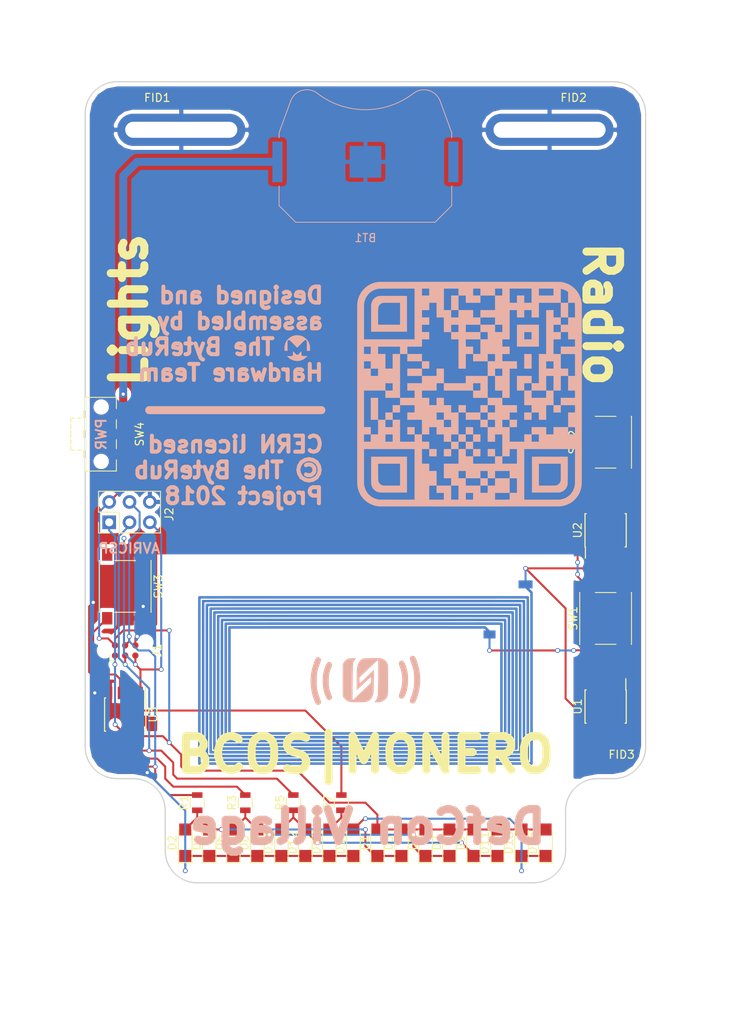
<source format=kicad_pcb>
(kicad_pcb (version 4) (host pcbnew 4.0.6+dfsg1-1)
  (title_block (title "DefcoNFC Hardware Badge") (date 2018-06-22) (rev 1.0.0) (company "The ByteRub Project, Hardware Team") (comment 1 "Copyright © 2018, The ByteRub Project") (comment 2 "Fulfilling the first annual village role") (comment 3 "Pending quality assurance testing") (comment 4 "Warning, untested prototype!"))
  (layers (0 F.Cu signal) (31 B.Cu signal) (34 B.Paste user) (35 F.Paste user) (36 B.SilkS user) (37 F.SilkS user) (38 B.Mask user) (39 F.Mask user) (44 Edge.Cuts user))
  (net 0 "")
  (net 1 "Net-(BT1-Pad1)")
  (net 2 GND)
  (net 3 VCC)
  (net 4 "Net-(D1-Pad1)")
  (net 5 "Net-(D5-Pad1)")
  (net 6 "Net-(FID1-Pad~)")
  (net 7 "Net-(FID2-Pad~)")
  (net 8 MISO)
  (net 9 SCK)
  (net 10 MOSI)
  (net 11 RST)
  (net 12 PB3)
  (net 13 "Net-(SW1-Pad2)")
  (net 14 "Net-(AE1-Pad2)")
  (net 15 "Net-(SW2-Pad2)")
  (net 16 "Net-(AE1-Pad1)")
  (net 17 "Net-(SW3-Pad1)")
  (net 18 "Net-(U1-Pad1)")
  (net 19 "Net-(U1-Pad5)")
  (net 20 "Net-(U1-Pad6)")
  (net 21 "Net-(U1-Pad7)")
  (net 22 "Net-(U1-Pad8)")
  (net 23 "Net-(U2-Pad1)")
  (net 24 "Net-(U2-Pad5)")
  (net 25 "Net-(U2-Pad6)")
  (net 26 "Net-(U2-Pad7)")
  (net 27 "Net-(U2-Pad8)")
  (net 28 "Net-(D10-Pad2)")
  (net 29 "Net-(D13-Pad1)")
  (net 30 "Net-(FID3-Pad~)")
  (module Buttons_Switches_SMD:SW_SPST_PTS645 (layer F.Cu) (at 121 96 90)
    (fp_text reference SW2 (at 0 -4.05 90) (layer F.SilkS))
    (fp_text value SW_SPST)
    (pad 2 smd rect (at -3.98 2.25 90) (size 1.55 1.3) (layers F.Cu F.Paste F.Mask) (net 15 "Net-(SW2-Pad2)"))
    (pad 1 smd rect (at -3.98 -2.25 90) (size 1.55 1.3) (layers F.Cu F.Paste F.Mask) (net 14 "Net-(AE1-Pad2)"))
    (pad 1 smd rect (at 3.98 -2.25 90) (size 1.55 1.3) (layers F.Cu F.Paste F.Mask) (net 14 "Net-(AE1-Pad2)"))
    (pad 2 smd rect (at 3.98 2.25 90) (size 1.55 1.3) (layers F.Cu F.Paste F.Mask) (net 15 "Net-(SW2-Pad2)"))
  )
  (module Resistors_SMD:R_0805 (layer F.Cu) (at 82 141 90)
    (fp_text reference R5 (at 0 -1.65 90) (layer F.SilkS))
    (fp_text value 220)
    (pad 1 smd rect (at -0.95 0 90) (size 0.7 1.3) (layers F.Cu F.Paste F.Mask) (net 28 "Net-(D10-Pad2)"))
    (pad 2 smd rect (at 0.95 0 90) (size 0.7 1.3) (layers F.Cu F.Paste F.Mask) (net 9 SCK))
  )
  (module LEDs:LED_1206 (layer F.Cu) (at 68.5 146 90)
    (fp_text reference D2 (at 0 -1.6 90) (layer F.SilkS))
    (fp_text value LED)
    (pad 2 smd rect (at 1.65 0 270) (size 1.5 1.5) (layers F.Cu F.Paste F.Mask) (net 4 "Net-(D1-Pad1)"))
    (pad 1 smd rect (at -1.65 0 270) (size 1.5 1.5) (layers F.Cu F.Paste F.Mask) (net 2 GND))
  )
  (module LEDs:LED_1206 (layer F.Cu) (at 74.5 146 90)
    (fp_text reference D6 (at 0 -1.6 90) (layer F.SilkS))
    (fp_text value LED)
    (pad 2 smd rect (at 1.65 0 270) (size 1.5 1.5) (layers F.Cu F.Paste F.Mask) (net 5 "Net-(D5-Pad1)"))
    (pad 1 smd rect (at -1.65 0 270) (size 1.5 1.5) (layers F.Cu F.Paste F.Mask) (net 2 GND))
  )
  (module Fiducials:Fiducial_1mm_Dia_2mm_Outer (layer F.Cu) (at 62 53)
    (fp_text reference FID1 (at 3 0) (layer F.SilkS))
    (fp_text value Fiducial_Passermarke)
    (pad ~ smd circle (at 0 0) (size 1 1) (layers F.Cu F.Mask) (net 6 "Net-(FID1-Pad~)") (clearance 0.5))
  )
  (module Fiducials:Fiducial_1mm_Dia_2mm_Outer (layer F.Cu) (at 120 53)
    (fp_text reference FID2 (at -3 0) (layer F.SilkS))
    (fp_text value Fiducial_Passermarke)
    (pad ~ smd circle (at 0 0) (size 1 1) (layers F.Cu F.Mask) (net 7 "Net-(FID2-Pad~)") (clearance 0.5))
  )
  (module Connectors:Tag-Connect_TC2030-IDC-NL (layer F.Cu) (at 61 122)
    (fp_text reference J1 (at 4 0 90) (layer F.SilkS))
    (fp_text value Conn_02x03_Odd_Even)
    (pad "" np_thru_hole circle (at 2.54 -1.016) (size 0.9906 0.9906) (drill 0.9906) (layers *.Cu *.Mask))
    (pad "" np_thru_hole circle (at 2.54 1.016) (size 0.9906 0.9906) (drill 0.9906) (layers *.Cu *.Mask))
    (pad "" np_thru_hole circle (at -2.54 0) (size 0.9906 0.9906) (drill 0.9906) (layers *.Cu *.Mask))
    (pad 1 connect circle (at -1.27 0.635) (size 0.7874 0.7874) (layers F.Cu F.Mask) (net 8 MISO))
    (pad 2 connect circle (at -1.27 -0.635) (size 0.7874 0.7874) (layers F.Cu F.Mask) (net 3 VCC))
    (pad 3 connect circle (at 0 0.635) (size 0.7874 0.7874) (layers F.Cu F.Mask) (net 9 SCK))
    (pad 4 connect circle (at 0 -0.635) (size 0.7874 0.7874) (layers F.Cu F.Mask) (net 10 MOSI))
    (pad 5 connect circle (at 1.27 0.635) (size 0.7874 0.7874) (layers F.Cu F.Mask) (net 11 RST))
    (pad 6 connect circle (at 1.27 -0.635) (size 0.7874 0.7874) (layers F.Cu F.Mask) (net 2 GND))
  )
  (module Resistors_SMD:R_0805 (layer F.Cu) (at 70 141 90)
    (fp_text reference R1 (at 0 -1.65 90) (layer F.SilkS))
    (fp_text value 220)
    (pad 1 smd rect (at -0.95 0 90) (size 0.7 1.3) (layers F.Cu F.Paste F.Mask) (net 4 "Net-(D1-Pad1)"))
    (pad 2 smd rect (at 0.95 0 90) (size 0.7 1.3) (layers F.Cu F.Paste F.Mask) (net 10 MOSI))
  )
  (module Resistors_SMD:R_0805 (layer F.Cu) (at 76 141 90)
    (fp_text reference R3 (at 0 -1.65 90) (layer F.SilkS))
    (fp_text value 220)
    (pad 1 smd rect (at -0.95 0 90) (size 0.7 1.3) (layers F.Cu F.Paste F.Mask) (net 5 "Net-(D5-Pad1)"))
    (pad 2 smd rect (at 0.95 0 90) (size 0.7 1.3) (layers F.Cu F.Paste F.Mask) (net 8 MISO))
  )
  (module Buttons_Switches_SMD:SW_SPST_PTS645 (layer F.Cu) (at 121 118 90)
    (fp_text reference SW1 (at 0 -4.05 90) (layer F.SilkS))
    (fp_text value SW_SPST)
    (pad 2 smd rect (at -3.98 2.25 90) (size 1.55 1.3) (layers F.Cu F.Paste F.Mask) (net 13 "Net-(SW1-Pad2)"))
    (pad 1 smd rect (at -3.98 -2.25 90) (size 1.55 1.3) (layers F.Cu F.Paste F.Mask) (net 14 "Net-(AE1-Pad2)"))
    (pad 1 smd rect (at 3.98 -2.25 90) (size 1.55 1.3) (layers F.Cu F.Paste F.Mask) (net 14 "Net-(AE1-Pad2)"))
    (pad 2 smd rect (at 3.98 2.25 90) (size 1.55 1.3) (layers F.Cu F.Paste F.Mask) (net 13 "Net-(SW1-Pad2)"))
  )
  (module Buttons_Switches_SMD:SW_SPST_PTS645 (layer F.Cu) (at 61 114 90)
    (fp_text reference SW3 (at 0 4.15 90) (layer F.SilkS))
    (fp_text value SW_SPST)
    (pad 2 smd rect (at -3.98 2.25 90) (size 1.55 1.3) (layers F.Cu F.Paste F.Mask) (net 2 GND))
    (pad 1 smd rect (at -3.98 -2.25 90) (size 1.55 1.3) (layers F.Cu F.Paste F.Mask) (net 17 "Net-(SW3-Pad1)"))
    (pad 1 smd rect (at 3.98 -2.25 90) (size 1.55 1.3) (layers F.Cu F.Paste F.Mask) (net 17 "Net-(SW3-Pad1)"))
    (pad 2 smd rect (at 3.98 2.25 90) (size 1.55 1.3) (layers F.Cu F.Paste F.Mask) (net 2 GND))
  )
  (module Buttons_Switches_SMD:SW_SPDT_CK-JS102011SAQN (layer F.Cu) (at 58 95 270)
    (fp_text reference SW4 (at 0 -4.8 270) (layer F.SilkS))
    (fp_text value SW_SPDT)
    (pad 1 smd rect (at -2.5 -2.75 270) (size 1.25 2.5) (layers F.Cu F.Paste F.Mask) (net 1 "Net-(BT1-Pad1)"))
    (pad 2 smd rect (at 0 -2.75 270) (size 1.25 2.5) (layers F.Cu F.Paste F.Mask) (net 1 "Net-(BT1-Pad1)"))
    (pad 3 smd rect (at 2.5 -2.75 270) (size 1.25 2.5) (layers F.Cu F.Paste F.Mask) (net 3 VCC))
    (pad "" np_thru_hole circle (at -3.4 0 270) (size 0.9 0.9) (drill 0.9) (layers *.Cu *.Mask))
    (pad "" np_thru_hole circle (at 3.4 0 270) (size 0.9 0.9) (drill 0.9) (layers *.Cu *.Mask))
  )
  (module Housings_SOIC:SOIC-8_3.9x4.9mm_Pitch1.27mm (layer F.Cu) (at 121 129 270)
    (fp_text reference U1 (at 0 3.5 270) (layer F.SilkS))
    (fp_text value M24SR16-YMN6T/2)
    (pad 1 smd rect (at -2.7 -1.905 270) (size 1.55 0.6) (layers F.Cu F.Paste F.Mask) (net 18 "Net-(U1-Pad1)"))
    (pad 2 smd rect (at -2.7 -0.635 270) (size 1.55 0.6) (layers F.Cu F.Paste F.Mask) (net 16 "Net-(AE1-Pad1)"))
    (pad 3 smd rect (at -2.7 0.635 270) (size 1.55 0.6) (layers F.Cu F.Paste F.Mask) (net 13 "Net-(SW1-Pad2)"))
    (pad 4 smd rect (at -2.7 1.905 270) (size 1.55 0.6) (layers F.Cu F.Paste F.Mask) (net 2 GND))
    (pad 5 smd rect (at 2.7 1.905 270) (size 1.55 0.6) (layers F.Cu F.Paste F.Mask) (net 19 "Net-(U1-Pad5)"))
    (pad 6 smd rect (at 2.7 0.635 270) (size 1.55 0.6) (layers F.Cu F.Paste F.Mask) (net 20 "Net-(U1-Pad6)"))
    (pad 7 smd rect (at 2.7 -0.635 270) (size 1.55 0.6) (layers F.Cu F.Paste F.Mask) (net 21 "Net-(U1-Pad7)"))
    (pad 8 smd rect (at 2.7 -1.905 270) (size 1.55 0.6) (layers F.Cu F.Paste F.Mask) (net 22 "Net-(U1-Pad8)"))
  )
  (module Housings_SOIC:SOIC-8_3.9x4.9mm_Pitch1.27mm (layer F.Cu) (at 121 107 90)
    (fp_text reference U2 (at 0 -3.5 90) (layer F.SilkS))
    (fp_text value M24SR16-YMN6T/2)
    (pad 1 smd rect (at -2.7 -1.905 90) (size 1.55 0.6) (layers F.Cu F.Paste F.Mask) (net 23 "Net-(U2-Pad1)"))
    (pad 2 smd rect (at -2.7 -0.635 90) (size 1.55 0.6) (layers F.Cu F.Paste F.Mask) (net 16 "Net-(AE1-Pad1)"))
    (pad 3 smd rect (at -2.7 0.635 90) (size 1.55 0.6) (layers F.Cu F.Paste F.Mask) (net 15 "Net-(SW2-Pad2)"))
    (pad 4 smd rect (at -2.7 1.905 90) (size 1.55 0.6) (layers F.Cu F.Paste F.Mask) (net 2 GND))
    (pad 5 smd rect (at 2.7 1.905 90) (size 1.55 0.6) (layers F.Cu F.Paste F.Mask) (net 24 "Net-(U2-Pad5)"))
    (pad 6 smd rect (at 2.7 0.635 90) (size 1.55 0.6) (layers F.Cu F.Paste F.Mask) (net 25 "Net-(U2-Pad6)"))
    (pad 7 smd rect (at 2.7 -0.635 90) (size 1.55 0.6) (layers F.Cu F.Paste F.Mask) (net 26 "Net-(U2-Pad7)"))
    (pad 8 smd rect (at 2.7 -1.905 90) (size 1.55 0.6) (layers F.Cu F.Paste F.Mask) (net 27 "Net-(U2-Pad8)"))
  )
  (module Housings_SOIC:SOIC-8_3.9x4.9mm_Pitch1.27mm (layer F.Cu) (at 61 130 270)
    (fp_text reference U3 (at 0 -3.5 270) (layer F.SilkS))
    (fp_text value ATTINY13A-SSU)
    (pad 1 smd rect (at -2.7 -1.905 270) (size 1.55 0.6) (layers F.Cu F.Paste F.Mask) (net 11 RST))
    (pad 2 smd rect (at -2.7 -0.635 270) (size 1.55 0.6) (layers F.Cu F.Paste F.Mask) (net 12 PB3))
    (pad 3 smd rect (at -2.7 0.635 270) (size 1.55 0.6) (layers F.Cu F.Paste F.Mask) (net 17 "Net-(SW3-Pad1)"))
    (pad 4 smd rect (at -2.7 1.905 270) (size 1.55 0.6) (layers F.Cu F.Paste F.Mask) (net 2 GND))
    (pad 5 smd rect (at 2.7 1.905 270) (size 1.55 0.6) (layers F.Cu F.Paste F.Mask) (net 10 MOSI))
    (pad 6 smd rect (at 2.7 0.635 270) (size 1.55 0.6) (layers F.Cu F.Paste F.Mask) (net 8 MISO))
    (pad 7 smd rect (at 2.7 -0.635 270) (size 1.55 0.6) (layers F.Cu F.Paste F.Mask) (net 9 SCK))
    (pad 8 smd rect (at 2.7 -1.905 270) (size 1.55 0.6) (layers F.Cu F.Paste F.Mask) (net 3 VCC))
  )
  (module Pin_Headers:Pin_Header_Straight_2x03_Pitch2.54mm (layer F.Cu) (at 59 106 90)
    (fp_text reference J2 (at 1 7.5 90) (layer F.SilkS))
    (fp_text value Conn_02x03_Odd_Even)
    (pad 1 thru_hole rect (at 0 0 90) (size 1.7 1.7) (drill 1) (layers *.Cu *.Mask) (net 8 MISO))
    (pad 2 thru_hole oval (at 2.54 0 90) (size 1.7 1.7) (drill 1) (layers *.Cu *.Mask) (net 3 VCC))
    (pad 3 thru_hole oval (at 0 2.54 90) (size 1.7 1.7) (drill 1) (layers *.Cu *.Mask) (net 9 SCK))
    (pad 4 thru_hole oval (at 2.54 2.54 90) (size 1.7 1.7) (drill 1) (layers *.Cu *.Mask) (net 10 MOSI))
    (pad 5 thru_hole oval (at 0 5.08 90) (size 1.7 1.7) (drill 1) (layers *.Cu *.Mask) (net 11 RST))
    (pad 6 thru_hole oval (at 2.54 5.08 90) (size 1.7 1.7) (drill 1) (layers *.Cu *.Mask) (net 2 GND))
  )
  (module ByteRub_HW:LanyardHole_16mm_Pad (layer F.Cu) (at 68 57)
    (fp_text reference LH1 hide)
    (fp_text value Mounting-Lanyard)
    (pad 1 thru_hole oval (at 0 0) (size 16 4) (drill oval 14 2) (layers *.Cu *.Mask) (net 2 GND))
  )
  (module ByteRub_HW:LanyardHole_16mm_Pad (layer F.Cu) (at 114 57)
    (fp_text reference LH2 hide)
    (fp_text value Mounting-Lanyard)
    (pad 1 thru_hole oval (at 0 0) (size 16 4) (drill oval 14 2) (layers *.Cu *.Mask) (net 2 GND))
  )
  (module ByteRub_HW:Keystone_3034_1x2032-Coincell (layer B.Cu) (at 91 61)
    (fp_text reference BT1 (at 0 9.5) (layer B.SilkS) (effects (justify mirror)))
    (fp_text value Battery_Cell)
    (pad 2 smd rect (at 0 0) (size 3.96 3.96) (layers B.Cu B.Paste B.Mask) (net 2 GND))
    (pad 1 smd rect (at 10.985 0) (size 1.27 5.08) (layers B.Cu B.Paste B.Mask) (net 1 "Net-(BT1-Pad1)"))
    (pad 1 smd rect (at -10.985 0) (size 1.27 5.08) (layers B.Cu B.Paste B.Mask) (net 1 "Net-(BT1-Pad1)"))
  )
  (module LEDs:LED_1206 (layer F.Cu) (at 92.5 146 90)
    (fp_text reference D1 (at 0 -1.6 90) (layer F.SilkS))
    (fp_text value LED)
    (pad 2 smd rect (at 1.65 0 270) (size 1.5 1.5) (layers F.Cu F.Paste F.Mask) (net 3 VCC))
    (pad 1 smd rect (at -1.65 0 270) (size 1.5 1.5) (layers F.Cu F.Paste F.Mask) (net 4 "Net-(D1-Pad1)"))
  )
  (module LEDs:LED_1206 (layer F.Cu) (at 95.5 146 90)
    (fp_text reference D3 (at 0 -1.6 90) (layer F.SilkS))
    (fp_text value LED)
    (pad 2 smd rect (at 1.65 0 270) (size 1.5 1.5) (layers F.Cu F.Paste F.Mask) (net 3 VCC))
    (pad 1 smd rect (at -1.65 0 270) (size 1.5 1.5) (layers F.Cu F.Paste F.Mask) (net 4 "Net-(D1-Pad1)"))
  )
  (module LEDs:LED_1206 (layer F.Cu) (at 71.5 146 90)
    (fp_text reference D4 (at 0 -1.6 90) (layer F.SilkS))
    (fp_text value LED)
    (pad 2 smd rect (at 1.65 0 270) (size 1.5 1.5) (layers F.Cu F.Paste F.Mask) (net 4 "Net-(D1-Pad1)"))
    (pad 1 smd rect (at -1.65 0 270) (size 1.5 1.5) (layers F.Cu F.Paste F.Mask) (net 2 GND))
  )
  (module LEDs:LED_1206 (layer F.Cu) (at 98.5 146 90)
    (fp_text reference D5 (at 0 -1.6 90) (layer F.SilkS))
    (fp_text value LED)
    (pad 2 smd rect (at 1.65 0 270) (size 1.5 1.5) (layers F.Cu F.Paste F.Mask) (net 3 VCC))
    (pad 1 smd rect (at -1.65 0 270) (size 1.5 1.5) (layers F.Cu F.Paste F.Mask) (net 5 "Net-(D5-Pad1)"))
  )
  (module LEDs:LED_1206 (layer F.Cu) (at 101.5 146 90)
    (fp_text reference D7 (at 0 -1.6 90) (layer F.SilkS))
    (fp_text value LED)
    (pad 2 smd rect (at 1.65 0 270) (size 1.5 1.5) (layers F.Cu F.Paste F.Mask) (net 3 VCC))
    (pad 1 smd rect (at -1.65 0 270) (size 1.5 1.5) (layers F.Cu F.Paste F.Mask) (net 5 "Net-(D5-Pad1)"))
  )
  (module LEDs:LED_1206 (layer F.Cu) (at 77.5 146 90)
    (fp_text reference D8 (at 0 -1.6 90) (layer F.SilkS))
    (fp_text value LED)
    (pad 2 smd rect (at 1.65 0 270) (size 1.5 1.5) (layers F.Cu F.Paste F.Mask) (net 5 "Net-(D5-Pad1)"))
    (pad 1 smd rect (at -1.65 0 270) (size 1.5 1.5) (layers F.Cu F.Paste F.Mask) (net 2 GND))
  )
  (module LEDs:LED_1206 (layer F.Cu) (at 104.5 146 90)
    (fp_text reference D9 (at 0 -1.6 90) (layer F.SilkS))
    (fp_text value LED)
    (pad 2 smd rect (at 1.65 0 270) (size 1.5 1.5) (layers F.Cu F.Paste F.Mask) (net 3 VCC))
    (pad 1 smd rect (at -1.65 0 270) (size 1.5 1.5) (layers F.Cu F.Paste F.Mask) (net 28 "Net-(D10-Pad2)"))
  )
  (module LEDs:LED_1206 (layer F.Cu) (at 80.5 146 90)
    (fp_text reference D10 (at 0 -1.6 90) (layer F.SilkS))
    (fp_text value LED)
    (pad 2 smd rect (at 1.65 0 270) (size 1.5 1.5) (layers F.Cu F.Paste F.Mask) (net 28 "Net-(D10-Pad2)"))
    (pad 1 smd rect (at -1.65 0 270) (size 1.5 1.5) (layers F.Cu F.Paste F.Mask) (net 2 GND))
  )
  (module LEDs:LED_1206 (layer F.Cu) (at 107.5 146 90)
    (fp_text reference D11 (at 0 -1.6 90) (layer F.SilkS))
    (fp_text value LED)
    (pad 2 smd rect (at 1.65 0 270) (size 1.5 1.5) (layers F.Cu F.Paste F.Mask) (net 3 VCC))
    (pad 1 smd rect (at -1.65 0 270) (size 1.5 1.5) (layers F.Cu F.Paste F.Mask) (net 28 "Net-(D10-Pad2)"))
  )
  (module LEDs:LED_1206 (layer F.Cu) (at 83.5 146 90)
    (fp_text reference D12 (at 0 -1.6 90) (layer F.SilkS))
    (fp_text value LED)
    (pad 2 smd rect (at 1.65 0 270) (size 1.5 1.5) (layers F.Cu F.Paste F.Mask) (net 28 "Net-(D10-Pad2)"))
    (pad 1 smd rect (at -1.65 0 270) (size 1.5 1.5) (layers F.Cu F.Paste F.Mask) (net 2 GND))
  )
  (module LEDs:LED_1206 (layer F.Cu) (at 110.5 146 90)
    (fp_text reference D13 (at 0 -1.6 90) (layer F.SilkS))
    (fp_text value LED)
    (pad 2 smd rect (at 1.65 0 270) (size 1.5 1.5) (layers F.Cu F.Paste F.Mask) (net 3 VCC))
    (pad 1 smd rect (at -1.65 0 270) (size 1.5 1.5) (layers F.Cu F.Paste F.Mask) (net 29 "Net-(D13-Pad1)"))
  )
  (module LEDs:LED_1206 (layer F.Cu) (at 86.5 146 90)
    (fp_text reference D14 (at 0 -1.6 90) (layer F.SilkS))
    (fp_text value LED)
    (pad 2 smd rect (at 1.65 0 270) (size 1.5 1.5) (layers F.Cu F.Paste F.Mask) (net 29 "Net-(D13-Pad1)"))
    (pad 1 smd rect (at -1.65 0 270) (size 1.5 1.5) (layers F.Cu F.Paste F.Mask) (net 2 GND))
  )
  (module LEDs:LED_1206 (layer F.Cu) (at 113.5 146 90)
    (fp_text reference D15 (at 0 -1.6 90) (layer F.SilkS))
    (fp_text value LED)
    (pad 2 smd rect (at 1.65 0 270) (size 1.5 1.5) (layers F.Cu F.Paste F.Mask) (net 3 VCC))
    (pad 1 smd rect (at -1.65 0 270) (size 1.5 1.5) (layers F.Cu F.Paste F.Mask) (net 29 "Net-(D13-Pad1)"))
  )
  (module LEDs:LED_1206 (layer F.Cu) (at 89.5 146 90)
    (fp_text reference D16 (at 0 -1.6 90) (layer F.SilkS))
    (fp_text value LED)
    (pad 2 smd rect (at 1.65 0 270) (size 1.5 1.5) (layers F.Cu F.Paste F.Mask) (net 29 "Net-(D13-Pad1)"))
    (pad 1 smd rect (at -1.65 0 270) (size 1.5 1.5) (layers F.Cu F.Paste F.Mask) (net 2 GND))
  )
  (module Resistors_SMD:R_0805 (layer F.Cu) (at 88 141 90)
    (fp_text reference R7 (at 0 -1.65 90) (layer F.SilkS))
    (fp_text value 220)
    (pad 1 smd rect (at -0.95 0 90) (size 0.7 1.3) (layers F.Cu F.Paste F.Mask) (net 29 "Net-(D13-Pad1)"))
    (pad 2 smd rect (at 0.95 0 90) (size 0.7 1.3) (layers F.Cu F.Paste F.Mask) (net 12 PB3))
  )
  (module ByteRub_HW:NFCGraphicsrear (layer B.Cu) (at 91 125.75)
    (fp_text reference G1 hide)
    (fp_text value NFCRadiate hide)
  )
  (module ByteRub_HW:NFCAntennaloop (layer B.Cu) (at 91 125)
    (fp_text reference AE1 hide)
    (fp_text value Antenna_PCB hide)
    (fp_poly (pts (xy 1.387503 11.271248) (xy 2.055898 11.271245) (xy 2.708945 11.27124) (xy 3.346819 11.271234) (xy 3.969698 11.271226) (xy 4.577755 11.271216) (xy 5.171168 11.271205) (xy 5.750112 11.271191) (xy 6.314763 11.271176) (xy 6.865296 11.271158) (xy 7.401887 11.271138) (xy 7.924712 11.271115) (xy 8.433947 11.27109) (xy 8.929767 11.271063) (xy 9.412348 11.271033) (xy 9.881866 11.271) (xy 10.338497 11.270964) (xy 10.782416 11.270924) (xy 11.213799 11.270882) (xy 11.632822 11.270837) (xy 12.039661 11.270788) (xy 12.434491 11.270736) (xy 12.817488 11.270681) (xy 13.188827 11.270621) (xy 13.548685 11.270558) (xy 13.897238 11.270491) (xy 14.234661 11.27042) (xy 14.561129 11.270346) (xy 14.876819 11.270266) (xy 15.181906 11.270183) (xy 15.476566 11.270095) (xy 15.760974 11.270003) (xy 16.035308 11.269907) (xy 16.299741 11.269805) (xy 16.55445 11.269699) (xy 16.799612 11.269588) (xy 17.0354 11.269472) (xy 17.261992 11.269351) (xy 17.479562 11.269224) (xy 17.688288 11.269093) (xy 17.888343 11.268956) (xy 18.079905 11.268813) (xy 18.263149 11.268665) (xy 18.43825 11.268511) (xy 18.605385 11.268351) (xy 18.764729 11.268186) (xy 18.916457 11.268014) (xy 19.060747 11.267836) (xy 19.197772 11.267652) (xy 19.32771 11.267462) (xy 19.450735 11.267265) (xy 19.567024 11.267061) (xy 19.676753 11.266851) (xy 19.780096 11.266635) (xy 19.87723 11.266411) (xy 19.968331 11.26618) (xy 20.053574 11.265943) (xy 20.133135 11.265698) (xy 20.207189 11.265446) (xy 20.275913 11.265186) (xy 20.339483 11.264919) (xy 20.398073 11.264645) (xy 20.45186 11.264363) (xy 20.50102 11.264073) (xy 20.545728 11.263775) (xy 20.586159 11.263469) (xy 20.622491 11.263155) (xy 20.654897 11.262832) (xy 20.683555 11.262502) (xy 20.70864 11.262163) (xy 20.730328 11.261815) (xy 20.748794 11.261459) (xy 20.764214 11.261095) (xy 20.776764 11.260721) (xy 20.786619 11.260338) (xy 20.793956 11.259947) (xy 20.79895 11.259546) (xy 20.801777 11.259136) (xy 20.802349 11.258965) (xy 20.843541 11.234768) (xy 20.873518 11.200312) (xy 20.884435 11.179969) (xy 20.885115 11.178205) (xy 20.885775 11.175743) (xy 20.886413 11.172333) (xy 20.88703 11.167724) (xy 20.887628 11.161667) (xy 20.888205 11.153912) (xy 20.888762 11.144209) (xy 20.889301 11.132307) (xy 20.88982 11.117958) (xy 20.890321 11.10091) (xy 20.890803 11.080915) (xy 20.891267 11.057721) (xy 20.891714 11.031079) (xy 20.892144 11.000739) (xy 20.892557 10.966452) (xy 20.892953 10.927966) (xy 20.893333 10.885032) (xy 20.893697 10.8374) (xy 20.894046 10.78482) (xy 20.894379 10.727043) (xy 20.894698 10.663817) (xy 20.895002 10.594894) (xy 20.895292 10.520023) (xy 20.895569 10.438954) (xy 20.895831 10.351437) (xy 20.896081 10.257222) (xy 20.896318 10.15606) (xy 20.896543 10.047699) (xy 20.896755 9.931891) (xy 20.896956 9.808386) (xy 20.897146 9.676932) (xy 20.897324 9.537281) (xy 20.897492 9.389182) (xy 20.897649 9.232386) (xy 20.897797 9.066642) (xy 20.897935 8.8917) (xy 20.898063 8.707311) (xy 20.898183 8.513224) (xy 20.898294 8.30919) (xy 20.898396 8.094958) (xy 20.898491 7.870279) (xy 20.898578 7.634902) (xy 20.898658 7.388578) (xy 20.898732 7.131056) (xy 20.898798 6.862087) (xy 20.898859 6.58142) (xy 20.898913 6.288806) (xy 20.898962 5.983994) (xy 20.899006 5.666736) (xy 20.899045 5.33678) (xy 20.89908 4.993876) (xy 20.89911 4.637775) (xy 20.899137 4.268227) (xy 20.89916 3.884982) (xy 20.899181 3.48779) (xy 20.899198 3.0764) (xy 20.899213 2.650563) (xy 20.899226 2.210029) (xy 20.899238 1.754547) (xy 20.899248 1.283869) (xy 20.899257 0.797743) (xy 20.899263 0.442261) (xy 20.89927 -0.058437) (xy 20.899274 -0.543504) (xy 20.899274 -1.013185) (xy 20.899272 -1.467722) (xy 20.899265 -1.907362) (xy 20.899255 -2.332346) (xy 20.89924 -2.742921) (xy 20.89922 -3.139329) (xy 20.899196 -3.521814) (xy 20.899167 -3.890622) (xy 20.899132 -4.245996) (xy 20.899092 -4.58818) (xy 20.899045 -4.917418) (xy 20.898993 -5.233955) (xy 20.898934 -5.538034) (xy 20.898868 -5.829899) (xy 20.898795 -6.109795) (xy 20.898715 -6.377966) (xy 20.898628 -6.634656) (xy 20.898533 -6.880109) (xy 20.898429 -7.114568) (xy 20.898317 -7.338279) (xy 20.898197 -7.551486) (xy 20.898068 -7.754431) (xy 20.897929 -7.94736) (xy 20.897781 -8.130517) (xy 20.897623 -8.304145) (xy 20.897456 -8.468489) (xy 20.897278 -8.623793) (xy 20.897089 -8.770301) (xy 20.89689 -8.908257) (xy 20.89668 -9.037905) (xy 20.896458 -9.15949) (xy 20.896225 -9.273255) (xy 20.89598 -9.379444) (xy 20.895722 -9.478302) (xy 20.895453 -9.570073) (xy 20.89517 -9.655) (xy 20.894875 -9.733329) (xy 20.894566 -9.805302) (xy 20.894244 -9.871165) (xy 20.893908 -9.931161) (xy 20.893558 -9.985534) (xy 20.893194 -10.034528) (xy 20.892815 -10.078389) (xy 20.892421 -10.117358) (xy 20.892012 -10.151682) (xy 20.891588 -10.181603) (xy 20.891148 -10.207366) (xy 20.890692 -10.229216) (xy 20.89022 -10.247395) (xy 20.889731 -10.262149) (xy 20.889226 -10.273721) (xy 20.888704 -10.282355) (xy 20.888164 -10.288296) (xy 20.887606 -10.291788) (xy 20.887348 -10.29263) (xy 20.878958 -10.304784) (xy 20.859459 -10.327639) (xy 20.82881 -10.361237) (xy 20.786968 -10.405623) (xy 20.733893 -10.460838) (xy 20.669543 -10.526928) (xy 20.593876 -10.603933) (xy 20.506852 -10.691899) (xy 20.456261 -10.742828) (xy 20.38715 -10.812351) (xy 20.320128 -10.879846) (xy 20.25622 -10.944277) (xy 20.196449 -11.004608) (xy 20.141838 -11.059804) (xy 20.093412 -11.10883) (xy 20.052195 -11.15065) (xy 20.01921 -11.184229) (xy 19.99548 -11.208531) (xy 19.98286 -11.22164) (xy 19.95947 -11.245907) (xy 19.940127 -11.265089) (xy 19.92737 -11.276715) (xy 19.923807 -11.27905) (xy 19.917531 -11.273178) (xy 19.902853 -11.256919) (xy 19.88142 -11.232177) (xy 19.85488 -11.200853) (xy 19.824879 -11.16485) (xy 19.823906 -11.163673) (xy 19.793845 -11.12709) (xy 19.767415 -11.09452) (xy 19.746242 -11.068) (xy 19.731952 -11.049568) (xy 19.726172 -11.041262) (xy 19.726158 -11.041222) (xy 19.731246 -11.03461) (xy 19.746748 -11.017686) (xy 19.771812 -10.991322) (xy 19.805583 -10.956387) (xy 19.847208 -10.913754) (xy 19.895833 -10.864292) (xy 19.950603 -10.808873) (xy 20.010666 -10.748366) (xy 20.075168 -10.683642) (xy 20.143254 -10.615573) (xy 20.156767 -10.602092) (xy 20.589875 -10.170171) (xy 20.589875 10.961688) (xy -20.581938 10.961688) (xy -20.581938 -9.477375) (xy 20.121562 -9.477375) (xy 20.121562 10.493375) (xy -20.113625 10.493375) (xy -20.113625 -9.009062) (xy 19.645312 -9.009062) (xy 19.645312 10.025063) (xy -19.645313 10.025063) (xy -19.645313 -8.54075) (xy 19.177 -8.54075) (xy 19.177 9.55675) (xy -19.177 9.55675) (xy -19.177 -8.072437) (xy 18.708687 -8.072437) (xy 18.708687 9.088438) (xy -18.708688 9.088438) (xy -18.708688 -7.604125) (xy 18.240375 -7.604125) (xy 18.240375 8.620125) (xy -18.232438 8.620125) (xy -18.232438 -7.135812) (xy 17.772062 -7.135812) (xy 17.772062 8.151813) (xy -17.764125 8.151813) (xy -17.764125 -6.6675) (xy 17.30375 -6.6675) (xy 17.30375 7.675563) (xy -17.295813 7.675563) (xy -17.295813 -6.199187) (xy 16.835437 -6.199187) (xy 16.835437 7.20725) (xy -16.8275 7.20725) (xy -16.8275 -5.730875) (xy 14.864827 -5.730875) (xy 15.054398 -5.535566) (xy 15.135675 -5.451921) (xy 15.212861 -5.372668) (xy 15.285285 -5.298488) (xy 15.352274 -5.230062) (xy 15.413156 -5.168072) (xy 15.467258 -5.113199) (xy 15.513908 -5.066125) (xy 15.552433 -5.02753) (xy 15.582162 -4.998097) (xy 15.602423 -4.978507) (xy 15.612541 -4.969442) (xy 15.613523 -4.968875) (xy 15.619929 -4.974449) (xy 15.634781 -4.989665) (xy 15.656018 -5.012257) (xy 15.681584 -5.039962) (xy 15.709419 -5.070516) (xy 15.737466 -5.101655) (xy 15.763667 -5.131116) (xy 15.785963 -5.156635) (xy 15.802297 -5.175948) (xy 15.806253 -5.18086) (xy 15.820851 -5.199395) (xy 15.654447 -5.371869) (xy 15.581792 -5.446836) (xy 15.509236 -5.521057) (xy 15.437707 -5.593623) (xy 15.368132 -5.663627) (xy 15.301439 -5.730161) (xy 15.238554 -5.792317) (xy 15.180405 -5.849187) (xy 15.127919 -5.899862) (xy 15.082022 -5.943437) (xy 15.043642 -5.979001) (xy 15.013707 -6.005647) (xy 14.993142 -6.022468) (xy 14.98427 -6.028156) (xy 14.982129 -6.028627) (xy 14.977865 -6.029086) (xy 14.971276 -6.029533) (xy 14.962164 -6.029968) (xy 14.950326 -6.030392) (xy 14.935564 -6.030804) (xy 14.917677 -6.031205) (xy 14.896463 -6.031595) (xy 14.871723 -6.031973) (xy 14.843257 -6.032341) (xy 14.810864 -6.032699) (xy 14.774343 -6.033045) (xy 14.733495 -6.033382) (xy 14.688118 -6.033708) (xy 14.638013 -6.034024) (xy 14.582979 -6.034331) (xy 14.522815 -6.034627) (xy 14.457322 -6.034914) (xy 14.386298 -6.035192) (xy 14.309545 -6.03546) (xy 14.22686 -6.035719) (xy 14.138043 -6.035969) (xy 14.042895 -6.036211) (xy 13.941215 -6.036443) (xy 13.832803 -6.036667) (xy 13.717457 -6.036883) (xy 13.594978 -6.037091) (xy 13.465166 -6.03729) (xy 13.327819 -6.037482) (xy 13.182738 -6.037666) (xy 13.029722 -6.037842) (xy 12.868571 -6.038011) (xy 12.699084 -6.038173) (xy 12.521062 -6.038327) (xy 12.334302 -6.038475) (xy 12.138606 -6.038615) (xy 11.933773 -6.038749) (xy 11.719601 -6.038877) (xy 11.495892 -6.038998) (xy 11.262445 -6.039113) (xy 11.019059 -6.039222) (xy 10.765533 -6.039325) (xy 10.501668 -6.039422) (xy 10.227263 -6.039514) (xy 9.942117 -6.0396) (xy 9.646031 -6.039681) (xy 9.338803 -6.039757) (xy 9.020234 -6.039827) (xy 8.690123 -6.039893) (xy 8.34827 -6.039955) (xy 7.994474 -6.040011) (xy 7.628535 -6.040064) (xy 7.250252 -6.040112) (xy 6.859425 -6.040156) (xy 6.455854 -6.040197) (xy 6.039338 -6.040233) (xy 5.609677 -6.040266) (xy 5.166671 -6.040295) (xy 4.710119 -6.040322) (xy 4.23982 -6.040345) (xy 3.755575 -6.040365) (xy 3.257182 -6.040382) (xy 2.744443 -6.040397) (xy 2.217155 -6.040409) (xy 1.675119 -6.040418) (xy 1.118134 -6.040426) (xy 0.546001 -6.040431) (xy -0.041483 -6.040435) (xy -0.644516 -6.040437) (xy -1.027907 -6.040437) (xy -1.640708 -6.040436) (xy -2.237836 -6.040434) (xy -2.819489 -6.04043) (xy -3.385868 -6.040423) (xy -3.937174 -6.040415) (xy -4.473606 -6.040405) (xy -4.995367 -6.040392) (xy -5.502655 -6.040376) (xy -5.995671 -6.040358) (xy -6.474616 -6.040336) (xy -6.939691 -6.040312) (xy -7.391094 -6.040285) (xy -7.829028 -6.040254) (xy -8.253692 -6.04022) (xy -8.665286 -6.040182) (xy -9.064012 -6.04014) (xy -9.450069 -6.040095) (xy -9.823659 -6.040045) (xy -10.18498 -6.039991) (xy -10.534235 -6.039932) (xy -10.871622 -6.039869) (xy -11.197343 -6.039802) (xy -11.511599 -6.039729) (xy -11.814588 -6.039651) (xy -12.106512 -6.039569) (xy -12.387572 -6.03948) (xy -12.657967 -6.039387) (xy -12.917898 -6.039287) (xy -13.167566 -6.039182) (xy -13.407171 -6.039071) (xy -13.636912 -6.038954) (xy -13.856992 -6.03883) (xy -14.067609 -6.038701) (xy -14.268966 -6.038564) (xy -14.46126 -6.038421) (xy -14.644695 -6.038271) (xy -14.819469 -6.038114) (xy -14.985783 -6.037949) (xy -15.143837 -6.037778) (xy -15.293833 -6.037599) (xy -15.43597 -6.037412) (xy -15.570448 -6.037217) (xy -15.697469 -6.037015) (xy -15.817233 -6.036804) (xy -15.929939 -6.036585) (xy -16.035789 -6.036358) (xy -16.134983 -6.036122) (xy -16.22772 -6.035878) (xy -16.314203 -6.035624) (xy -16.39463 -6.035362) (xy -16.469203 -6.03509) (xy -16.538122 -6.034809) (xy -16.601587 -6.034518) (xy -16.659799 -6.034218) (xy -16.712957 -6.033908) (xy -16.761263 -6.033588) (xy -16.804918 -6.033258) (xy -16.84412 -6.032918) (xy -16.879071 -6.032567) (xy -16.909971 -6.032206) (xy -16.937021 -6.031834) (xy -16.960421 -6.031451) (xy -16.980371 -6.031057) (xy -16.997072 -6.030652) (xy -17.010724 -6.030235) (xy -17.021527 -6.029807) (xy -17.029683 -6.029368) (xy -17.035391 -6.028916) (xy -17.038851 -6.028453) (xy -17.039975 -6.028152) (xy -17.081167 -6.003954) (xy -17.111144 -5.969498) (xy -17.122061 -5.949156) (xy -17.12292 -5.946984) (xy -17.123746 -5.944059) (xy -17.124538 -5.940062) (xy -17.125297 -5.934676) (xy -17.126023 -5.927582) (xy -17.126719 -5.918465) (xy -17.127383 -5.907005) (xy -17.128018 -5.892885) (xy -17.128623 -5.875788) (xy -17.129199 -5.855397) (xy -17.129747 -5.831392) (xy -17.130268 -5.803457) (xy -17.130763 -5.771275) (xy -17.131231 -5.734527) (xy -17.131675 -5.692896) (xy -17.132093 -5.646064) (xy -17.132488 -5.593714) (xy -17.13286 -5.535528) (xy -17.13321 -5.471188) (xy -17.133537 -5.400378) (xy -17.133844 -5.322778) (xy -17.13413 -5.238073) (xy -17.134397 -5.145943) (xy -17.134645 -5.046071) (xy -17.134874 -4.938141) (xy -17.135086 -4.821833) (xy -17.135281 -4.696831) (xy -17.13546 -4.562817) (xy -17.135623 -4.419473) (xy -17.135772 -4.266482) (xy -17.135906 -4.103526) (xy -17.136028 -3.930287) (xy -17.136136 -3.746449) (xy -17.136232 -3.551692) (xy -17.136318 -3.3457) (xy -17.136392 -3.128155) (xy -17.136457 -2.898739) (xy -17.136512 -2.657135) (xy -17.136559 -2.403025) (xy -17.136599 -2.136092) (xy -17.136631 -1.856017) (xy -17.136656 -1.562484) (xy -17.136676 -1.255175) (xy -17.136691 -0.933771) (xy -17.136702 -0.597956) (xy -17.136708 -0.247412) (xy -17.136712 0.11818) (xy -17.136714 0.499135) (xy -17.136714 1.128632) (xy -17.136711 1.503519) (xy -17.136706 1.863166) (xy -17.136698 2.20789) (xy -17.136686 2.53801) (xy -17.136669 2.853844) (xy -17.136647 3.155708) (xy -17.136619 3.44392) (xy -17.136584 3.718798) (xy -17.136542 3.98066) (xy -17.136492 4.229823) (xy -17.136433 4.466605) (xy -17.136364 4.691323) (xy -17.136286 4.904295) (xy -17.136196 5.105839) (xy -17.136095 5.296272) (xy -17.135982 5.475912) (xy -17.135855 5.645077) (xy -17.135715 5.804083) (xy -17.135561 5.95325) (xy -17.135391 6.092893) (xy -17.135206 6.223332) (xy -17.135005 6.344883) (xy -17.134786 6.457865) (xy -17.13455 6.562594) (xy -17.134294 6.659389) (xy -17.13402 6.748566) (xy -17.133726 6.830445) (xy -17.133411 6.905341) (xy -17.133075 6.973574) (xy -17.132717 7.03546) (xy -17.132336 7.091317) (xy -17.131932 7.141463) (xy -17.131503 7.186216) (xy -17.13105 7.225892) (xy -17.130572 7.26081) (xy -17.130067 7.291288) (xy -17.129535 7.317642) (xy -17.128976 7.34019) (xy -17.128389 7.359251) (xy -17.127772 7.375141) (xy -17.127126 7.388179) (xy -17.126449 7.398681) (xy -17.125742 7.406967) (xy -17.125002 7.413352) (xy -17.124231 7.418155) (xy -17.123426 7.421694) (xy -17.122587 7.424285) (xy -17.122061 7.425532) (xy -17.096407 7.465664) (xy -17.060789 7.494334) (xy -17.039975 7.504528) (xy -17.037877 7.504985) (xy -17.033664 7.50543) (xy -17.027144 7.505864) (xy -17.018122 7.506287) (xy -17.006404 7.5067) (xy -16.991795 7.507101) (xy -16.974102 7.507492) (xy -16.95313 7.507872) (xy -16.928685 7.508242) (xy -16.900573 7.508602) (xy -16.868599 7.508952) (xy -16.832569 7.509292) (xy -16.79229 7.509622) (xy -16.747566 7.509942) (xy -16.698204 7.510253) (xy -16.644009 7.510554) (xy -16.584788 7.510847) (xy -16.520345 7.51113) (xy -16.450487 7.511404) (xy -16.37502 7.51167) (xy -16.293749 7.511927) (xy -16.206481 7.512175) (xy -16.11302 7.512415) (xy -16.013173 7.512646) (xy -15.906745 7.51287) (xy -15.793542 7.513085) (xy -15.673371 7.513293) (xy -15.546036 7.513493) (xy -15.411344 7.513686) (xy -15.2691 7.513871) (xy -15.11911 7.514049) (xy -14.961181 7.514219) (xy -14.795117 7.514383) (xy -14.620724 7.51454) (xy -14.437809 7.51469) (xy -14.246177 7.514834) (xy -14.045633 7.514971) (xy -13.835985 7.515102) (xy -13.617036 7.515227) (xy -13.388594 7.515346) (xy -13.150464 7.515458) (xy -12.902451 7.515566) (xy -12.644363 7.515667) (xy -12.376003 7.515763) (xy -12.097178 7.515854) (xy -11.807695 7.51594) (xy -11.507358 7.516021) (xy -11.195973 7.516096) (xy -10.873347 7.516167) (xy -10.539285 7.516234) (xy -10.193592 7.516296) (xy -9.836075 7.516353) (xy -9.466539 7.516407) (xy -9.084791 7.516456) (xy -8.690635 7.516502) (xy -8.283878 7.516543) (xy -7.864326 7.516581) (xy -7.431784 7.516616) (xy -6.986058 7.516647) (xy -6.526954 7.516675) (xy -6.054277 7.5167) (xy -5.567834 7.516722) (xy -5.067429 7.516742) (xy -4.55287 7.516758) (xy -4.023962 7.516772) (xy -3.48051 7.516784) (xy -2.92232 7.516794) (xy -2.349199 7.516801) (xy -1.760951 7.516807) (xy -1.157383 7.51681) (xy -0.538301 7.516812) (xy 0.003968 7.516813) (xy 0.636482 7.516812) (xy 1.253315 7.51681) (xy 1.854662 7.516806) (xy 2.440716 7.5168) (xy 3.011672 7.516793) (xy 3.567725 7.516783) (xy 4.109067 7.516771) (xy 4.635894 7.516756) (xy 5.1484 7.516739) (xy 5.646779 7.516719) (xy 6.131225 7.516697) (xy 6.601932 7.516671) (xy 7.059095 7.516643) (xy 7.502908 7.516611) (xy 7.933565 7.516576) (xy 8.35126 7.516538) (xy 8.756188 7.516495) (xy 9.148542 7.516449) (xy 9.528517 7.516399) (xy 9.896308 7.516345) (xy 10.252107 7.516287) (xy 10.596111 7.516224) (xy 10.928512 7.516157) (xy 11.249505 7.516086) (xy 11.559284 7.516009) (xy 11.858044 7.515928) (xy 12.145979 7.515841) (xy 12.423282 7.51575) (xy 12.690148 7.515653) (xy 12.946772 7.515551) (xy 13.193347 7.515443) (xy 13.430068 7.515329) (xy 13.657129 7.515209) (xy 13.874725 7.515084) (xy 14.083048 7.514952) (xy 14.282295 7.514814) (xy 14.472658 7.514669) (xy 14.654332 7.514518) (xy 14.827511 7.51436) (xy 14.99239 7.514195) (xy 15.149163 7.514024) (xy 15.298023 7.513845) (xy 15.439166 7.513658) (xy 15.572785 7.513465) (xy 15.699075 7.513264) (xy 15.81823 7.513055) (xy 15.930443 7.512838) (xy 16.03591 7.512613) (xy 16.134824 7.512381) (xy 16.22738 7.51214) (xy 16.313772 7.51189) (xy 16.394194 7.511632) (xy 16.46884 7.511365) (xy 16.537905 7.51109) (xy 16.601582 7.510805) (xy 16.660067 7.510512) (xy 16.713553 7.510209) (xy 16.762234 7.509896) (xy 16.806305 7.509575) (xy 16.845959 7.509243) (xy 16.881392 7.508902) (xy 16.912797 7.508551) (xy 16.940369 7.50819) (xy 16.964301 7.507818) (xy 16.984788 7.507436) (xy 17.002025 7.507044) (xy 17.016204 7.506641) (xy 17.027522 7.506227) (xy 17.036171 7.505802) (xy 17.042346 7.505366) (xy 17.046242 7.504919) (xy 17.047912 7.504528) (xy 17.089104 7.48033) (xy 17.11908 7.445874) (xy 17.129997 7.425532) (xy 17.130842 7.423393) (xy 17.131655 7.420505) (xy 17.132434 7.416556) (xy 17.133182 7.411232) (xy 17.133899 7.404223) (xy 17.134585 7.395215) (xy 17.135241 7.383898) (xy 17.135869 7.369958) (xy 17.136468 7.353083) (xy 17.137039 7.332962) (xy 17.137582 7.309283) (xy 17.1381 7.281732) (xy 17.138591 7.249999) (xy 17.139058 7.21377) (xy 17.139499 7.172735) (xy 17.139917 7.12658) (xy 17.140312 7.074993) (xy 17.140684 7.017663) (xy 17.141035 6.954278) (xy 17.141364 6.884524) (xy 17.141672 6.808091) (xy 17.141961 6.724666) (xy 17.14223 6.633936) (xy 17.142481 6.53559) (xy 17.142714 6.429316) (xy 17.14293 6.314801) (xy 17.143129 6.191734) (xy 17.143312 6.059802) (xy 17.14348 5.918693) (xy 17.143634 5.768095) (xy 17.143773 5.607695) (xy 17.143899 5.437183) (xy 17.144013 5.256245) (xy 17.144114 5.064569) (xy 17.144204 4.861844) (xy 17.144284 4.647757) (xy 17.144354 4.421996) (xy 17.144414 4.18425) (xy 17.144465 3.934205) (xy 17.144509 3.671549) (xy 17.144545 3.395972) (xy 17.144575 3.10716) (xy 17.144599 2.804801) (xy 17.144617 2.488583) (xy 17.14463 2.158195) (xy 17.14464 1.813324) (xy 17.144646 1.453657) (xy 17.144649 1.078883) (xy 17.144651 0.68869) (xy 17.144651 0.504032) (xy 17.14465 0.106645) (xy 17.144648 -0.27518) (xy 17.144643 -0.641753) (xy 17.144635 -0.993388) (xy 17.144624 -1.330397) (xy 17.144608 -1.653091) (xy 17.144586 -1.961783) (xy 17.14456 -2.256784) (xy 17.144527 -2.538408) (xy 17.144486 -2.806966) (xy 17.144439 -3.06277) (xy 17.144382 -3.306132) (xy 17.144317 -3.537365) (xy 17.144242 -3.75678) (xy 17.144157 -3.96469) (xy 17.144061 -4.161407) (xy 17.143953 -4.347243) (xy 17.143833 -4.52251) (xy 17.143699 -4.687521) (xy 17.143553 -4.842586) (xy 17.143391 -4.988019) (xy 17.143215 -5.124132) (xy 17.143024 -5.251236) (xy 17.142816 -5.369645) (xy 17.142591 -5.479669) (xy 17.142348 -5.581621) (xy 17.142087 -5.675814) (xy 17.141807 -5.762559) (xy 17.141508 -5.842168) (xy 17.141189 -5.914954) (xy 17.140848 -5.981228) (xy 17.140486 -6.041304) (xy 17.140102 -6.095492) (xy 17.139694 -6.144105) (xy 17.139264 -6.187456) (xy 17.138809 -6.225856) (xy 17.138329 -6.259617) (xy 17.137824 -6.289052) (xy 17.137292 -6.314473) (xy 17.136734 -6.336191) (xy 17.136148 -6.354519) (xy 17.135533 -6.36977) (xy 17.13489 -6.382254) (xy 17.134218 -6.392285) (xy 17.133515 -6.400174) (xy 17.132782 -6.406234) (xy 17.132017 -6.410777) (xy 17.13122 -6.414114) (xy 17.13039 -6.416558) (xy 17.129997 -6.417468) (xy 17.104344 -6.457601) (xy 17.068725 -6.486271) (xy 17.047912 -6.496464) (xy 17.045821 -6.496918) (xy 17.041618 -6.49736) (xy 17.035109 -6.497792) (xy 17.026103 -6.498212) (xy 17.014406 -6.498622) (xy 16.999825 -6.499021) (xy 16.982167 -6.49941) (xy 16.96124 -6.499788) (xy 16.93685 -6.500156) (xy 16.908805 -6.500514) (xy 16.876912 -6.500862) (xy 16.840977 -6.501201) (xy 16.800809 -6.501529) (xy 16.756213 -6.501848) (xy 16.706998 -6.502158) (xy 16.65297 -6.502459) (xy 16.593937 -6.50275) (xy 16.529705 -6.503032) (xy 16.460081 -6.503306) (xy 16.384874 -6.503571) (xy 16.303889 -6.503827) (xy 16.216934 -6.504075) (xy 16.123816 -6.504314) (xy 16.024343 -6.504545) (xy 15.91832 -6.504769) (xy 15.805556 -6.504984) (xy 15.685858 -6.505192) (xy 15.559032 -6.505392) (xy 15.424886 -6.505585) (xy 15.283227 -6.50577) (xy 15.133861 -6.505948) (xy 14.976597 -6.506119) (xy 14.811241 -6.506283) (xy 14.6376 -6.506441) (xy 14.455481 -6.506592) (xy 14.264692 -6.506736) (xy 14.065039 -6.506874) (xy 13.856331 -6.507005) (xy 13.638373 -6.507131) (xy 13.410972 -6.50725) (xy 13.173937 -6.507364) (xy 12.927074 -6.507472) (xy 12.670191 -6.507574) (xy 12.403093 -6.507672) (xy 12.125589 -6.507763) (xy 11.837486 -6.50785) (xy 11.53859 -6.507932) (xy 11.228709 -6.508009) (xy 10.90765 -6.508081) (xy 10.57522 -6.508148) (xy 10.231226 -6.508211) (xy 9.875475 -6.50827) (xy 9.507775 -6.508324) (xy 9.127932 -6.508375) (xy 8.735754 -6.508421) (xy 8.331047 -6.508464) (xy 7.913619 -6.508504) (xy 7.483277 -6.508539) (xy 7.039828 -6.508572) (xy 6.583078 -6.508601) (xy 6.112837 -6.508627) (xy 5.628909 -6.50865) (xy 5.131103 -6.50867) (xy 4.619225 -6.508688) (xy 4.093083 -6.508703) (xy 3.552484 -6.508716) (xy 2.997234 -6.508726) (xy 2.427142 -6.508735) (xy 1.842013 -6.508741) (xy 1.241656 -6.508745) (xy 0.625877 -6.508748) (xy -0.005516 -6.508749) (xy -0.230188 -6.50875) (xy -0.867091 -6.508749) (xy -1.488312 -6.508747) (xy -2.094044 -6.508743) (xy -2.68448 -6.508737) (xy -3.259812 -6.508729) (xy -3.820234 -6.50872) (xy -4.365938 -6.508708) (xy -4.897117 -6.508693) (xy -5.413964 -6.508677) (xy -5.916673 -6.508657) (xy -6.405435 -6.508635) (xy -6.880444 -6.50861) (xy -7.341893 -6.508582) (xy -7.789974 -6.508551) (xy -8.224881 -6.508516) (xy -8.646806 -6.508478) (xy -9.055943 -6.508437) (xy -9.452483 -6.508392) (xy -9.836621 -6.508342) (xy -10.208549 -6.508289) (xy -10.568459 -6.508232) (xy -10.916545 -6.508171) (xy -11.253 -6.508105) (xy -11.578016 -6.508034) (xy -11.891787 -6.507959) (xy -12.194505 -6.507879) (xy -12.486363 -6.507794) (xy -12.767554 -6.507704) (xy -13.038271 -6.507609) (xy -13.298707 -6.507508) (xy -13.549055 -6.507402) (xy -13.789507 -6.507291) (xy -14.020257 -6.507173) (xy -14.241497 -6.50705) (xy -14.45342 -6.50692) (xy -14.65622 -6.506785) (xy -14.850089 -6.506643) (xy -15.03522 -6.506494) (xy -15.211805 -6.506339) (xy -15.380039 -6.506178) (xy -15.540113 -6.506009) (xy -15.69222 -6.505833) (xy -15.836555 -6.50565) (xy -15.973308 -6.50546) (xy -16.102673 -6.505263) (xy -16.224844 -6.505058) (xy -16.340013 -6.504845) (xy -16.448372 -6.504625) (xy -16.550116 -6.504396) (xy -16.645436 -6.504159) (xy -16.734525 -6.503914) (xy -16.817577 -6.503661) (xy -16.894784 -6.503399) (xy -16.96634 -6.503129) (xy -17.032437 -6.50285) (xy -17.093267 -6.502562) (xy -17.149025 -6.502264) (xy -17.199902 -6.501958) (xy -17.246093 -6.501642) (xy -17.287788 -6.501317) (xy -17.325182 -6.500982) (xy -17.358468 -6.500637) (xy -17.387838 -6.500283) (xy -17.413485 -6.499918) (xy -17.435602 -6.499544) (xy -17.454381 -6.499158) (xy -17.470017 -6.498763) (xy -17.482702 -6.498357) (xy -17.492628 -6.49794) (xy -17.499988 -6.497513) (xy -17.504976 -6.497074) (xy -17.507784 -6.496624) (xy -17.508288 -6.496464) (xy -17.54948 -6.472267) (xy -17.579456 -6.437811) (xy -17.590373 -6.417468) (xy -17.591205 -6.415361) (xy -17.592004 -6.412509) (xy -17.592772 -6.408604) (xy -17.593509 -6.403341) (xy -17.594216 -6.396411) (xy -17.594894 -6.387508) (xy -17.595543 -6.376326) (xy -17.596163 -6.362556) (xy -17.596756 -6.345893) (xy -17.597322 -6.32603) (xy -17.597861 -6.302659) (xy -17.598375 -6.275474) (xy -17.598863 -6.244167) (xy -17.599328 -6.208432) (xy -17.599768 -6.167962) (xy -17.600185 -6.122451) (xy -17.600579 -6.07159) (xy -17.600952 -6.015073) (xy -17.601303 -5.952594) (xy -17.601633 -5.883845) (xy -17.601943 -5.80852) (xy -17.602234 -5.726311) (xy -17.602506 -5.636912) (xy -17.60276 -5.540016) (xy -17.602996 -5.435315) (xy -17.603215 -5.322504) (xy -17.603418 -5.201274) (xy -17.603605 -5.07132) (xy -17.603777 -4.932334) (xy -17.603935 -4.784009) (xy -17.604079 -4.626039) (xy -17.60421 -4.458116) (xy -17.604328 -4.279934) (xy -17.604434 -4.091186) (xy -17.604529 -3.891564) (xy -17.604614 -3.680762) (xy -17.604688 -3.458474) (xy -17.604753 -3.224391) (xy -17.604809 -2.978208) (xy -17.604857 -2.719617) (xy -17.604897 -2.448311) (xy -17.604931 -2.163984) (xy -17.604958 -1.866329) (xy -17.60498 -1.555038) (xy -17.604997 -1.229805) (xy -17.605009 -0.890322) (xy -17.605017 -0.536284) (xy -17.605023 -0.167383) (xy -17.605026 0.216688) (xy -17.605027 0.616236) (xy -17.605027 0.738188) (xy -17.605026 1.142401) (xy -17.605024 1.531047) (xy -17.605019 1.904431) (xy -17.605012 2.262861) (xy -17.605001 2.606643) (xy -17.604985 2.936085) (xy -17.604965 3.251494) (xy -17.60494 3.553176) (xy -17.604908 3.841438) (xy -17.60487 4.116587) (xy -17.604824 4.37893) (xy -17.60477 4.628774) (xy -17.604708 4.866426) (xy -17.604637 5.092193) (xy -17.604556 5.306381) (xy -17.604464 5.509298) (xy -17.604361 5.701251) (xy -17.604246 5.882546) (xy -17.604119 6.05349) (xy -17.603979 6.21439) (xy -17.603826 6.365554) (xy -17.603658 6.507287) (xy -17.603475 6.639898) (xy -17.603277 6.763692) (xy -17.603063 6.878977) (xy -17.602832 6.986059) (xy -17.602583 7.085246) (xy -17.602317 7.176844) (xy -17.602032 7.261161) (xy -17.601727 7.338503) (xy -17.601403 7.409177) (xy -17.601058 7.473491) (xy -17.600692 7.53175) (xy -17.600304 7.584262) (xy -17.599894 7.631334) (xy -17.599461 7.673272) (xy -17.599004 7.710384) (xy -17.598523 7.742977) (xy -17.598017 7.771356) (xy -17.597485 7.795831) (xy -17.596927 7.816706) (xy -17.596342 7.834289) (xy -17.59573 7.848888) (xy -17.59509 7.860808) (xy -17.594421 7.870357) (xy -17.593723 7.877842) (xy -17.592995 7.88357) (xy -17.592236 7.887847) (xy -17.591446 7.89098) (xy -17.590624 7.893277) (xy -17.590373 7.893844) (xy -17.56472 7.933977) (xy -17.529101 7.962647) (xy -17.508288 7.97284) (xy -17.506204 7.973291) (xy -17.50201 7.973731) (xy -17.495513 7.974159) (xy -17.486522 7.974577) (xy -17.474846 7.974985) (xy -17.460292 7.975381) (xy -17.442669 7.975768) (xy -17.421785 7.976144) (xy -17.39745 7.97651) (xy -17.369471 7.976867) (xy -17.337656 7.977213) (xy -17.301815 7.97755) (xy -17.261756 7.977877) (xy -17.217286 7.978195) (xy -17.168215 7.978503) (xy -17.11435 7.978803) (xy -17.055501 7.979093) (xy -16.991475 7.979375) (xy -16.922081 7.979647) (xy -16.847128 7.979911) (xy -16.766423 7.980167) (xy -16.679776 7.980414) (xy -16.586994 7.980654) (xy -16.487887 7.980885) (xy -16.382262 7.981108) (xy -16.269928 7.981323) (xy -16.150693 7.981531) (xy -16.024365 7.981731) (xy -15.890754 7.981924) (xy -15.749667 7.982109) (xy -15.600914 7.982288) (xy -15.444301 7.982459) (xy -15.279639 7.982624) (xy -15.106734 7.982781) (xy -14.925396 7.982933) (xy -14.735433 7.983077) (xy -14.536653 7.983216) (xy -14.328865 7.983348) (xy -14.111878 7.983474) (xy -13.885498 7.983595) (xy -13.649536 7.983709) (xy -13.403799 7.983818) (xy -13.148097 7.983921) (xy -12.882236 7.984019) (xy -12.606026 7.984112) (xy -12.319275 7.9842) (xy -12.021791 7.984282) (xy -11.713383 7.98436) (xy -11.39386 7.984433) (xy -11.063029 7.984502) (xy -10.7207 7.984566) (xy -10.366679 7.984626) (xy -10.000777 7.984681) (xy -9.622801 7.984733) (xy -9.23256 7.984781) (xy -8.829862 7.984825) (xy -8.414515 7.984865) (xy -7.986328 7.984902) (xy -7.54511 7.984935) (xy -7.090669 7.984965) (xy -6.622812 7.984992) (xy -6.14135 7.985017) (xy -5.646089 7.985038) (xy -5.136838 7.985057) (xy -4.613407 7.985073) (xy -4.075603 7.985086) (xy -3.523234 7.985098) (xy -2.956109 7.985107) (xy -2.374037 7.985114) (xy -1.776826 7.985119) (xy -1.164283 7.985123) (xy -0.536219 7.985125) (xy 0.003968 7.985126) (xy 0.645231 7.985125) (xy 1.270811 7.985123) (xy 1.880898 7.985119) (xy 2.475686 7.985113) (xy 3.055364 7.985106) (xy 3.620126 7.985096) (xy 4.170163 7.985084) (xy 4.705665 7.98507) (xy 5.226825 7.985054) (xy 5.733835 7.985035) (xy 6.226885 7.985013) (xy 6.706168 7.984988) (xy 7.171875 7.984961) (xy 7.624198 7.98493) (xy 8.063328 7.984896) (xy 8.489456 7.984859) (xy 8.902776 7.984818) (xy 9.303477 7.984773) (xy 9.691752 7.984725) (xy 10.067792 7.984673) (xy 10.431789 7.984617) (xy 10.783935 7.984556) (xy 11.12442 7.984491) (xy 11.453437 7.984422) (xy 11.771178 7.984348) (xy 12.077833 7.98427) (xy 12.373594 7.984186) (xy 12.658654 7.984098) (xy 12.933203 7.984004) (xy 13.197433 7.983905) (xy 13.451535 7.983801) (xy 13.695703 7.983691) (xy 13.930126 7.983576) (xy 14.154996 7.983455) (xy 14.370506 7.983327) (xy 14.576846 7.983194) (xy 14.774209 7.983055) (xy 14.962786 7.982909) (xy 15.142768 7.982757) (xy 15.314347 7.982598) (xy 15.477715 7.982432) (xy 15.633063 7.98226) (xy 15.780582 7.98208) (xy 15.920466 7.981894) (xy 16.052904 7.9817) (xy 16.178089 7.981498) (xy 16.296212 7.981289) (xy 16.407465 7.981073) (xy 16.512039 7.980848) (xy 16.610126 7.980616) (xy 16.701918 7.980376) (xy 16.787606 7.980127) (xy 16.867382 7.97987) (xy 16.941437 7.979604) (xy 17.009963 7.97933) (xy 17.073151 7.979047) (xy 17.131194 7.978756) (xy 17.184282 7.978455) (xy 17.232608 7.978145) (xy 17.276363 7.977825) (xy 17.315737 7.977497) (xy 17.350925 7.977159) (xy 17.382115 7.976811) (xy 17.409501 7.976453) (xy 17.433274 7.976085) (xy 17.453625 7.975707) (xy 17.470747 7.975319) (xy 17.484829 7.97492) (xy 17.496066 7.974511) (xy 17.504646 7.974092) (xy 17.510764 7.973661) (xy 17.514609 7.97322) (xy 17.516224 7.97284) (xy 17.557416 7.948643) (xy 17.587393 7.914187) (xy 17.59831 7.893844) (xy 17.599128 7.891767) (xy 17.599915 7.888949) (xy 17.600672 7.885087) (xy 17.601399 7.87988) (xy 17.602097 7.873026) (xy 17.602767 7.864224) (xy 17.603408 7.85317) (xy 17.604022 7.839563) (xy 17.604609 7.823101) (xy 17.605169 7.803483) (xy 17.605704 7.780406) (xy 17.606214 7.753568) (xy 17.6067 7.722668) (xy 17.607162 7.687403) (xy 17.6076 7.647472) (xy 17.608016 7.602572) (xy 17.60841 7.552402) (xy 17.608783 7.49666) (xy 17.609134 7.435043) (xy 17.609466 7.36725) (xy 17.609777 7.292979) (xy 17.61007 7.211928) (xy 17.610344 7.123795) (xy 17.610601 7.028279) (xy 17.61084 6.925076) (xy 17.611062 6.813885) (xy 17.611269 6.694405) (xy 17.61146 6.566333) (xy 17.611636 6.429367) (xy 17.611797 6.283206) (xy 17.611946 6.127547) (xy 17.612081 5.962089) (xy 17.612203 5.78653) (xy 17.612314 5.600567) (xy 17.612414 5.403899) (xy 17.612503 5.196224) (xy 17.612581 4.977239) (xy 17.612651 4.746644) (xy 17.612711 4.504135) (xy 17.612764 4.249412) (xy 17.612808 3.982171) (xy 17.612846 3.702112) (xy 17.612877 3.408932) (xy 17.612902 3.102329) (xy 17.612922 2.782002) (xy 17.612937 2.447648) (xy 17.612948 2.098965) (xy 17.612955 1.735652) (xy 17.61296 1.357407) (xy 17.612963 0.963927) (xy 17.612963 0.093103) (xy 17.612961 -0.302252) (xy 17.612956 -0.682336) (xy 17.612949 -1.047452) (xy 17.612938 -1.397899) (xy 17.612924 -1.733982) (xy 17.612904 -2.056001) (xy 17.61288 -2.364259) (xy 17.61285 -2.659057) (xy 17.612813 -2.940698) (xy 17.612769 -3.209483) (xy 17.612718 -3.465715) (xy 17.612659 -3.709694) (xy 17.61259 -3.941724) (xy 17.612513 -4.162106) (xy 17.612425 -4.371143) (xy 17.612327 -4.569135) (xy 17.612218 -4.756385) (xy 17.612096 -4.933195) (xy 17.611963 -5.099867) (xy 17.611816 -5.256703) (xy 17.611656 -5.404004) (xy 17.611482 -5.542074) (xy 17.611293 -5.671212) (xy 17.611088 -5.791723) (xy 17.610868 -5.903906) (xy 17.610631 -6.008066) (xy 17.610376 -6.104502) (xy 17.610104 -6.193518) (xy 17.609814 -6.275415) (xy 17.609505 -6.350496) (xy 17.609176 -6.419061) (xy 17.608827 -6.481413) (xy 17.608457 -6.537855) (xy 17.608065 -6.588687) (xy 17.607652 -6.634213) (xy 17.607217 -6.674733) (xy 17.606758 -6.71055) (xy 17.606275 -6.741965) (xy 17.605768 -6.769282) (xy 17.605236 -6.792801) (xy 17.604678 -6.812824) (xy 17.604095 -6.829654) (xy 17.603484 -6.843592) (xy 17.602846 -6.85494) (xy 17.60218 -6.864001) (xy 17.601486 -6.871076) (xy 17.600763 -6.876467) (xy 17.600009 -6.880477) (xy 17.599226 -6.883406) (xy 17.598411 -6.885557) (xy 17.59831 -6.885781) (xy 17.572656 -6.925913) (xy 17.537038 -6.954583) (xy 17.516224 -6.964777) (xy 17.514148 -6.965225) (xy 17.509963 -6.965661) (xy 17.503477 -6.966087) (xy 17.494501 -6.966503) (xy 17.482845 -6.966908) (xy 17.468317 -6.967302) (xy 17.450728 -6.967687) (xy 17.429888 -6.968061) (xy 17.405606 -6.968425) (xy 17.377691 -6.96878) (xy 17.345954 -6.969125) (xy 17.310205 -6.96946) (xy 17.270252 -6.969786) (xy 17.225905 -6.970102) (xy 17.176975 -6.970409) (xy 17.12327 -6.970708) (xy 17.064602 -6.970997) (xy 17.000778 -6.971278) (xy 16.931609 -6.97155) (xy 16.856905 -6.971813) (xy 16.776475 -6.972068) (xy 16.69013 -6.972315) (xy 16.597677 -6.972554) (xy 16.498929 -6.972785) (xy 16.393693 -6.973008) (xy 16.28178 -6.973223) (xy 16.162999 -6.973431) (xy 16.03716 -6.973631) (xy 15.904073 -6.973824) (xy 15.763548 -6.974009) (xy 15.615394 -6.974188) (xy 15.45942 -6.97436) (xy 15.295437 -6.974525) (xy 15.123254 -6.974683) (xy 14.942681 -6.974835) (xy 14.753528 -6.97498) (xy 14.555603 -6.975119) (xy 14.348718 -6.975252) (xy 14.132681 -6.975379) (xy 13.907303 -6.9755) (xy 13.672392 -6.975615) (xy 13.427759 -6.975725) (xy 13.173213 -6.975829) (xy 12.908565 -6.975928) (xy 12.633623 -6.976021) (xy 12.348197 -6.97611) (xy 12.052097 -6.976194) (xy 11.745134 -6.976272) (xy 11.427115 -6.976347) (xy 11.097852 -6.976416) (xy 10.757153 -6.976481) (xy 10.404829 -6.976542) (xy 10.040689 -6.976599) (xy 9.664543 -6.976651) (xy 9.2762 -6.9767) (xy 8.87547 -6.976745) (xy 8.462164 -6.976787) (xy 8.03609 -6.976824) (xy 7.597058 -6.976859) (xy 7.144878 -6.97689) (xy 6.679359 -6.976918) (xy 6.200312 -6.976944) (xy 5.707546 -6.976966) (xy 5.200871 -6.976985) (xy 4.680096 -6.977003) (xy 4.14503 -6.977017) (xy 3.595485 -6.977029) (xy 3.031269 -6.97704) (xy 2.452192 -6.977048) (xy 1.858064 -6.977054) (xy 1.248694 -6.977058) (xy 0.623892 -6.977061) (xy -0.016532 -6.977062) (xy -0.230188 -6.977062) (xy -0.875781 -6.977061) (xy -1.50569 -6.977059) (xy -2.120105 -6.977055) (xy -2.719215 -6.97705) (xy -3.303211 -6.977042) (xy -3.872285 -6.977033) (xy -4.426625 -6.977021) (xy -4.966422 -6.977008) (xy -5.491867 -6.976991) (xy -6.003149 -6.976973) (xy -6.50046 -6.976951) (xy -6.98399 -6.976927) (xy -7.453928 -6.9769) (xy -7.910465 -6.97687) (xy -8.353792 -6.976836) (xy -8.784098 -6.976799) (xy -9.201575 -6.976759) (xy -9.606412 -6.976715) (xy -9.9988 -6.976668) (xy -10.378928 -6.976617) (xy -10.746988 -6.976561) (xy -11.10317 -6.976502) (xy -11.447664 -6.976438) (xy -11.78066 -6.97637) (xy -12.102348 -6.976297) (xy -12.41292 -6.97622) (xy -12.712565 -6.976138) (xy -13.001473 -6.976051) (xy -13.279835 -6.975959) (xy -13.547842 -6.975862) (xy -13.805683 -6.97576) (xy -14.053549 -6.975652) (xy -14.29163 -6.975538) (xy -14.520116 -6.975419) (xy -14.739198 -6.975294) (xy -14.949067 -6.975163) (xy -15.149912 -6.975026) (xy -15.341923 -6.974883) (xy -15.525292 -6.974733) (xy -15.700208 -6.974577) (xy -15.866861 -6.974415) (xy -16.025443 -6.974245) (xy -16.176143 -6.974069) (xy -16.319152 -6.973886) (xy -16.454659 -6.973695) (xy -16.582856 -6.973497) (xy -16.703932 -6.973292) (xy -16.818079 -6.973079) (xy -16.925486 -6.972859) (xy -17.026343 -6.972631) (xy -17.120841 -6.972395) (xy -17.20917 -6.97215) (xy -17.291521 -6.971898) (xy -17.368083 -6.971637) (xy -17.439048 -6.971368) (xy -17.504605 -6.97109) (xy -17.564945 -6.970804) (xy -17.620258 -6.970508) (xy -17.670734 -6.970204) (xy -17.716565 -6.969891) (xy -17.757939 -6.969568) (xy -17.795047 -6.969236) (xy -17.828081 -6.968894) (xy -17.857229 -6.968543) (xy -17.882682 -6.968182) (xy -17.904631 -6.967811) (xy -17.923267 -6.96743) (xy -17.938778 -6.967038) (xy -17.951356 -6.966637) (xy -17.961191 -6.966225) (xy -17.968473 -6.965802) (xy -17.973392 -6.965369) (xy -17.97614 -6.964925) (xy -17.9766 -6.964777) (xy -18.017792 -6.940579) (xy -18.047769 -6.906123) (xy -18.058686 -6.885781) (xy -18.059491 -6.883733) (xy -18.060267 -6.880947) (xy -18.061013 -6.877127) (xy -18.06173 -6.871975) (xy -18.062419 -6.865195) (xy -18.06308 -6.856489) (xy -18.063714 -6.84556) (xy -18.064322 -6.832111) (xy -18.064903 -6.815844) (xy -18.065458 -6.796464) (xy -18.065989 -6.773671) (xy -18.066496 -6.747171) (xy -18.066978 -6.716664) (xy -18.067438 -6.681855) (xy -18.067875 -6.642445) (xy -18.068289 -6.598139) (xy -18.068683 -6.548638) (xy -18.069055 -6.493646) (xy -18.069407 -6.432865) (xy -18.069739 -6.365999) (xy -18.070052 -6.29275) (xy -18.070346 -6.212821) (xy -18.070623 -6.125915) (xy -18.070881 -6.031735) (xy -18.071123 -5.929983) (xy -18.071349 -5.820363) (xy -18.071558 -5.702578) (xy -18.071753 -5.57633) (xy -18.071933 -5.441322) (xy -18.072098 -5.297257) (xy -18.072251 -5.143838) (xy -18.07239 -4.980768) (xy -18.072517 -4.807749) (xy -18.072632 -4.624486) (xy -18.072736 -4.430679) (xy -18.072829 -4.226033) (xy -18.072913 -4.01025) (xy -18.072986 -3.783033) (xy -18.073051 -3.544085) (xy -18.073107 -3.293109) (xy -18.073156 -3.029807) (xy -18.073197 -2.753883) (xy -18.073232 -2.465039) (xy -18.073261 -2.162978) (xy -18.073284 -1.847404) (xy -18.073302 -1.518019) (xy -18.073316 -1.174525) (xy -18.073326 -0.816626) (xy -18.073333 -0.444025) (xy -18.073337 -0.056425) (xy -18.073339 0.346473) (xy -18.073339 1.159805) (xy -18.073337 1.561876) (xy -18.073332 1.948666) (xy -18.073325 2.320473) (xy -18.073315 2.677593) (xy -18.073301 3.020323) (xy -18.073283 3.348962) (xy -18.073259 3.663805) (xy -18.07323 3.96515) (xy -18.073195 4.253295) (xy -18.073154 4.528536) (xy -18.073105 4.79117) (xy -18.073048 5.041494) (xy -18.072983 5.279807) (xy -18.072908 5.506404) (xy -18.072825 5.721583) (xy -18.072731 5.925642) (xy -18.072626 6.118876) (xy -18.07251 6.301584) (xy -18.072383 6.474062) (xy -18.072243 6.636608) (xy -18.07209 6.789518) (xy -18.071923 6.933091) (xy -18.071743 7.067622) (xy -18.071548 7.19341) (xy -18.071337 7.31075) (xy -18.071111 7.419941) (xy -18.070868 7.52128) (xy -18.070608 7.615063) (xy -18.070331 7.701588) (xy -18.070036 7.781152) (xy -18.069722 7.854052) (xy -18.069388 7.920585) (xy -18.069035 7.981048) (xy -18.068662 8.035738) (xy -18.068268 8.084954) (xy -18.067852 8.12899) (xy -18.067414 8.168146) (xy -18.066953 8.202717) (xy -18.066469 8.233002) (xy -18.065961 8.259297) (xy -18.065429 8.281899) (xy -18.064872 8.301105) (xy -18.06429 8.317213) (xy -18.063681 8.33052) (xy -18.063046 8.341322) (xy -18.062383 8.349918) (xy -18.061693 8.356603) (xy -18.060974 8.361676) (xy -18.060226 8.365433) (xy -18.059449 8.368172) (xy -18.058686 8.370094) (xy -18.033032 8.410227) (xy -17.997414 8.438897) (xy -17.9766 8.44909) (xy -17.974532 8.449535) (xy -17.970355 8.449969) (xy -17.96388 8.450393) (xy -17.954919 8.450806) (xy -17.943282 8.451208) (xy -17.928781 8.451601) (xy -17.911225 8.451983) (xy -17.890427 8.452355) (xy -17.866197 8.452718) (xy -17.838346 8.45307) (xy -17.806685 8.453414) (xy -17.771025 8.453747) (xy -17.731176 8.454072) (xy -17.68695 8.454387) (xy -17.638158 8.454693) (xy -17.584611 8.45499) (xy -17.526119 8.455279) (xy -17.462493 8.455559) (xy -17.393545 8.45583) (xy -17.319086 8.456093) (xy -17.238925 8.456347) (xy -17.152875 8.456594) (xy -17.060746 8.456832) (xy -16.962349 8.457063) (xy -16.857494 8.457285) (xy -16.745994 8.4575) (xy -16.627659 8.457708) (xy -16.502299 8.457908) (xy -16.369726 8.458101) (xy -16.229751 8.458287) (xy -16.082184 8.458466) (xy -15.926837 8.458638) (xy -15.76352 8.458803) (xy -15.592045 8.458962) (xy -15.412222 8.459114) (xy -15.223862 8.45926) (xy -15.026776 8.459399) (xy -14.820776 8.459533) (xy -14.605671 8.45966) (xy -14.381273 8.459782) (xy -14.147394 8.459898) (xy -13.903843 8.460009) (xy -13.650432 8.460114) (xy -13.386971 8.460213) (xy -13.113272 8.460308) (xy -12.829146 8.460397) (xy -12.534403 8.460482) (xy -12.228854 8.460562) (xy -11.912311 8.460637) (xy -11.584584 8.460707) (xy -11.245485 8.460773) (xy -10.894823 8.460835) (xy -10.532411 8.460893) (xy -10.158058 8.460947) (xy -9.771577 8.460997) (xy -9.372777 8.461043) (xy -8.96147 8.461085) (xy -8.537467 8.461124) (xy -8.100579 8.461159) (xy -7.650616 8.461192) (xy -7.187389 8.461221) (xy -6.71071 8.461247) (xy -6.22039 8.46127) (xy -5.716238 8.461291) (xy -5.198067 8.461309) (xy -4.665687 8.461325) (xy -4.11891 8.461338) (xy -3.557545 8.461349) (xy -2.981404 8.461358) (xy -2.390298 8.461365) (xy -1.784038 8.46137) (xy -1.162435 8.461373) (xy -0.5253 8.461375) (xy 0.653864 8.461375) (xy 1.288073 8.461373) (xy 1.906786 8.461369) (xy 2.510191 8.461363) (xy 3.098477 8.461356) (xy 3.671833 8.461347) (xy 4.230449 8.461335) (xy 4.774514 8.461322) (xy 5.304215 8.461306) (xy 5.819744 8.461287) (xy 6.321288 8.461266) (xy 6.809037 8.461242) (xy 7.28318 8.461216) (xy 7.743906 8.461186) (xy 8.191403 8.461153) (xy 8.625862 8.461117) (xy 9.047471 8.461077) (xy 9.456419 8.461034) (xy 9.852895 8.460988) (xy 10.237088 8.460937) (xy 10.609188 8.460883) (xy 10.969383 8.460824) (xy 11.317863 8.460761) (xy 11.654816 8.460694) (xy 11.980432 8.460623) (xy 12.2949 8.460547) (xy 12.598408 8.460466) (xy 12.891147 8.460381) (xy 13.173304 8.460291) (xy 13.445069 8.460195) (xy 13.706632 8.460094) (xy 13.95818 8.459988) (xy 14.199904 8.459877) (xy 14.431991 8.45976) (xy 14.654633 8.459637) (xy 14.868016 8.459508) (xy 15.072331 8.459374) (xy 15.267767 8.459233) (xy 15.454512 8.459086) (xy 15.632756 8.458933) (xy 15.802687 8.458773) (xy 15.964496 8.458606) (xy 16.11837 8.458433) (xy 16.264499 8.458253) (xy 16.403073 8.458066) (xy 16.534279 8.457871) (xy 16.658307 8.45767) (xy 16.775347 8.457461) (xy 16.885587 8.457244) (xy 16.989216 8.45702) (xy 17.086424 8.456788) (xy 17.177399 8.456548) (xy 17.262331 8.4563) (xy 17.341409 8.456044) (xy 17.414821 8.45578) (xy 17.482757 8.455507) (xy 17.545405 8.455226) (xy 17.602956 8.454935) (xy 17.655598 8.454636) (xy 17.703519 8.454329) (xy 17.74691 8.454012) (xy 17.785959 8.453685) (xy 17.820855 8.45335) (xy 17.851788 8.453005) (xy 17.878946 8.45265) (xy 17.902518 8.452286) (xy 17.922694 8.451912) (xy 17.939662 8.451528) (xy 17.953612 8.451133) (xy 17.964733 8.450729) (xy 17.973214 8.450314) (xy 17.979243 8.449889) (xy 17.983011 8.449453) (xy 17.984537 8.44909) (xy 18.025729 8.424893) (xy 18.055705 8.390437) (xy 18.066622 8.370094) (xy 18.067416 8.368073) (xy 18.068181 8.365317) (xy 18.068917 8.361535) (xy 18.069625 8.356433) (xy 18.070305 8.349719) (xy 18.070959 8.341101) (xy 18.071586 8.330285) (xy 18.072188 8.316979) (xy 18.072764 8.300891) (xy 18.073315 8.281728) (xy 18.073842 8.259196) (xy 18.074346 8.233004) (xy 18.074826 8.202859) (xy 18.075284 8.168467) (xy 18.07572 8.129538) (xy 18.076134 8.085777) (xy 18.076528 8.036892) (xy 18.076901 7.982591) (xy 18.077255 7.922581) (xy 18.077589 7.856569) (xy 18.077905 7.784262) (xy 18.078202 7.705369) (xy 18.078482 7.619596) (xy 18.078745 7.52665) (xy 18.078992 7.42624) (xy 18.079222 7.318071) (xy 18.079437 7.201853) (xy 18.079638 7.077291) (xy 18.079824 6.944094) (xy 18.079997 6.801969) (xy 18.080156 6.650623) (xy 18.080303 6.489763) (xy 18.080437 6.319098) (xy 18.08056 6.138333) (xy 18.080673 5.947177) (xy 18.080775 5.745336) (xy 18.080867 5.532519) (xy 18.080949 5.308433) (xy 18.081024 5.072784) (xy 18.081089 4.825281) (xy 18.081148 4.56563) (xy 18.081199 4.293539) (xy 18.081243 4.008716) (xy 18.081282 3.710867) (xy 18.081315 3.3997) (xy 18.081344 3.074923) (xy 18.081368 2.736242) (xy 18.081388 2.383366) (xy 18.081405 2.016001) (xy 18.08142 1.633854) (xy 18.081432 1.236634) (xy 18.081443 0.824047) (xy 18.08145 0.50973) (xy 18.081458 0.083085) (xy 18.081462 -0.327971) (xy 18.081462 -0.723726) (xy 18.081457 -1.104466) (xy 18.081446 -1.470479) (xy 18.08143 -1.822051) (xy 18.081408 -2.159469) (xy 18.081379 -2.48302) (xy 18.081344 -2.79299) (xy 18.0813 -3.089667) (xy 18.081249 -3.373337) (xy 18.08119 -3.644287) (xy 18.081122 -3.902805) (xy 18.081045 -4.149176) (xy 18.080958 -4.383687) (xy 18.080861 -4.606627) (xy 18.080753 -4.81828) (xy 18.080635 -5.018935) (xy 18.080505 -5.208877) (xy 18.080363 -5.388395) (xy 18.080209 -5.557773) (xy 18.080042 -5.717301) (xy 18.079862 -5.867263) (xy 18.079669 -6.007948) (xy 18.079461 -6.139642) (xy 18.079239 -6.262631) (xy 18.079001 -6.377203) (xy 18.078749 -6.483645) (xy 18.078481 -6.582243) (xy 18.078196 -6.673283) (xy 18.077895 -6.757054) (xy 18.077576 -6.833842) (xy 18.07724 -6.903933) (xy 18.076886 -6.967614) (xy 18.076513 -7.025173) (xy 18.076121 -7.076896) (xy 18.07571 -7.12307) (xy 18.07528 -7.163981) (xy 18.074829 -7.199917) (xy 18.074357 -7.231165) (xy 18.073864 -7.25801) (xy 18.07335 -7.280741) (xy 18.072813 -7.299643) (xy 18.072254 -7.315005) (xy 18.071672 -7.327112) (xy 18.071067 -7.336251) (xy 18.070438 -7.342709) (xy 18.069785 -7.346774) (xy 18.069339 -7.348287) (xy 18.045142 -7.389479) (xy 18.010686 -7.419455) (xy 17.990343 -7.430372) (xy 17.988934 -7.430896) (xy 17.986877 -7.431408) (xy 17.983981 -7.431907) (xy 17.980055 -7.432394) (xy 17.974906 -7.432868) (xy 17.968343 -7.433331) (xy 17.960175 -7.433781) (xy 17.95021 -7.43422) (xy 17.938257 -7.434648) (xy 17.924124 -7.435064) (xy 17.907619 -7.435469) (xy 17.88855 -7.435862) (xy 17.866728 -7.436245) (xy 17.841958 -7.436617) (xy 17.814051 -7.436979) (xy 17.782815 -7.43733) (xy 17.748057 -7.43767) (xy 17.709587 -7.438001) (xy 17.667213 -7.438322) (xy 17.620744 -7.438632) (xy 17.569986 -7.438933) (xy 17.514751 -7.439225) (xy 17.454844 -7.439507) (xy 17.390076 -7.43978) (xy 17.320255 -7.440044) (xy 17.245188 -7.440299) (xy 17.164685 -7.440546) (xy 17.078553 -7.440784) (xy 16.986602 -7.441013) (xy 16.888639 -7.441234) (xy 16.784474 -7.441447) (xy 16.673914 -7.441652) (xy 16.556768 -7.441849) (xy 16.432845 -7.442039) (xy 16.301952 -7.442221) (xy 16.163899 -7.442396) (xy 16.018494 -7.442564) (xy 15.865544 -7.442724) (xy 15.704859 -7.442878) (xy 15.536248 -7.443025) (xy 15.359518 -7.443165) (xy 15.174477 -7.4433) (xy 14.980936 -7.443427) (xy 14.7787 -7.443549) (xy 14.567581 -7.443665) (xy 14.347384 -7.443775) (xy 14.11792 -7.44388) (xy 13.878997 -7.443979) (xy 13.630422 -7.444072) (xy 13.372005 -7.444161) (xy 13.103554 -7.444244) (xy 12.824877 -7.444323) (xy 12.535783 -7.444397) (xy 12.23608 -7.444467) (xy 11.925576 -7.444532) (xy 11.604081 -7.444593) (xy 11.271402 -7.44465) (xy 10.927348 -7.444703) (xy 10.571727 -7.444752) (xy 10.204348 -7.444797) (xy 9.825019 -7.44484) (xy 9.433549 -7.444879) (xy 9.029746 -7.444914) (xy 8.613419 -7.444947) (xy 8.184376 -7.444977) (xy 7.742425 -7.445005) (xy 7.287374 -7.44503) (xy 6.819033 -7.445052) (xy 6.33721 -7.445073) (xy 5.841713 -7.445091) (xy 5.332351 -7.445107) (xy 4.808931 -7.445122) (xy 4.271263 -7.445135) (xy 3.719155 -7.445147) (xy 3.152415 -7.445158) (xy 2.570852 -7.445167) (xy 1.974274 -7.445176) (xy 1.36249 -7.445183) (xy 0.735308 -7.44519) (xy 0.092536 -7.445197) (xy -0.228459 -7.4452) (xy -0.882658 -7.445206) (xy -1.521171 -7.44521) (xy -2.144184 -7.445212) (xy -2.751886 -7.445213) (xy -3.344464 -7.445211) (xy -3.922106 -7.445207) (xy -4.485 -7.445202) (xy -5.033334 -7.445193) (xy -5.567296 -7.445183) (xy -6.087074 -7.44517) (xy -6.592854 -7.445154) (xy -7.084826 -7.445135) (xy -7.563177 -7.445113) (xy -8.028095 -7.445088) (xy -8.479767 -7.44506) (xy -8.918383 -7.445029) (xy -9.344128 -7.444994) (xy -9.757192 -7.444956) (xy -10.157761 -7.444913) (xy -10.546025 -7.444867) (xy -10.92217 -7.444817) (xy -11.286385 -7.444763) (xy -11.638857 -7.444705) (xy -11.979775 -7.444643) (xy -12.309326 -7.444576) (xy -12.627697 -7.444504) (xy -12.935077 -7.444428) (xy -13.231654 -7.444346) (xy -13.517615 -7.44426) (xy -13.793149 -7.444169) (xy -14.058442 -7.444073) (xy -14.313684 -7.443971) (xy -14.559061 -7.443864) (xy -14.794762 -7.443751) (xy -15.020974 -7.443632) (xy -15.237886 -7.443508) (xy -15.445685 -7.443377) (xy -15.644558 -7.443241) (xy -15.834695 -7.443098) (xy -16.016282 -7.442949) (xy -16.189507 -7.442794) (xy -16.354559 -7.442632) (xy -16.511625 -7.442463) (xy -16.660892 -7.442288) (xy -16.80255 -7.442105) (xy -16.936785 -7.441915) (xy -17.063786 -7.441719) (xy -17.18374 -7.441514) (xy -17.296835 -7.441303) (xy -17.403259 -7.441084) (xy -17.5032 -7.440857) (xy -17.596846 -7.440622) (xy -17.684384 -7.440379) (xy -17.766003 -7.440128) (xy -17.841889 -7.439869) (xy -17.912232 -7.439602) (xy -17.977218 -7.439326) (xy -18.037036 -7.439042) (xy -18.091874 -7.438749) (xy -18.141919 -7.438447) (xy -18.187359 -7.438136) (xy -18.228382 -7.437816) (xy -18.265176 -7.437487) (xy -18.297929 -7.437148) (xy -18.326828 -7.4368) (xy -18.352061 -7.436443) (xy -18.373817 -7.436076) (xy -18.392283 -7.435698) (xy -18.407646 -7.435311) (xy -18.420096 -7.434914) (xy -18.429819 -7.434507) (xy -18.437003 -7.434089) (xy -18.441836 -7.433661) (xy -18.444507 -7.433222) (xy -18.444913 -7.433089) (xy -18.486105 -7.408892) (xy -18.516081 -7.374436) (xy -18.526998 -7.354093) (xy -18.527781 -7.352098) (xy -18.528535 -7.349373) (xy -18.529261 -7.345629) (xy -18.52996 -7.340579) (xy -18.530632 -7.333934) (xy -18.531278 -7.325406) (xy -18.531898 -7.314706) (xy -18.532493 -7.301546) (xy -18.533064 -7.285638) (xy -18.53361 -7.266694) (xy -18.534132 -7.244425) (xy -18.534632 -7.218543) (xy -18.535109 -7.188759) (xy -18.535563 -7.154786) (xy -18.535997 -7.116334) (xy -18.536409 -7.073117) (xy -18.536801 -7.024845) (xy -18.537172 -6.97123) (xy -18.537525 -6.911984) (xy -18.537858 -6.846818) (xy -18.538173 -6.775444) (xy -18.53847 -6.697575) (xy -18.53875 -6.612921) (xy -18.539013 -6.521194) (xy -18.539259 -6.422106) (xy -18.53949 -6.315369) (xy -18.539705 -6.200694) (xy -18.539906 -6.077793) (xy -18.540092 -5.946379) (xy -18.540265 -5.806161) (xy -18.540425 -5.656853) (xy -18.540571 -5.498165) (xy -18.540706 -5.32981) (xy -18.540829 -5.1515) (xy -18.540941 -4.962945) (xy -18.541042 -4.763858) (xy -18.541134 -4.55395) (xy -18.541216 -4.332934) (xy -18.541288 -4.10052) (xy -18.541353 -3.85642) (xy -18.541409 -3.600347) (xy -18.541458 -3.332011) (xy -18.541499 -3.051125) (xy -18.541535 -2.7574) (xy -18.541565 -2.450548) (xy -18.541589 -2.130281) (xy -18.541608 -1.79631) (xy -18.541623 -1.448347) (xy -18.541634 -1.086104) (xy -18.541642 -0.709292) (xy -18.541648 -0.317623) (xy -18.54165 0.089191) (xy -18.541652 0.511439) (xy -18.541652 0.742157) (xy -18.541651 1.172721) (xy -18.541649 1.5877) (xy -18.541645 1.987379) (xy -18.541639 2.372049) (xy -18.54163 2.741996) (xy -18.541617 3.097511) (xy -18.5416 3.43888) (xy -18.541578 3.766392) (xy -18.541551 4.080336) (xy -18.541519 4.380999) (xy -18.541481 4.668671) (xy -18.541436 4.943638) (xy -18.541383 5.206191) (xy -18.541323 5.456616) (xy -18.541255 5.695203) (xy -18.541178 5.922239) (xy -18.541092 6.138013) (xy -18.540996 6.342813) (xy -18.54089 6.536928) (xy -18.540773 6.720645) (xy -18.540644 6.894254) (xy -18.540504 7.058042) (xy -18.540351 7.212297) (xy -18.540186 7.357309) (xy -18.540007 7.493364) (xy -18.539814 7.620753) (xy -18.539606 7.739762) (xy -18.539384 7.850681) (xy -18.539146 7.953797) (xy -18.538891 8.049398) (xy -18.538621 8.137774) (xy -18.538333 8.219213) (xy -18.538028 8.294002) (xy -18.537704 8.36243) (xy -18.537362 8.424785) (xy -18.537001 8.481356) (xy -18.53662 8.532431) (xy -18.536218 8.578298) (xy -18.535796 8.619246) (xy -18.535353 8.655562) (xy -18.534888 8.687536) (xy -18.5344 8.715455) (xy -18.53389 8.739608) (xy -18.533357 8.760283) (xy -18.532799 8.777768) (xy -18.532217 8.792352) (xy -18.531611 8.804323) (xy -18.530978 8.813969) (xy -18.53032 8.821579) (xy -18.529636 8.827441) (xy -18.528924 8.831843) (xy -18.528185 8.835073) (xy -18.527418 8.83742) (xy -18.526998 8.838407) (xy -18.501345 8.878539) (xy -18.465726 8.907209) (xy -18.444913 8.917403) (xy -18.442858 8.917842) (xy -18.438698 8.918271) (xy -18.432245 8.918689) (xy -18.423312 8.919097) (xy -18.411714 8.919495) (xy -18.397263 8.919883) (xy -18.379772 8.920261) (xy -18.359056 8.92063) (xy -18.334927 8.920989) (xy -18.307199 8.921338) (xy -18.275686 8.921678) (xy -18.240199 8.922009) (xy -18.200554 8.922331) (xy -18.156563 8.922644) (xy -18.108039 8.922948) (xy -18.054797 8.923243) (xy -17.996648 8.923529) (xy -17.933408 8.923808) (xy -17.864888 8.924077) (xy -17.790903 8.924339) (xy -17.711266 8.924592) (xy -17.625789 8.924838) (xy -17.534288 8.925075) (xy -17.436574 8.925305) (xy -17.332461 8.925527) (xy -17.221762 8.925742) (xy -17.104292 8.92595) (xy -16.979863 8.92615) (xy -16.848288 8.926343) (xy -16.709382 8.926529) (xy -16.562956 8.926708) (xy -16.408826 8.926881) (xy -16.246803 8.927047) (xy -16.076702 8.927206) (xy -15.898335 8.927359) (xy -15.711517 8.927506) (xy -15.51606 8.927646) (xy -15.311778 8.927781) (xy -15.098484 8.92791) (xy -14.875992 8.928033) (xy -14.644114 8.92815) (xy -14.402665 8.928262) (xy -14.151457 8.928369) (xy -13.890305 8.92847) (xy -13.61902 8.928567) (xy -13.337418 8.928658) (xy -13.04531 8.928744) (xy -12.742511 8.928826) (xy -12.428833 8.928903) (xy -12.104091 8.928975) (xy -11.768097 8.929043) (xy -11.420665 8.929107) (xy -11.061608 8.929167) (xy -10.690739 8.929223) (xy -10.307873 8.929274) (xy -9.912821 8.929322) (xy -9.505399 8.929367) (xy -9.085418 8.929408) (xy -8.652693 8.929445) (xy -8.207036 8.92948) (xy -7.748261 8.929511) (xy -7.276182 8.929539) (xy -6.790612 8.929564) (xy -6.291363 8.929587) (xy -5.77825 8.929607) (xy -5.251086 8.929624) (xy -4.709684 8.929639) (xy -4.153858 8.929652) (xy -3.58342 8.929662) (xy -2.998185 8.929671) (xy -2.397965 8.929678) (xy -1.782574 8.929683) (xy -1.151826 8.929686) (xy -0.505533 8.929688) (xy 0.003968 8.929688) (xy 0.662384 8.929687) (xy 1.305112 8.929685) (xy 1.932338 8.929682) (xy 2.544249 8.929676) (xy 3.141032 8.929669) (xy 3.722873 8.92966) (xy 4.289958 8.929649) (xy 4.842476 8.929636) (xy 5.380611 8.92962) (xy 5.904551 8.929602) (xy 6.414483 8.929582) (xy 6.910592 8.929559) (xy 7.393066 8.929533) (xy 7.862092 8.929504) (xy 8.317856 8.929472) (xy 8.760544 8.929437) (xy 9.190344 8.929399) (xy 9.607441 8.929357) (xy 10.012023 8.929312) (xy 10.404277 8.929263) (xy 10.784388 8.92921) (xy 11.152543 8.929154) (xy 11.50893 8.929093) (xy 11.853735 8.929028) (xy 12.187144 8.928959) (xy 12.509344 8.928886) (xy 12.820522 8.928807) (xy 13.120864 8.928725) (xy 13.410557 8.928637) (xy 13.689788 8.928545) (xy 13.958743 8.928448) (xy 14.217609 8.928345) (xy 14.466572 8.928237) (xy 14.70582 8.928124) (xy 14.935539 8.928005) (xy 15.155915 8.927881) (xy 15.367135 8.927751) (xy 15.569386 8.927615) (xy 15.762855 8.927473) (xy 15.947727 8.927325) (xy 16.12419 8.92717) (xy 16.292431 8.927009) (xy 16.452635 8.926842) (xy 16.604991 8.926668) (xy 16.749683 8.926487) (xy 16.8869 8.926299) (xy 17.016827 8.926105) (xy 17.139651 8.925903) (xy 17.255559 8.925694) (xy 17.364737 8.925477) (xy 17.467373 8.925253) (xy 17.563653 8.925022) (xy 17.653763 8.924782) (xy 17.73789 8.924535) (xy 17.81622 8.92428) (xy 17.888941 8.924016) (xy 17.956239 8.923745) (xy 18.018301 8.923465) (xy 18.075313 8.923176) (xy 18.127462 8.922879) (xy 18.174934 8.922573) (xy 18.217917 8.922258) (xy 18.256596 8.921934) (xy 18.291159 8.921601) (xy 18.321792 8.921259) (xy 18.348682 8.920908) (xy 18.372016 8.920547) (xy 18.391979 8.920176) (xy 18.408759 8.919796) (xy 18.422542 8.919405) (xy 18.433516 8.919005) (xy 18.441866 8.918594) (xy 18.447779 8.918174) (xy 18.451443 8.917743) (xy 18.452849 8.917403) (xy 18.494041 8.893205) (xy 18.524018 8.858749) (xy 18.534935 8.838407) (xy 18.535706 8.836436) (xy 18.53645 8.833738) (xy 18.537167 8.830029) (xy 18.537858 8.825025) (xy 18.538522 8.818441) (xy 18.539161 8.809993) (xy 18.539775 8.799396) (xy 18.540365 8.786368) (xy 18.54093 8.770623) (xy 18.541472 8.751877) (xy 18.541991 8.729847) (xy 18.542488 8.704247) (xy 18.542962 8.674794) (xy 18.543416 8.641203) (xy 18.543848 8.603191) (xy 18.54426 8.560473) (xy 18.544651 8.512764) (xy 18.545024 8.459781) (xy 18.545377 8.40124) (xy 18.545712 8.336856) (xy 18.54603 8.266345) (xy 18.546329 8.189422) (xy 18.546612 8.105805) (xy 18.546879 8.015208) (xy 18.547129 7.917347) (xy 18.547364 7.811938) (xy 18.547585 7.698696) (xy 18.547791 7.577339) (xy 18.547983 7.44758) (xy 18.548162 7.309137) (xy 18.548327 7.161725) (xy 18.548481 7.00506) (xy 18.548623 6.838857) (xy 18.548753 6.662833) (xy 18.548873 6.476703) (xy 18.548982 6.280183) (xy 18.549081 6.072988) (xy 18.549171 5.854835) (xy 18.549253 5.62544) (xy 18.549326 5.384517) (xy 18.549391 5.131784) (xy 18.549449 4.866955) (xy 18.5495 4.589747) (xy 18.549545 4.299875) (xy 18.549584 3.997055) (xy 18.549618 3.681003) (xy 18.549647 3.351435) (xy 18.549672 3.008066) (xy 18.549693 2.650612) (xy 18.549711 2.27879) (xy 18.549726 1.892315) (xy 18.549739 1.490902) (xy 18.54975 1.074268) (xy 18.54976 0.642127) (xy 18.549763 0.50973) (xy 18.54977 0.070292) (xy 18.549774 -0.353549) (xy 18.549774 -0.762072) (xy 18.54977 -1.155555) (xy 18.549761 -1.534279) (xy 18.549746 -1.89852) (xy 18.549726 -2.248557) (xy 18.549699 -2.584669) (xy 18.549666 -2.907135) (xy 18.549626 -3.216233) (xy 18.549579 -3.512242) (xy 18.549524 -3.795439) (xy 18.549461 -4.066105) (xy 18.54939 -4.324517) (xy 18.549309 -4.570954) (xy 18.54922 -4.805695) (xy 18.54912 -5.029017) (xy 18.54901 -5.2412) (xy 18.54889 -5.442523) (xy 18.548759 -5.633263) (xy 18.548617 -5.813699) (xy 18.548462 -5.984111) (xy 18.548296 -6.144776) (xy 18.548117 -6.295973) (xy 18.547925 -6.43798) (xy 18.54772 -6.571077) (xy 18.5475 -6.695541) (xy 18.547267 -6.811652) (xy 18.547019 -6.919687) (xy 18.546756 -7.019927) (xy 18.546478 -7.112648) (xy 18.546183 -7.198129) (xy 18.545873 -7.27665) (xy 18.545546 -7.348488) (xy 18.545202 -7.413923) (xy 18.54484 -7.473233) (xy 18.544461 -7.526696) (xy 18.544063 -7.574591) (xy 18.543647 -7.617196) (xy 18.543212 -7.654791) (xy 18.542757 -7.687653) (xy 18.542282 -7.716062) (xy 18.541787 -7.740295) (xy 18.541272 -7.760632) (xy 18.540735 -7.777351) (xy 18.540177 -7.79073) (xy 18.539597 -7.801048) (xy 18.538994 -7.808584) (xy 18.538369 -7.813616) (xy 18.537721 -7.816423) (xy 18.537652 -7.816599) (xy 18.513454 -7.857791) (xy 18.478998 -7.887768) (xy 18.458656 -7.898685) (xy 18.457261 -7.899202) (xy 18.455222 -7.899707) (xy 18.452347 -7.900201) (xy 18.44845 -7.900682) (xy 18.443339 -7.901151) (xy 18.436827 -7.901608) (xy 18.428723 -7.902054) (xy 18.41884 -7.902489) (xy 18.406987 -7.902912) (xy 18.392977 -7.903324) (xy 18.376618 -7.903725) (xy 18.357724 -7.904115) (xy 18.336103 -7.904495) (xy 18.311568 -7.904864) (xy 18.283929 -7.905223) (xy 18.252997 -7.905571) (xy 18.218583 -7.90591) (xy 18.180498 -7.906239) (xy 18.138552 -7.906557) (xy 18.092557 -7.906867) (xy 18.042324 -7.907166) (xy 17.987662 -7.907457) (xy 17.928384 -7.907738) (xy 17.8643 -7.90801) (xy 17.795221 -7.908274) (xy 17.720958 -7.908528) (xy 17.641322 -7.908775) (xy 17.556123 -7.909012) (xy 17.465173 -7.909242) (xy 17.368282 -7.909463) (xy 17.265262 -7.909676) (xy 17.155922 -7.909882) (xy 17.040075 -7.91008) (xy 16.917531 -7.91027) (xy 16.7881 -7.910453) (xy 16.651594 -7.910629) (xy 16.507824 -7.910798) (xy 16.3566 -7.91096) (xy 16.197734 -7.911115) (xy 16.031036 -7.911263) (xy 15.856317 -7.911405) (xy 15.673388 -7.911541) (xy 15.48206 -7.911671) (xy 15.282144 -7.911794) (xy 15.07345 -7.911912) (xy 14.85579 -7.912024) (xy 14.628975 -7.91213) (xy 14.392815 -7.912231) (xy 14.147121 -7.912327) (xy 13.891704 -7.912417) (xy 13.626375 -7.912503) (xy 13.350945 -7.912584) (xy 13.065224 -7.91266) (xy 12.769025 -7.912732) (xy 12.462156 -7.912799) (xy 12.144431 -7.912862) (xy 11.815658 -7.912921) (xy 11.47565 -7.912976) (xy 11.124217 -7.913028) (xy 10.761169 -7.913075) (xy 10.386319 -7.91312) (xy 9.999476 -7.913161) (xy 9.600452 -7.913198) (xy 9.189057 -7.913233) (xy 8.765103 -7.913265) (xy 8.3284 -7.913294) (xy 7.878759 -7.913321) (xy 7.415991 -7.913345) (xy 6.939907 -7.913367) (xy 6.450318 -7.913387) (xy 5.947035 -7.913405) (xy 5.429868 -7.913421) (xy 4.898628 -7.913436) (xy 4.353127 -7.913449) (xy 3.793175 -7.91346) (xy 3.218583 -7.91347) (xy 2.629162 -7.91348) (xy 2.024723 -7.913488) (xy 1.405077 -7.913496) (xy 0.770034 -7.913503) (xy 0.119406 -7.913509) (xy -0.232427 -7.913513) (xy -0.895164 -7.913518) (xy -1.542212 -7.913522) (xy -2.173755 -7.913525) (xy -2.78998 -7.913525) (xy -3.391071 -7.913524) (xy -3.977215 -7.91352) (xy -4.548596 -7.913515) (xy -5.1054 -7.913507) (xy -5.647813 -7.913497) (xy -6.17602 -7.913484) (xy -6.690206 -7.913469) (xy -7.190557 -7.91345) (xy -7.677258 -7.913429) (xy -8.150495 -7.913405) (xy -8.610453 -7.913378) (xy -9.057317 -7.913348) (xy -9.491274 -7.913314) (xy -9.912508 -7.913277) (xy -10.321205 -7.913237) (xy -10.71755 -7.913192) (xy -11.101729 -7.913144) (xy -11.473927 -7.913092) (xy -11.834329 -7.913035) (xy -12.183122 -7.912975) (xy -12.52049 -7.91291) (xy -12.84662 -7.912841) (xy -13.161695 -7.912767) (xy -13.465902 -7.912689) (xy -13.759427 -7.912605) (xy -14.042454 -7.912517) (xy -14.31517 -7.912424) (xy -14.577759 -7.912326) (xy -14.830407 -7.912222) (xy -15.073299 -7.912113) (xy -15.306621 -7.911998) (xy -15.530559 -7.911878) (xy -15.745297 -7.911752) (xy -15.951022 -7.911621) (xy -16.147918 -7.911483) (xy -16.336171 -7.911339) (xy -16.515966 -7.911189) (xy -16.68749 -7.911032) (xy -16.850927 -7.910869) (xy -17.006463 -7.9107) (xy -17.154283 -7.910523) (xy -17.294572 -7.91034) (xy -17.427517 -7.91015) (xy -17.553302 -7.909953) (xy -17.672114 -7.909749) (xy -17.784136 -7.909537) (xy -17.889556 -7.909318) (xy -17.988558 -7.909091) (xy -18.081328 -7.908857) (xy -18.16805 -7.908615) (xy -18.248912 -7.908365) (xy -18.324097 -7.908107) (xy -18.393792 -7.90784) (xy -18.458182 -7.907566) (xy -18.517453 -7.907283) (xy -18.571789 -7.906992) (xy -18.621376 -7.906692) (xy -18.6664 -7.906383) (xy -18.707046 -7.906065) (xy -18.7435 -7.905738) (xy -18.775946 -7.905402) (xy -18.804571 -7.905057) (xy -18.82956 -7.904703) (xy -18.851099 -7.904339) (xy -18.869372 -7.903966) (xy -18.884565 -7.903582) (xy -18.896863 -7.903189) (xy -18.906453 -7.902786) (xy -18.91352 -7.902373) (xy -18.918248 -7.90195) (xy -18.920823 -7.901516) (xy -18.921163 -7.901402) (xy -18.962355 -7.877204) (xy -18.992331 -7.842748) (xy -19.003248 -7.822406) (xy -19.004009 -7.820459) (xy -19.004743 -7.81779) (xy -19.005451 -7.814116) (xy -19.006133 -7.809159) (xy -19.00679 -7.802638) (xy -19.007422 -7.794273) (xy -19.008029 -7.783783) (xy -19.008613 -7.770889) (xy -19.009173 -7.75531) (xy -19.00971 -7.736765) (xy -19.010225 -7.714976) (xy -19.010717 -7.68966) (xy -19.011189 -7.660539) (xy -19.011639 -7.627333) (xy -19.012068 -7.589759) (xy -19.012478 -7.54754) (xy -19.012868 -7.500394) (xy -19.013239 -7.448041) (xy -19.013591 -7.3902) (xy -19.013925 -7.326593) (xy -19.014241 -7.256938) (xy -19.01454 -7.180955) (xy -19.014823 -7.098365) (xy -19.015089 -7.008886) (xy -19.015339 -6.912239) (xy -19.015574 -6.808143) (xy -19.015795 -6.696318) (xy -19.016001 -6.576485) (xy -19.016193 -6.448362) (xy -19.016372 -6.311669) (xy -19.016538 -6.166127) (xy -19.016691 -6.011455) (xy -19.016833 -5.847372) (xy -19.016963 -5.673599) (xy -19.017082 -5.489856) (xy -19.017191 -5.295862) (xy -19.01729 -5.091337) (xy -19.017379 -4.876) (xy -19.017459 -4.649572) (xy -19.01753 -4.411773) (xy -19.017594 -4.162321) (xy -19.01765 -3.900937) (xy -19.017698 -3.627341) (xy -19.017741 -3.341253) (xy -19.017777 -3.042391) (xy -19.017807 -2.730477) (xy -19.017832 -2.405229) (xy -19.017852 -2.066368) (xy -19.017868 -1.713613) (xy -19.01788 -1.346684) (xy -19.017889 -0.965301) (xy -19.017895 -0.569184) (xy -19.017899 -0.158052) (xy -19.017901 0.268375) (xy -19.017902 0.710377) (xy -19.017902 0.742157) (xy -19.017901 1.185268) (xy -19.017899 1.612784) (xy -19.017896 2.024986) (xy -19.01789 2.422153) (xy -19.017881 2.804567) (xy -19.017869 3.172506) (xy -19.017853 3.526252) (xy -19.017833 3.866084) (xy -19.017809 4.192283) (xy -19.017779 4.505129) (xy -19.017743 4.804903) (xy -19.017702 5.091883) (xy -19.017653 5.366351) (xy -19.017598 5.628588) (xy -19.017535 5.878872) (xy -19.017464 6.117484) (xy -19.017385 6.344706) (xy -19.017296 6.560815) (xy -19.017198 6.766094) (xy -19.01709 6.960822) (xy -19.016972 7.145279) (xy -19.016842 7.319746) (xy -19.016702 7.484503) (xy -19.016549 7.63983) (xy -19.016384 7.786007) (xy -19.016206 7.923315) (xy -19.016015 8.052034) (xy -19.01581 8.172443) (xy -19.01559 8.284824) (xy -19.015356 8.389455) (xy -19.015107 8.486619) (xy -19.014842 8.576594) (xy -19.014561 8.659662) (xy -19.014263 8.736102) (xy -19.013948 8.806194) (xy -19.013615 8.870219) (xy -19.013264 8.928456) (xy -19.012895 8.981187) (xy -19.012506 9.028692) (xy -19.012098 9.07125) (xy -19.01167 9.109142) (xy -19.011221 9.142647) (xy -19.010751 9.172047) (xy -19.01026 9.197622) (xy -19.009747 9.219651) (xy -19.009212 9.238415) (xy -19.008653 9.254194) (xy -19.008071 9.267269) (xy -19.007465 9.277919) (xy -19.006835 9.286425) (xy -19.00618 9.293067) (xy -19.0055 9.298125) (xy -19.004794 9.30188) (xy -19.004062 9.304611) (xy -19.003303 9.3066) (xy -19.003248 9.306719) (xy -18.977595 9.346852) (xy -18.941976 9.375522) (xy -18.921163 9.385715) (xy -18.919122 9.386149) (xy -18.914978 9.386573) (xy -18.908545 9.386986) (xy -18.899641 9.387389) (xy -18.888079 9.387783) (xy -18.873677 9.388167) (xy -18.85625 9.388541) (xy -18.835613 9.388906) (xy -18.811583 9.389261) (xy -18.783974 9.389607) (xy -18.752604 9.389944) (xy -18.717286 9.390272) (xy -18.677838 9.390591) (xy -18.634074 9.390902) (xy -18.585812 9.391203) (xy -18.532865 9.391497) (xy -18.47505 9.391781) (xy -18.412183 9.392058) (xy -18.344079 9.392326) (xy -18.270555 9.392586) (xy -18.191425 9.392839) (xy -18.106506 9.393083) (xy -18.015613 9.39332) (xy -17.918562 9.393549) (xy -17.815168 9.393771) (xy -17.705248 9.393985) (xy -17.588617 9.394192) (xy -17.465091 9.394393) (xy -17.334485 9.394586) (xy -17.196616 9.394772) (xy -17.051298 9.394952) (xy -16.898348 9.395125) (xy -16.737581 9.395291) (xy -16.568814 9.395451) (xy -16.391861 9.395605) (xy -16.206539 9.395753) (xy -16.012662 9.395894) (xy -15.810048 9.39603) (xy -15.598511 9.39616) (xy -15.377868 9.396284) (xy -15.147934 9.396403) (xy -14.908524 9.396516) (xy -14.659455 9.396624) (xy -14.400542 9.396727) (xy -14.131601 9.396825) (xy -13.852447 9.396918) (xy -13.562897 9.397006) (xy -13.262766 9.397089) (xy -12.951869 9.397168) (xy -12.630023 9.397243) (xy -12.297043 9.397313) (xy -11.952745 9.397378) (xy -11.596945 9.39744) (xy -11.229458 9.397498) (xy -10.850099 9.397551) (xy -10.458686 9.397601) (xy -10.055033 9.397648) (xy -9.638956 9.397691) (xy -9.210271 9.39773) (xy -8.768793 9.397767) (xy -8.314339 9.3978) (xy -7.846723 9.39783) (xy -7.365763 9.397857) (xy -6.871272 9.397881) (xy -6.363068 9.397903) (xy -5.840966 9.397922) (xy -5.304781 9.397939) (xy -4.754329 9.397954) (xy -4.189426 9.397966) (xy -3.609888 9.397976) (xy -3.015531 9.397984) (xy -2.406169 9.397991) (xy -1.781619 9.397995) (xy -1.141697 9.397999) (xy -0.486218 9.398) (xy -0.000001 9.398001) (xy 0.6669 9.398) (xy 1.318109 9.397998) (xy 1.953812 9.397994) (xy 2.574193 9.397989) (xy 3.179436 9.397982) (xy 3.769726 9.397973) (xy 4.345246 9.397963) (xy 4.906181 9.39795) (xy 5.452716 9.397935) (xy 5.985034 9.397917) (xy 6.50332 9.397897) (xy 7.007758 9.397875) (xy 7.498533 9.39785) (xy 7.975828 9.397822) (xy 8.439829 9.397791) (xy 8.890719 9.397757) (xy 9.328682 9.39772) (xy 9.753903 9.397679) (xy 10.166567 9.397636) (xy 10.566857 9.397588) (xy 10.954958 9.397537) (xy 11.331054 9.397482) (xy 11.695329 9.397423) (xy 12.047968 9.397361) (xy 12.389154 9.397294) (xy 12.719073 9.397223) (xy 13.037909 9.397147) (xy 13.345845 9.397067) (xy 13.643066 9.396983) (xy 13.929757 9.396893) (xy 14.206102 9.396799) (xy 14.472284 9.3967) (xy 14.728489 9.396595) (xy 14.9749 9.396486) (xy 15.211702 9.396371) (xy 15.439079 9.396251) (xy 15.657215 9.396125) (xy 15.866295 9.395993) (xy 16.066503 9.395856) (xy 16.258024 9.395713) (xy 16.44104 9.395563) (xy 16.615738 9.395408) (xy 16.782301 9.395246) (xy 16.940913 9.395078) (xy 17.091759 9.394903) (xy 17.235023 9.394722) (xy 17.370889 9.394534) (xy 17.499542 9.394339) (xy 17.621166 9.394137) (xy 17.735944 9.393927) (xy 17.844063 9.393711) (xy 17.945705 9.393487) (xy 18.041054 9.393256) (xy 18.130297 9.393017) (xy 18.213616 9.39277) (xy 18.291195 9.392516) (xy 18.36322 9.392254) (xy 18.429874 9.391983) (xy 18.491342 9.391704) (xy 18.547809 9.391417) (xy 18.599457 9.391122) (xy 18.646472 9.390818) (xy 18.689038 9.390505) (xy 18.727339 9.390184) (xy 18.76156 9.389853) (xy 18.791884 9.389514) (xy 18.818496 9.389165) (xy 18.841581 9.388807) (xy 18.861322 9.38844) (xy 18.877905 9.388063) (xy 18.891512 9.387676) (xy 18.902329 9.38728) (xy 18.91054 9.386874) (xy 18.916329 9.386458) (xy 18.91988 9.386032) (xy 18.921162 9.385715) (xy 18.962354 9.361518) (xy 18.99233 9.327062) (xy 19.003247 9.306719) (xy 19.003998 9.304795) (xy 19.004723 9.302151) (xy 19.005423 9.298509) (xy 19.006097 9.293594) (xy 19.006746 9.287129) (xy 19.007372 9.278838) (xy 19.007973 9.268443) (xy 19.008551 9.25567) (xy 19.009107 9.24024) (xy 19.00964 9.221879) (xy 19.010151 9.200308) (xy 19.010641 9.175253) (xy 19.01111 9.146436) (xy 19.011559 9.113581) (xy 19.011987 9.076411) (xy 19.012396 9.034651) (xy 19.012786 8.988023) (xy 19.013157 8.936251) (xy 19.01351 8.879059) (xy 19.013846 8.816171) (xy 19.014164 8.747309) (xy 19.014465 8.672197) (xy 19.01475 8.590559) (xy 19.01502 8.502119) (xy 19.015274 8.4066) (xy 19.015513 8.303725) (xy 19.015738 8.193218) (xy 19.015948 8.074803) (xy 19.016146 7.948203) (xy 19.01633 7.813142) (xy 19.016501 7.669343) (xy 19.016661 7.51653) (xy 19.016809 7.354427) (xy 19.016946 7.182756) (xy 19.017072 7.001242) (xy 19.017188 6.809607) (xy 19.017294 6.607577) (xy 19.017391 6.394873) (xy 19.017479 6.17122) (xy 19.017559 5.936341) (xy 19.01763 5.68996) (xy 19.017695 5.431801) (xy 19.017752 5.161586) (xy 19.017803 4.87904) (xy 19.017848 4.583885) (xy 19.017887 4.275846) (xy 19.017921 3.954646) (xy 19.017951 3.620009) (xy 19.017976 3.271657) (xy 19.017998 2.909316) (xy 19.018017 2.532708) (xy 19.018032 2.141556) (xy 19.018046 1.735585) (xy 19.018057 1.314517) (xy 19.018068 0.878077) (xy 19.018075 0.50973) (xy 19.018083 0.057855) (xy 19.018087 -0.378415) (xy 19.018087 -0.799353) (xy 19.018083 -1.205228) (xy 19.018075 -1.596313) (xy 19.018061 -1.972877) (xy 19.018042 -2.335192) (xy 19.018018 -2.683529) (xy 19.017987 -3.018159) (xy 19.017951 -3.339353) (xy 19.017907 -3.647381) (xy 19.017856 -3.942516) (xy 19.017797 -4.225027) (xy 19.017731 -4.495185) (xy 19.017656 -4.753263) (xy 19.017573 -4.99953) (xy 19.01748 -5.234257) (xy 19.017378 -5.457717) (xy 19.017267 -5.670179) (xy 19.017145 -5.871914) (xy 19.017012 -6.063194) (xy 19.016869 -6.24429) (xy 19.016715 -6.415472) (xy 19.016548 -6.577012) (xy 19.01637 -6.72918) (xy 19.016179 -6.872248) (xy 19.015976 -7.006486) (xy 19.015759 -7.132165) (xy 19.015529 -7.249557) (xy 19.015285 -7.358933) (xy 19.015027 -7.460562) (xy 19.014754 -7.554717) (xy 19.014466 -7.641669) (xy 19.014162 -7.721687) (xy 19.013843 -7.795044) (xy 19.013508 -7.86201) (xy 19.013156 -7.922857) (xy 19.012788 -7.977854) (xy 19.012402 -8.027274) (xy 19.011998 -8.071387) (xy 19.011576 -8.110464) (xy 19.011136 -8.144776) (xy 19.010678 -8.174594) (xy 19.0102 -8.20019) (xy 19.009703 -8.221833) (xy 19.009185 -8.239795) (xy 19.008648 -8.254348) (xy 19.00809 -8.265761) (xy 19.007511 -8.274307) (xy 19.00691 -8.280255) (xy 19.006288 -8.283877) (xy 19.005964 -8.284912) (xy 18.981767 -8.326104) (xy 18.947311 -8.35608) (xy 18.926968 -8.366997) (xy 18.925588 -8.367508) (xy 18.923565 -8.368008) (xy 18.920711 -8.368495) (xy 18.916841 -8.368971) (xy 18.911767 -8.369435) (xy 18.905302 -8.369887) (xy 18.897261 -8.370329) (xy 18.887455 -8.370759) (xy 18.875699 -8.371178) (xy 18.861805 -8.371586) (xy 18.845587 -8.371984) (xy 18.826858 -8.372371) (xy 18.805431 -8.372747) (xy 18.781119 -8.373114) (xy 18.753736 -8.37347) (xy 18.723095 -8.373816) (xy 18.689009 -8.374152) (xy 18.651291 -8.374479) (xy 18.609755 -8.374796) (xy 18.564213 -8.375104) (xy 18.514479 -8.375402) (xy 18.460366 -8.375691) (xy 18.401688 -8.375972) (xy 18.338257 -8.376243) (xy 18.269887 -8.376506) (xy 18.196392 -8.37676) (xy 18.117583 -8.377006) (xy 18.033275 -8.377244) (xy 17.94328 -8.377473) (xy 17.847413 -8.377695) (xy 17.745485 -8.377908) (xy 17.637311 -8.378114) (xy 17.522704 -8.378313) (xy 17.401476 -8.378504) (xy 17.273442 -8.378688) (xy 17.138413 -8.378865) (xy 16.996205 -8.379034) (xy 16.846628 -8.379197) (xy 16.689498 -8.379354) (xy 16.524627 -8.379504) (xy 16.351828 -8.379647) (xy 16.170915 -8.379784) (xy 15.981701 -8.379915) (xy 15.783998 -8.38004) (xy 15.577621 -8.38016) (xy 15.362383 -8.380274) (xy 15.138096 -8.380382) (xy 14.904574 -8.380485) (xy 14.66163 -8.380582) (xy 14.409077 -8.380675) (xy 14.146729 -8.380762) (xy 13.874399 -8.380845) (xy 13.5919 -8.380923) (xy 13.299045 -8.380997) (xy 12.995648 -8.381066) (xy 12.681521 -8.381132) (xy 12.356478 -8.381193) (xy 12.020332 -8.38125) (xy 11.672897 -8.381303) (xy 11.313985 -8.381353) (xy 10.94341 -8.381399) (xy 10.560985 -8.381442) (xy 10.166523 -8.381482) (xy 9.759838 -8.381519) (xy 9.340743 -8.381552) (xy 8.90905 -8.381583) (xy 8.464573 -8.381612) (xy 8.007126 -8.381638) (xy 7.536521 -8.381661) (xy 7.052573 -8.381683) (xy 6.555093 -8.381702) (xy 6.043895 -8.381719) (xy 5.518793 -8.381735) (xy 4.9796 -8.381749) (xy 4.426128 -8.381762) (xy 3.858192 -8.381773) (xy 3.275604 -8.381783) (xy 2.678177 -8.381793) (xy 2.065725 -8.381801) (xy 1.438062 -8.381808) (xy 0.794999 -8.381815) (xy 0.136351 -8.381822) (xy -0.232427 -8.381825) (xy -0.903524 -8.381831) (xy -1.558929 -8.381835) (xy -2.198825 -8.381837) (xy -2.823395 -8.381838) (xy -3.432824 -8.381836) (xy -4.027292 -8.381833) (xy -4.606985 -8.381828) (xy -5.172085 -8.38182) (xy -5.722775 -8.38181) (xy -6.259238 -8.381798) (xy -6.781658 -8.381783) (xy -7.290217 -8.381766) (xy -7.785099 -8.381746) (xy -8.266487 -8.381722) (xy -8.734565 -8.381696) (xy -9.189514 -8.381667) (xy -9.631519 -8.381634) (xy -10.060762 -8.381598) (xy -10.477426 -8.381559) (xy -10.881696 -8.381516) (xy -11.273754 -8.381469) (xy -11.653782 -8.381419) (xy -12.021965 -8.381364) (xy -12.378485 -8.381306) (xy -12.723526 -8.381243) (xy -13.057271 -8.381176) (xy -13.379902 -8.381105) (xy -13.691603 -8.381029) (xy -13.992557 -8.380948) (xy -14.282948 -8.380863) (xy -14.562958 -8.380773) (xy -14.832771 -8.380678) (xy -15.092569 -8.380577) (xy -15.342536 -8.380472) (xy -15.582855 -8.380361) (xy -15.813709 -8.380245) (xy -16.035282 -8.380123) (xy -16.247756 -8.379996) (xy -16.451315 -8.379862) (xy -16.646141 -8.379723) (xy -16.832418 -8.379578) (xy -17.010329 -8.379427) (xy -17.180058 -8.379269) (xy -17.341786 -8.379105) (xy -17.495699 -8.378935) (xy -17.641977 -8.378758) (xy -17.780806 -8.378574) (xy -17.912368 -8.378383) (xy -18.036845 -8.378186) (xy -18.154422 -8.377981) (xy -18.265281 -8.377769) (xy -18.369606 -8.37755) (xy -18.467579 -8.377324) (xy -18.559384 -8.37709) (xy -18.645204 -8.376848) (xy -18.725222 -8.376599) (xy -18.799621 -8.376341) (xy -18.868585 -8.376076) (xy -18.932296 -8.375803) (xy -18.990938 -8.375521) (xy -19.044693 -8.375231) (xy -19.093746 -8.374933) (xy -19.138279 -8.374626) (xy -19.178475 -8.37431) (xy -19.214517 -8.373985) (xy -19.246589 -8.373652) (xy -19.274874 -8.373309) (xy -19.299555 -8.372958) (xy -19.320814 -8.372597) (xy -19.338836 -8.372227) (xy -19.353803 -8.371847) (xy -19.365898 -8.371458) (xy -19.375305 -8.371058) (xy -19.382207 -8.37065) (xy -19.386787 -8.370231) (xy -19.389227 -8.369802) (xy -19.389475 -8.369714) (xy -19.430667 -8.345517) (xy -19.460644 -8.311061) (xy -19.471561 -8.290718) (xy -19.472302 -8.288817) (xy -19.473018 -8.286198) (xy -19.473709 -8.282589) (xy -19.474375 -8.277718) (xy -19.475017 -8.271311) (xy -19.475636 -8.263096) (xy -19.476231 -8.2528) (xy -19.476804 -8.240151) (xy -19.477355 -8.224874) (xy -19.477883 -8.206698) (xy -19.47839 -8.18535) (xy -19.478876 -8.160557) (xy -19.479342 -8.132047) (xy -19.479787 -8.099546) (xy -19.480213 -8.062781) (xy -19.48062 -8.021481) (xy -19.481008 -7.975371) (xy -19.481377 -7.92418) (xy -19.481729 -7.867635) (xy -19.482063 -7.805462) (xy -19.482381 -7.73739) (xy -19.482681 -7.663145) (xy -19.482966 -7.582454) (xy -19.483235 -7.495045) (xy -19.483488 -7.400644) (xy -19.483727 -7.29898) (xy -19.483952 -7.18978) (xy -19.484162 -7.07277) (xy -19.48436 -6.947677) (xy -19.484544 -6.81423) (xy -19.484715 -6.672155) (xy -19.484875 -6.521179) (xy -19.485023 -6.36103) (xy -19.485159 -6.191435) (xy -19.485285 -6.012121) (xy -19.4854 -5.822815) (xy -19.485506 -5.623245) (xy -19.485602 -5.413137) (xy -19.485689 -5.19222) (xy -19.485767 -4.96022) (xy -19.485837 -4.716864) (xy -19.4859 -4.461879) (xy -19.485955 -4.194994) (xy -19.486004 -3.915935) (xy -19.486046 -3.624429) (xy -19.486082 -3.320203) (xy -19.486112 -3.002986) (xy -19.486138 -2.672503) (xy -19.486159 -2.328482) (xy -19.486176 -1.970651) (xy -19.486189 -1.598736) (xy -19.486199 -1.212465) (xy -19.486206 -0.811566) (xy -19.48621 -0.395764) (xy -19.486213 0.035212) (xy -19.486214 0.481635) (xy -19.486214 1.197475) (xy -19.486212 1.63719) (xy -19.486209 2.061576) (xy -19.486203 2.470906) (xy -19.486195 2.865452) (xy -19.486184 3.245486) (xy -19.486169 3.611282) (xy -19.486151 3.963113) (xy -19.486128 4.301251) (xy -19.4861 4.625969) (xy -19.486067 4.93754) (xy -19.486028 5.236236) (xy -19.485983 5.522331) (xy -19.485932 5.796097) (xy -19.485874 6.057807) (xy -19.485808 6.307733) (xy -19.485734 6.546149) (xy -19.485652 6.773328) (xy -19.485561 6.989541) (xy -19.485461 7.195062) (xy -19.485352 7.390164) (xy -19.485232 7.575119) (xy -19.485102 7.750201) (xy -19.48496 7.915681) (xy -19.484807 8.071833) (xy -19.484643 8.21893) (xy -19.484466 8.357244) (xy -19.484276 8.487048) (xy -19.484073 8.608615) (xy -19.483856 8.722217) (xy -19.483626 8.828128) (xy -19.483381 8.92662) (xy -19.48312 9.017966) (xy -19.482845 9.102439) (xy -19.482553 9.180312) (xy -19.482245 9.251856) (xy -19.481921 9.317346) (xy -19.481579 9.377054) (xy -19.48122 9.431253) (xy -19.480843 9.480214) (xy -19.480447 9.524213) (xy -19.480032 9.56352) (xy -19.479597 9.598409) (xy -19.479143 9.629152) (xy -19.478669 9.656023) (xy -19.478174 9.679294) (xy -19.477657 9.699238) (xy -19.477119 9.716128) (xy -19.476559 9.730236) (xy -19.475977 9.741835) (xy -19.475372 9.751199) (xy -19.474743 9.758599) (xy -19.47409 9.764309) (xy -19.473413 9.768601) (xy -19.472712 9.771748) (xy -19.471985 9.774024) (xy -19.471561 9.775032) (xy -19.445907 9.815164) (xy -19.410289 9.843834) (xy -19.389475 9.854028) (xy -19.387448 9.854456) (xy -19.383319 9.854875) (xy -19.376906 9.855284) (xy -19.368028 9.855682) (xy -19.356502 9.856072) (xy -19.342147 9.856452) (xy -19.32478 9.856822) (xy -19.304219 9.857183) (xy -19.280283 9.857535) (xy -19.252788 9.857878) (xy -19.221554 9.858212) (xy -19.186398 9.858537) (xy -19.147138 9.858854) (xy -19.103592 9.859162) (xy -19.055578 9.859461) (xy -19.002914 9.859753) (xy -18.945418 9.860036) (xy -18.882908 9.86031) (xy -18.815201 9.860577) (xy -18.742116 9.860836) (xy -18.663472 9.861087) (xy -18.579084 9.861331) (xy -18.488773 9.861567) (xy -18.392355 9.861795) (xy -18.289649 9.862017) (xy -18.180472 9.862231) (xy -18.064643 9.862438) (xy -17.941979 9.862638) (xy -17.812299 9.862831) (xy -17.67542 9.863017) (xy -17.53116 9.863197) (xy -17.379338 9.86337) (xy -17.219771 9.863537) (xy -17.052277 9.863698) (xy -16.876674 9.863853) (xy -16.692781 9.864001) (xy -16.500414 9.864144) (xy -16.299393 9.86428) (xy -16.089535 9.864411) (xy -15.870658 9.864537) (xy -15.642579 9.864657) (xy -15.405118 9.864772) (xy -15.158091 9.864881) (xy -14.901318 9.864985) (xy -14.634615 9.865085) (xy -14.3578 9.865179) (xy -14.070693 9.865269) (xy -13.77311 9.865354) (xy -13.46487 9.865434) (xy -13.14579 9.86551) (xy -12.815689 9.865582) (xy -12.474385 9.86565) (xy -12.121695 9.865713) (xy -11.757437 9.865773) (xy -11.38143 9.865828) (xy -10.993491 9.86588) (xy -10.593438 9.865928) (xy -10.18109 9.865973) (xy -9.756264 9.866015) (xy -9.318778 9.866053) (xy -8.86845 9.866088) (xy -8.405098 9.86612) (xy -7.928541 9.866149) (xy -7.438595 9.866175) (xy -6.935079 9.866199) (xy -6.417812 9.86622) (xy -5.88661 9.866238) (xy -5.341292 9.866254) (xy -4.781676 9.866268) (xy -4.207579 9.86628) (xy -3.618821 9.86629) (xy -3.015218 9.866298) (xy -2.396589 9.866304) (xy -1.762751 9.866308) (xy -1.113523 9.866311) (xy -0.448723 9.866313) (xy 0 9.866313) (xy 0.675208 9.866312) (xy 1.334724 9.86631) (xy 1.978729 9.866307) (xy 2.607405 9.866302) (xy 3.220935 9.866295) (xy 3.819499 9.866287) (xy 4.403281 9.866276) (xy 4.972462 9.866264) (xy 5.527224 9.866249) (xy 6.06775 9.866232) (xy 6.594221 9.866213) (xy 7.106819 9.866191) (xy 7.605727 9.866167) (xy 8.091127 9.866139) (xy 8.5632 9.866109) (xy 9.022128 9.866076) (xy 9.468095 9.86604) (xy 9.901281 9.866001) (xy 10.321868 9.865959) (xy 10.73004 9.865913) (xy 11.125977 9.865863) (xy 11.509862 9.86581) (xy 11.881877 9.865753) (xy 12.242204 9.865692) (xy 12.591025 9.865627) (xy 12.928522 9.865558) (xy 13.254877 9.865485) (xy 13.570272 9.865408) (xy 13.874889 9.865326) (xy 14.16891 9.865239) (xy 14.452518 9.865148) (xy 14.725894 9.865052) (xy 14.98922 9.864951) (xy 15.242678 9.864845) (xy 15.486451 9.864733) (xy 15.72072 9.864617) (xy 15.945668 9.864495) (xy 16.161476 9.864368) (xy 16.368326 9.864235) (xy 16.566401 9.864096) (xy 16.755883 9.863952) (xy 16.936954 9.863801) (xy 17.109795 9.863644) (xy 17.274588 9.863482) (xy 17.431517 9.863313) (xy 17.580762 9.863137) (xy 17.722507 9.862955) (xy 17.856932 9.862766) (xy 17.98422 9.862571) (xy 18.104553 9.862368) (xy 18.218113 9.862159) (xy 18.325082 9.861943) (xy 18.425642 9.861719) (xy 18.519975 9.861488) (xy 18.608264 9.861249) (xy 18.69069 9.861003) (xy 18.767434 9.860749) (xy 18.838681 9.860488) (xy 18.90461 9.860218) (xy 18.965405 9.859941) (xy 19.021247 9.859655) (xy 19.072319 9.859361) (xy 19.118802 9.859059) (xy 19.160879 9.858748) (xy 19.198731 9.858428) (xy 19.232541 9.8581) (xy 19.262491 9.857763) (xy 19.288762 9.857417) (xy 19.311537 9.857062) (xy 19.330998 9.856698) (xy 19.347327 9.856324) (xy 19.360705 9.855941) (xy 19.371315 9.855549) (xy 19.37934 9.855146) (xy 19.38496 9.854735) (xy 19.388358 9.854313) (xy 19.389474 9.854028) (xy 19.430666 9.82983) (xy 19.460643 9.795374) (xy 19.47156 9.775032) (xy 19.472292 9.773151) (xy 19.472999 9.770556) (xy 19.473682 9.766976) (xy 19.474341 9.762144) (xy 19.474977 9.755789) (xy 19.475589 9.747642) (xy 19.476179 9.737434) (xy 19.476747 9.724896) (xy 19.477293 9.709758) (xy 19.477818 9.691751) (xy 19.478322 9.670605) (xy 19.478805 9.646052) (xy 19.479268 9.617823) (xy 19.479712 9.585646) (xy 19.480137 9.549255) (xy 19.480543 9.508378) (xy 19.48093 9.462748) (xy 19.4813 9.412093) (xy 19.481652 9.356147) (xy 19.481988 9.294638) (xy 19.482307 9.227298) (xy 19.482609 9.153857) (xy 19.482896 9.074046) (xy 19.483168 8.987596) (xy 19.483425 8.894238) (xy 19.483667 8.793701) (xy 19.483896 8.685718) (xy 19.48411 8.570018) (xy 19.484312 8.446332) (xy 19.484501 8.314391) (xy 19.484678 8.173926) (xy 19.484843 8.024667) (xy 19.484997 7.866346) (xy 19.485139 7.698692) (xy 19.485271 7.521436) (xy 19.485393 7.33431) (xy 19.485506 7.137043) (xy 19.485609 6.929367) (xy 19.485703 6.711012) (xy 19.485789 6.481709) (xy 19.485867 6.241189) (xy 19.485937 5.989182) (xy 19.486001 5.72542) (xy 19.486057 5.449631) (xy 19.486108 5.161549) (xy 19.486153 4.860902) (xy 19.486192 4.547422) (xy 19.486226 4.22084) (xy 19.486256 3.880886) (xy 19.486282 3.527291) (xy 19.486304 3.159786) (xy 19.486323 2.778101) (xy 19.486339 2.381967) (xy 19.486353 1.971114) (xy 19.486365 1.545274) (xy 19.486376 1.104177) (xy 19.486385 0.647554) (xy 19.486388 0.50973) (xy 19.486395 0.045746) (xy 19.486399 -0.402627) (xy 19.4864 -0.835654) (xy 19.486396 -1.253597) (xy 19.486389 -1.656721) (xy 19.486376 -2.045289) (xy 19.486359 -2.419567) (xy 19.486336 -2.779818) (xy 19.486308 -3.126305) (xy 19.486273 -3.459293) (xy 19.486233 -3.779046) (xy 19.486185 -4.085828) (xy 19.48613 -4.379903) (xy 19.486069 -4.661534) (xy 19.485999 -4.930986) (xy 19.485921 -5.188522) (xy 19.485835 -5.434408) (xy 19.48574 -5.668906) (xy 19.485636 -5.89228) (xy 19.485522 -6.104795) (xy 19.485398 -6.306715) (xy 19.485265 -6.498303) (xy 19.485121 -6.679824) (xy 19.484966 -6.851541) (xy 19.4848 -7.013719) (xy 19.484622 -7.166621) (xy 19.484432 -7.310511) (xy 19.48423 -7.445654) (xy 19.484016 -7.572314) (xy 19.483788 -7.690753) (xy 19.483548 -7.801238) (xy 19.483293 -7.90403) (xy 19.483025 -7.999395) (xy 19.482743 -8.087596) (xy 19.482445 -8.168897) (xy 19.482133 -8.243563) (xy 19.481806 -8.311856) (xy 19.481463 -8.374042) (xy 19.481103 -8.430384) (xy 19.480728 -8.481147) (xy 19.480335 -8.526593) (xy 19.479926 -8.566988) (xy 19.479499 -8.602594) (xy 19.479054 -8.633677) (xy 19.478592 -8.6605) (xy 19.47811 -8.683326) (xy 19.47761 -8.702421) (xy 19.477091 -8.718048) (xy 19.476553 -8.73047) (xy 19.475994 -8.739953) (xy 19.475416 -8.74676) (xy 19.474817 -8.751154) (xy 19.474277 -8.753224) (xy 19.450079 -8.794416) (xy 19.415623 -8.824393) (xy 19.395281 -8.83531) (xy 19.393914 -8.835815) (xy 19.391907 -8.836308) (xy 19.389073 -8.83679) (xy 19.385229 -8.837261) (xy 19.38019 -8.83772) (xy 19.373772 -8.838167) (xy 19.36579 -8.838604) (xy 19.35606 -8.83903) (xy 19.344396 -8.839446) (xy 19.330615 -8.83985) (xy 19.314532 -8.840244) (xy 19.295963 -8.840628) (xy 19.274722 -8.841002) (xy 19.250626 -8.841365) (xy 19.22349 -8.841719) (xy 19.193129 -8.842063) (xy 19.159359 -8.842397) (xy 19.121995 -8.842722) (xy 19.080853 -8.843037) (xy 19.035748 -8.843343) (xy 18.986496 -8.84364) (xy 18.932912 -8.843928) (xy 18.874812 -8.844208) (xy 18.812011 -8.844478) (xy 18.744325 -8.84474) (xy 18.671568 -8.844994) (xy 18.593558 -8.84524) (xy 18.510108 -8.845477) (xy 18.421035 -8.845707) (xy 18.326153 -8.845928) (xy 18.22528 -8.846142) (xy 18.118229 -8.846349) (xy 18.004817 -8.846548) (xy 17.884858 -8.846739) (xy 17.758169 -8.846924) (xy 17.624565 -8.847101) (xy 17.483861 -8.847272) (xy 17.335873 -8.847436) (xy 17.180416 -8.847594) (xy 17.017306 -8.847745) (xy 16.846358 -8.84789) (xy 16.667388 -8.848028) (xy 16.480211 -8.848161) (xy 16.284642 -8.848287) (xy 16.080498 -8.848408) (xy 15.867593 -8.848524) (xy 15.645743 -8.848634) (xy 15.414764 -8.848738) (xy 15.174471 -8.848838) (xy 14.924679 -8.848932) (xy 14.665205 -8.849022) (xy 14.395862 -8.849106) (xy 14.116468 -8.849187) (xy 13.826837 -8.849262) (xy 13.526785 -8.849334) (xy 13.216127 -8.849401) (xy 12.894679 -8.849464) (xy 12.562256 -8.849523) (xy 12.218674 -8.849578) (xy 11.863749 -8.84963) (xy 11.497295 -8.849678) (xy 11.119128 -8.849723) (xy 10.729064 -8.849765) (xy 10.326918 -8.849803) (xy 9.912505 -8.849839) (xy 9.485642 -8.849871) (xy 9.046143 -8.849901) (xy 8.593824 -8.849929) (xy 8.128501 -8.849954) (xy 7.649988 -8.849977) (xy 7.158102 -8.849998) (xy 6.652658 -8.850017) (xy 6.133472 -8.850034) (xy 5.600358 -8.850049) (xy 5.053133 -8.850063) (xy 4.491611 -8.850075) (xy 3.915609 -8.850087) (xy 3.324941 -8.850097) (xy 2.719424 -8.850106) (xy 2.098873 -8.850114) (xy 1.463102 -8.850121) (xy 0.811929 -8.850128) (xy 0.145167 -8.850134) (xy -0.232427 -8.850138) (xy -0.911782 -8.850143) (xy -1.575442 -8.850147) (xy -2.22359 -8.850149) (xy -2.856405 -8.85015) (xy -3.474069 -8.850149) (xy -4.076763 -8.850146) (xy -4.664667 -8.850141) (xy -5.237963 -8.850134) (xy -5.796832 -8.850124) (xy -6.341453 -8.850112) (xy -6.87201 -8.850098) (xy -7.388681 -8.850081) (xy -7.891649 -8.850061) (xy -8.381094 -8.850039) (xy -8.857198 -8.850014) (xy -9.32014 -8.849985) (xy -9.770102 -8.849954) (xy -10.207266 -8.849919) (xy -10.631811 -8.849881) (xy -11.043919 -8.849839) (xy -11.443771 -8.849794) (xy -11.831548 -8.849745) (xy -12.20743 -8.849692) (xy -12.571599 -8.849636) (xy -12.924235 -8.849575) (xy -13.26552 -8.84951) (xy -13.595635 -8.849441) (xy -13.914759 -8.849367) (xy -14.223075 -8.84929) (xy -14.520764 -8.849207) (xy -14.808005 -8.84912) (xy -15.084981 -8.849028) (xy -15.351872 -8.848931) (xy -15.608858 -8.848828) (xy -15.856122 -8.848721) (xy -16.093843 -8.848609) (xy -16.322204 -8.848491) (xy -16.541384 -8.848367) (xy -16.751565 -8.848238) (xy -16.952927 -8.848104) (xy -17.145652 -8.847963) (xy -17.329921 -8.847817) (xy -17.505914 -8.847664) (xy -17.673812 -8.847506) (xy -17.833797 -8.847341) (xy -17.986049 -8.847169) (xy -18.130749 -8.846992) (xy -18.268078 -8.846807) (xy -18.398218 -8.846616) (xy -18.521348 -8.846418) (xy -18.637651 -8.846213) (xy -18.747306 -8.846001) (xy -18.850496 -8.845782) (xy -18.9474 -8.845556) (xy -19.038199 -8.845322) (xy -19.123076 -8.84508) (xy -19.20221 -8.844832) (xy -19.275783 -8.844575) (xy -19.343975 -8.84431) (xy -19.406967 -8.844038) (xy -19.464941 -8.843758) (xy -19.518078 -8.843469) (xy -19.566557 -8.843172) (xy -19.610561 -8.842867) (xy -19.65027 -8.842553) (xy -19.685864 -8.84223) (xy -19.717526 -8.841899) (xy -19.745436 -8.841559) (xy -19.769775 -8.84121) (xy -19.790723 -8.840852) (xy -19.808463 -8.840485) (xy -19.823174 -8.840109) (xy -19.835037 -8.839723) (xy -19.844235 -8.839327) (xy -19.850947 -8.838922) (xy -19.855354 -8.838507) (xy -19.857637 -8.838083) (xy -19.857788 -8.838027) (xy -19.89898 -8.813829) (xy -19.928956 -8.779373) (xy -19.939873 -8.759031) (xy -19.940596 -8.757171) (xy -19.941295 -8.754599) (xy -19.94197 -8.751051) (xy -19.942622 -8.746259) (xy -19.943251 -8.739958) (xy -19.943857 -8.731882) (xy -19.944441 -8.721765) (xy -19.945004 -8.709342) (xy -19.945545 -8.694345) (xy -19.946065 -8.67651) (xy -19.946565 -8.655571) (xy -19.947045 -8.631261) (xy -19.947505 -8.603315) (xy -19.947946 -8.571467) (xy -19.948368 -8.53545) (xy -19.948772 -8.495) (xy -19.949157 -8.449849) (xy -19.949525 -8.399733) (xy -19.949876 -8.344385) (xy -19.95021 -8.283539) (xy -19.950528 -8.21693) (xy -19.95083 -8.144291) (xy -19.951116 -8.065357) (xy -19.951387 -7.979862) (xy -19.951644 -7.88754) (xy -19.951886 -7.788124) (xy -19.952114 -7.68135) (xy -19.952329 -7.56695) (xy -19.95253 -7.44466) (xy -19.952719 -7.314213) (xy -19.952896 -7.175344) (xy -19.95306 -7.027786) (xy -19.953214 -6.871274) (xy -19.953356 -6.705541) (xy -19.953488 -6.530322) (xy -19.953609 -6.345352) (xy -19.953721 -6.150363) (xy -19.953823 -5.94509) (xy -19.953916 -5.729267) (xy -19.954001 -5.502629) (xy -19.954078 -5.264909) (xy -19.954146 -5.015841) (xy -19.954208 -4.75516) (xy -19.954262 -4.4826) (xy -19.95431 -4.197894) (xy -19.954352 -3.900777) (xy -19.954388 -3.590984) (xy -19.954419 -3.268247) (xy -19.954445 -2.932301) (xy -19.954467 -2.582881) (xy -19.954484 -2.21972) (xy -19.954498 -1.842552) (xy -19.954508 -1.451112) (xy -19.954516 -1.045134) (xy -19.954521 -0.624351) (xy -19.954525 -0.188498) (xy -19.954526 0.262691) (xy -19.954527 0.729482) (xy -19.954527 0.742157) (xy -19.954526 1.209368) (xy -19.954525 1.66097) (xy -19.954522 2.097229) (xy -19.954516 2.51841) (xy -19.954509 2.92478) (xy -19.954498 3.316605) (xy -19.954485 3.69415) (xy -19.954467 4.057682) (xy -19.954446 4.407465) (xy -19.95442 4.743767) (xy -19.954389 5.066853) (xy -19.954353 5.376989) (xy -19.954311 5.67444) (xy -19.954264 5.959474) (xy -19.954209 6.232355) (xy -19.954148 6.493349) (xy -19.95408 6.742723) (xy -19.954003 6.980743) (xy -19.953919 7.207673) (xy -19.953826 7.423781) (xy -19.953724 7.629332) (xy -19.953612 7.824592) (xy -19.953491 8.009827) (xy -19.95336 8.185303) (xy -19.953218 8.351285) (xy -19.953065 8.50804) (xy -19.9529 8.655833) (xy -19.952724 8.794931) (xy -19.952535 8.925599) (xy -19.952334 9.048104) (xy -19.95212 9.16271) (xy -19.951892 9.269685) (xy -19.95165 9.369293) (xy -19.951394 9.461801) (xy -19.951124 9.547475) (xy -19.950838 9.626581) (xy -19.950536 9.699384) (xy -19.950219 9.766151) (xy -19.949886 9.827147) (xy -19.949535 9.882638) (xy -19.949167 9.932891) (xy -19.948782 9.97817) (xy -19.948379 10.018743) (xy -19.947957 10.054874) (xy -19.947517 10.08683) (xy -19.947057 10.114877) (xy -19.946578 10.139281) (xy -19.946079 10.160307) (xy -19.945559 10.178221) (xy -19.945018 10.193289) (xy -19.944457 10.205778) (xy -19.943873 10.215953) (xy -19.943267 10.22408) (xy -19.942639 10.230425) (xy -19.941988 10.235254) (xy -19.941313 10.238832) (xy -19.940615 10.241426) (xy -19.939893 10.243302) (xy -19.939873 10.243344) (xy -19.91422 10.283477) (xy -19.878601 10.312147) (xy -19.857788 10.32234) (xy -19.855773 10.322764) (xy -19.851659 10.323178) (xy -19.845265 10.323582) (xy -19.836413 10.323976) (xy -19.824921 10.324361) (xy -19.810611 10.324737) (xy -19.793302 10.325104) (xy -19.772815 10.325462) (xy -19.748969 10.32581) (xy -19.721584 10.32615) (xy -19.690482 10.326482) (xy -19.655481 10.326804) (xy -19.616403 10.327118) (xy -19.573067 10.327424) (xy -19.525293 10.327721) (xy -19.472901 10.32801) (xy -19.415712 10.328292) (xy -19.353546 10.328565) (xy -19.286222 10.32883) (xy -19.213562 10.329088) (xy -19.135385 10.329338) (xy -19.051511 10.32958) (xy -18.96176 10.329816) (xy -18.865953 10.330043) (xy -18.763909 10.330264) (xy -18.655449 10.330478) (xy -18.540393 10.330684) (xy -18.418561 10.330884) (xy -18.289773 10.331078) (xy -18.153849 10.331264) (xy -18.010609 10.331444) (xy -17.859875 10.331618) (xy -17.701464 10.331785) (xy -17.535199 10.331946) (xy -17.360898 10.332102) (xy -17.178383 10.332251) (xy -16.987472 10.332394) (xy -16.787987 10.332532) (xy -16.579747 10.332664) (xy -16.362573 10.33279) (xy -16.136284 10.332912) (xy -15.900701 10.333027) (xy -15.655644 10.333138) (xy -15.400934 10.333244) (xy -15.136389 10.333345) (xy -14.86183 10.333441) (xy -14.577078 10.333532) (xy -14.281953 10.333618) (xy -13.976274 10.3337) (xy -13.659862 10.333778) (xy -13.332537 10.333852) (xy -12.994119 10.333921) (xy -12.644428 10.333986) (xy -12.283285 10.334047) (xy -11.910509 10.334105) (xy -11.52592 10.334158) (xy -11.129339 10.334209) (xy -10.720586 10.334255) (xy -10.299481 10.334299) (xy -9.865844 10.334338) (xy -9.419496 10.334375) (xy -8.960255 10.334409) (xy -8.487944 10.33444) (xy -8.00238 10.334468) (xy -7.503386 10.334493) (xy -6.99078 10.334516) (xy -6.464383 10.334536) (xy -5.924016 10.334554) (xy -5.369497 10.334569) (xy -4.800648 10.334583) (xy -4.217289 10.334594) (xy -3.619239 10.334603) (xy -3.006319 10.334611) (xy -2.378348 10.334617) (xy -1.735148 10.334621) (xy -1.076538 10.334624) (xy -0.402338 10.334625) (xy 0.683417 10.334625) (xy 1.35114 10.334623) (xy 2.003347 10.33462) (xy 2.640219 10.334615) (xy 3.261935 10.334608) (xy 3.868676 10.3346) (xy 4.460621 10.33459) (xy 5.03795 10.334577) (xy 5.600843 10.334563) (xy 6.14948 10.334547) (xy 6.684041 10.334528) (xy 7.204705 10.334507) (xy 7.711653 10.334483) (xy 8.205064 10.334457) (xy 8.685118 10.334427) (xy 9.151995 10.334395) (xy 9.605876 10.33436) (xy 10.046939 10.334322) (xy 10.475364 10.334281) (xy 10.891333 10.334236) (xy 11.295024 10.334188) (xy 11.686617 10.334137) (xy 12.066292 10.334081) (xy 12.434229 10.334022) (xy 12.790609 10.33396) (xy 13.13561 10.333893) (xy 13.469412 10.333822) (xy 13.792197 10.333746) (xy 14.104142 10.333667) (xy 14.405429 10.333583) (xy 14.696238 10.333495) (xy 14.976747 10.333401) (xy 15.247137 10.333304) (xy 15.507588 10.333201) (xy 15.758279 10.333093) (xy 15.999391 10.33298) (xy 16.231104 10.332862) (xy 16.453596 10.332739) (xy 16.667049 10.33261) (xy 16.871642 10.332475) (xy 17.067555 10.332335) (xy 17.254967 10.33219) (xy 17.434059 10.332038) (xy 17.605011 10.33188) (xy 17.768002 10.331717) (xy 17.923212 10.331547) (xy 18.070821 10.33137) (xy 18.211009 10.331188) (xy 18.343956 10.330998) (xy 18.469842 10.330802) (xy 18.588847 10.3306) (xy 18.70115 10.33039) (xy 18.806931 10.330174) (xy 18.90637 10.32995) (xy 18.999648 10.329719) (xy 19.086943 10.329481) (xy 19.168437 10.329235) (xy 19.244308 10.328982) (xy 19.314736 10.328721) (xy 19.379902 10.328453) (xy 19.439986 10.328176) (xy 19.495166 10.327892) (xy 19.545624 10.327599) (xy 19.591539 10.327298) (xy 19.63309 10.326989) (xy 19.670458 10.326672) (xy 19.703823 10.326345) (xy 19.733364 10.326011) (xy 19.759261 10.325667) (xy 19.781694 10.325315) (xy 19.800844 10.324953) (xy 19.816889 10.324583) (xy 19.830011 10.324203) (xy 19.840387 10.323814) (xy 19.8482 10.323415) (xy 19.853628 10.323007) (xy 19.856851 10.32259) (xy 19.857787 10.32234) (xy 19.898979 10.298143) (xy 19.928955 10.263687) (xy 19.939872 10.243344) (xy 19.940587 10.241504) (xy 19.941277 10.238955) (xy 19.941945 10.235434) (xy 19.94259 10.23068) (xy 19.943212 10.224429) (xy 19.943813 10.216419) (xy 19.944391 10.206387) (xy 19.944949 10.19407) (xy 19.945486 10.179207) (xy 19.946002 10.161533) (xy 19.946499 10.140787) (xy 19.946975 10.116705) (xy 19.947433 10.089026) (xy 19.947871 10.057486) (xy 19.948292 10.021823) (xy 19.948694 9.981774) (xy 19.949078 9.937077) (xy 19.949446 9.887469) (xy 19.949796 9.832687) (xy 19.95013 9.772468) (xy 19.950448 9.70655) (xy 19.95075 9.634671) (xy 19.951037 9.556567) (xy 19.951309 9.471976) (xy 19.951566 9.380636) (xy 19.95181 9.282283) (xy 19.95204 9.176655) (xy 19.952256 9.063489) (xy 19.95246 8.942523) (xy 19.952651 8.813494) (xy 19.95283 8.67614) (xy 19.952997 8.530197) (xy 19.953153 8.375403) (xy 19.953298 8.211496) (xy 19.953432 8.038212) (xy 19.953556 7.85529) (xy 19.953671 7.662465) (xy 19.953776 7.459477) (xy 19.953872 7.246062) (xy 19.95396 7.021957) (xy 19.954039 6.7869) (xy 19.954111 6.540628) (xy 19.954176 6.282879) (xy 19.954233 6.013389) (xy 19.954284 5.731897) (xy 19.954328 5.438139) (xy 19.954367 5.131853) (xy 19.954401 4.812777) (xy 19.954429 4.480647) (xy 19.954453 4.135201) (xy 19.954473 3.776176) (xy 19.954489 3.403309) (xy 19.954501 3.016339) (xy 19.95451 2.615002) (xy 19.954517 2.199036) (xy 19.954522 1.768177) (xy 19.954524 1.322164) (xy 19.954526 0.860734) (xy 19.954526 0.508) (xy 19.954525 0.034953) (xy 19.954524 -0.422482) (xy 19.954521 -0.864568) (xy 19.954516 -1.291566) (xy 19.954508 -1.70374) (xy 19.954498 -2.101352) (xy 19.954485 -2.484665) (xy 19.954468 -2.853942) (xy 19.954447 -3.209445) (xy 19.954422 -3.551437) (xy 19.954393 -3.880181) (xy 19.954358 -4.195938) (xy 19.954318 -4.498973) (xy 19.954271 -4.789547) (xy 19.954219 -5.067923) (xy 19.95416 -5.334364) (xy 19.954093 -5.589133) (xy 19.95402 -5.832492) (xy 19.953938 -6.064703) (xy 19.953848 -6.28603) (xy 19.95375 -6.496735) (xy 19.953642 -6.697081) (xy 19.953525 -6.88733) (xy 19.953398 -7.067746) (xy 19.953261 -7.23859) (xy 19.953114 -7.400125) (xy 19.952955 -7.552614) (xy 19.952785 -7.69632) (xy 19.952603 -7.831506) (xy 19.952408 -7.958433) (xy 19.952202 -8.077365) (xy 19.951982 -8.188565) (xy 19.951748 -8.292294) (xy 19.951501 -8.388816) (xy 19.95124 -8.478394) (xy 19.950964 -8.561289) (xy 19.950674 -8.637765) (xy 19.950367 -8.708084) (xy 19.950045 -8.772509) (xy 19.949707 -8.831302) (xy 19.949353 -8.884727) (xy 19.948981 -8.933045) (xy 19.948592 -8.97652) (xy 19.948185 -9.015415) (xy 19.94776 -9.049991) (xy 19.947317 -9.080511) (xy 19.946854 -9.107239) (xy 19.946373 -9.130436) (xy 19.945871 -9.150366) (xy 19.94535 -9.167291) (xy 19.944807 -9.181474) (xy 19.944244 -9.193177) (xy 19.94366 -9.202664) (xy 19.943054 -9.210196) (xy 19.942426 -9.216036) (xy 19.941775 -9.220447) (xy 19.941102 -9.223693) (xy 19.940405 -9.226034) (xy 19.939872 -9.227343) (xy 19.914219 -9.267476) (xy 19.8786 -9.296146) (xy 19.857787 -9.306339) (xy 19.855778 -9.30676) (xy 19.851671 -9.307172) (xy 19.845287 -9.307574) (xy 19.836447 -9.307966) (xy 19.824972 -9.308349) (xy 19.810684 -9.308723) (xy 19.793403 -9.309088) (xy 19.772951 -9.309444) (xy 19.749149 -9.309791) (xy 19.721819 -9.31013) (xy 19.69078 -9.310459) (xy 19.655856 -9.310781) (xy 19.616865 -9.311094) (xy 19.573631 -9.311398) (xy 19.525974 -9.311694) (xy 19.473715 -9.311983) (xy 19.416676 -9.312263) (xy 19.354677 -9.312535) (xy 19.28754 -9.3128) (xy 19.215086 -9.313057) (xy 19.137136 -9.313306) (xy 19.053512 -9.313549) (xy 18.964034 -9.313783) (xy 18.868524 -9.314011) (xy 18.766803 -9.314231) (xy 18.658692 -9.314445) (xy 18.544012 -9.314651) (xy 18.422585 -9.314851) (xy 18.294231 -9.315044) (xy 18.158773 -9.315231) (xy 18.01603 -9.315411) (xy 17.865824 -9.315585) (xy 17.707977 -9.315752) (xy 17.54231 -9.315914) (xy 17.368643 -9.316069) (xy 17.186798 -9.316219) (xy 16.996596 -9.316363) (xy 16.797859 -9.316501) (xy 16.590407 -9.316633) (xy 16.374061 -9.31676) (xy 16.148644 -9.316882) (xy 15.913976 -9.316998) (xy 15.669877 -9.31711) (xy 15.416171 -9.317216) (xy 15.152676 -9.317318) (xy 14.879216 -9.317414) (xy 14.595611 -9.317506) (xy 14.301681 -9.317593) (xy 13.997249 -9.317676) (xy 13.682136 -9.317755) (xy 13.356162 -9.317829) (xy 13.019149 -9.317899) (xy 12.670919 -9.317965) (xy 12.311291 -9.318027) (xy 11.940088 -9.318086) (xy 11.55713 -9.31814) (xy 11.16224 -9.318191) (xy 10.755237 -9.318239) (xy 10.335943 -9.318283) (xy 9.90418 -9.318324) (xy 9.459768 -9.318361) (xy 9.002529 -9.318396) (xy 8.532284 -9.318428) (xy 8.048854 -9.318457) (xy 7.55206 -9.318483) (xy 7.041724 -9.318506) (xy 6.517666 -9.318527) (xy 5.979708 -9.318546) (xy 5.427671 -9.318562) (xy 4.861377 -9.318577) (xy 4.280645 -9.318589) (xy 3.685299 -9.318599) (xy 3.075158 -9.318607) (xy 2.450043 -9.318614) (xy 1.809777 -9.318618) (xy 1.15418 -9.318622) (xy 0.483074 -9.318624) (xy -0.203721 -9.318624) (xy -0.234157 -9.318625) (xy -0.921643 -9.318624) (xy -1.593432 -9.318622) (xy -2.249704 -9.318619) (xy -2.890638 -9.318614) (xy -3.516412 -9.318607) (xy -4.127205 -9.318599) (xy -4.723196 -9.318589) (xy -5.304563 -9.318577) (xy -5.871487 -9.318563) (xy -6.424144 -9.318547) (xy -6.962715 -9.318528) (xy -7.487377 -9.318507) (xy -7.998311 -9.318484) (xy -8.495694 -9.318458) (xy -8.979705 -9.318429) (xy -9.450524 -9.318398) (xy -9.908329 -9.318363) (xy -10.353299 -9.318326) (xy -10.785612 -9.318285) (xy -11.205448 -9.318241) (xy -11.612985 -9.318193) (xy -12.008403 -9.318143) (xy -12.391879 -9.318088) (xy -12.763593 -9.31803) (xy -13.123724 -9.317968) (xy -13.47245 -9.317902) (xy -13.80995 -9.317832) (xy -14.136404 -9.317758) (xy -14.451989 -9.31768) (xy -14.756885 -9.317597) (xy -15.05127 -9.31751) (xy -15.335324 -9.317418) (xy -15.609225 -9.317322) (xy -15.873152 -9.317221) (xy -16.127283 -9.317115) (xy -16.371799 -9.317003) (xy -16.606876 -9.316887) (xy -16.832695 -9.316766) (xy -17.049434 -9.316639) (xy -17.257271 -9.316507) (xy -17.456387 -9.316369) (xy -17.646959 -9.316225) (xy -17.829166 -9.316076) (xy -18.003187 -9.315921) (xy -18.169201 -9.315759) (xy -18.327387 -9.315592) (xy -18.477923 -9.315419) (xy -18.620989 -9.315239) (xy -18.756763 -9.315052) (xy -18.885424 -9.31486) (xy -19.007151 -9.31466) (xy -19.122122 -9.314454) (xy -19.230517 -9.314241) (xy -19.332515 -9.314021) (xy -19.428293 -9.313793) (xy -19.518031 -9.313559) (xy -19.601908 -9.313317) (xy -19.680103 -9.313068) (xy -19.752793 -9.312811) (xy -19.82016 -9.312547) (xy -19.88238 -9.312275) (xy -19.939632 -9.311995) (xy -19.992097 -9.311707) (xy -20.039952 -9.311411) (xy -20.083376 -9.311107) (xy -20.122548 -9.310795) (xy -20.157647 -9.310474) (xy -20.188852 -9.310144) (xy -20.216341 -9.309806) (xy -20.240294 -9.30946) (xy -20.260889 -9.309104) (xy -20.278305 -9.308739) (xy -20.29272 -9.308366) (xy -20.304315 -9.307983) (xy -20.313266 -9.307591) (xy -20.319754 -9.30719) (xy -20.323957 -9.306779) (xy -20.326054 -9.306358) (xy -20.3261 -9.306339) (xy -20.367292 -9.282142) (xy -20.397269 -9.247686) (xy -20.408186 -9.227343) (xy -20.408892 -9.225522) (xy -20.409575 -9.222994) (xy -20.410235 -9.219501) (xy -20.410873 -9.214783) (xy -20.411489 -9.208581) (xy -20.412084 -9.200634) (xy -20.412658 -9.190684) (xy -20.413211 -9.17847) (xy -20.413743 -9.163734) (xy -20.414256 -9.146216) (xy -20.414748 -9.125656) (xy -20.415222 -9.101795) (xy -20.415677 -9.074373) (xy -20.416113 -9.043131) (xy -20.416532 -9.007809) (xy -20.416932 -8.968147) (xy -20.417316 -8.923887) (xy -20.417682 -8.874769) (xy -20.418032 -8.820532) (xy -20.418366 -8.760918) (xy -20.418684 -8.695668) (xy -20.418986 -8.62452) (xy -20.419274 -8.547217) (xy -20.419546 -8.463499) (xy -20.419805 -8.373105) (xy -20.42005 -8.275777) (xy -20.420281 -8.171254) (xy -20.420499 -8.059279) (xy -20.420705 -7.93959) (xy -20.420898 -7.811928) (xy -20.421079 -7.676034) (xy -20.421248 -7.531649) (xy -20.421407 -7.378512) (xy -20.421554 -7.216365) (xy -20.421691 -7.044947) (xy -20.421818 -6.864) (xy -20.421935 -6.673264) (xy -20.422043 -6.472478) (xy -20.422142 -6.261384) (xy -20.422233 -6.039723) (xy -20.422315 -5.807234) (xy -20.42239 -5.563658) (xy -20.422457 -5.308736) (xy -20.422517 -5.042207) (xy -20.422571 -4.763814) (xy -20.422618 -4.473295) (xy -20.42266 -4.170392) (xy -20.422696 -3.854844) (xy -20.422727 -3.526394) (xy -20.422753 -3.18478) (xy -20.422775 -2.829743) (xy -20.422793 -2.461025) (xy -20.422807 -2.078364) (xy -20.422818 -1.681503) (xy -20.422826 -1.270181) (xy -20.422832 -0.844139) (xy -20.422836 -0.403117) (xy -20.422838 0.053145) (xy -20.422839 0.524905) (xy -20.422839 1.220971) (xy -20.422837 1.684169) (xy -20.422834 2.132011) (xy -20.422829 2.564757) (xy -20.422822 2.982666) (xy -20.422812 3.385998) (xy -20.4228 3.775012) (xy -20.422783 4.149967) (xy -20.422763 4.511124) (xy -20.422739 4.858742) (xy -20.42271 5.193079) (xy -20.422677 5.514396) (xy -20.422638 5.822953) (xy -20.422593 6.119008) (xy -20.422542 6.402822) (xy -20.422485 6.674654) (xy -20.422421 6.934763) (xy -20.42235 7.183408) (xy -20.422271 7.420851) (xy -20.422184 7.647349) (xy -20.422089 7.863162) (xy -20.421985 8.068551) (xy -20.421872 8.263774) (xy -20.421749 8.449091) (xy -20.421617 8.624762) (xy -20.421474 8.791045) (xy -20.421321 8.948201) (xy -20.421156 9.09649) (xy -20.420981 9.23617) (xy -20.420793 9.367501) (xy -20.420593 9.490743) (xy -20.420381 9.606155) (xy -20.420155 9.713996) (xy -20.419917 9.814527) (xy -20.419664 9.908007) (xy -20.419398 9.994695) (xy -20.419117 10.074851) (xy -20.418821 10.148734) (xy -20.418511 10.216604) (xy -20.418184 10.278721) (xy -20.417841 10.335343) (xy -20.417482 10.386731) (xy -20.417107 10.433143) (xy -20.416714 10.47484) (xy -20.416304 10.512081) (xy -20.415875 10.545126) (xy -20.415429 10.574234) (xy -20.414964 10.599664) (xy -20.41448 10.621676) (xy -20.413976 10.64053) (xy -20.413452 10.656485) (xy -20.412909 10.669801) (xy -20.412345 10.680737) (xy -20.411759 10.689552) (xy -20.411153 10.696507) (xy -20.410525 10.70186) (xy -20.409875 10.705872) (xy -20.409202 10.708802) (xy -20.408506 10.710908) (xy -20.408186 10.711657) (xy -20.382532 10.751789) (xy -20.346914 10.780459) (xy -20.3261 10.790653) (xy -20.324098 10.791071) (xy -20.319998 10.79148) (xy -20.313623 10.79188) (xy -20.304796 10.79227) (xy -20.293338 10.792652) (xy -20.279071 10.793024) (xy -20.261819 10.793387) (xy -20.241403 10.793741) (xy -20.217645 10.794087) (xy -20.190367 10.794423) (xy -20.159393 10.794752) (xy -20.124544 10.795072) (xy -20.085642 10.795383) (xy -20.04251 10.795687) (xy -19.994969 10.795982) (xy -19.942843 10.796269) (xy -19.885953 10.796549) (xy -19.824122 10.79682) (xy -19.757171 10.797084) (xy -19.684924 10.797341) (xy -19.607201 10.79759) (xy -19.523826 10.797831) (xy -19.434621 10.798065) (xy -19.339408 10.798293) (xy -19.238009 10.798513) (xy -19.130247 10.798726) (xy -19.015943 10.798932) (xy -18.89492 10.799132) (xy -18.767001 10.799325) (xy -18.632006 10.799512) (xy -18.48976 10.799692) (xy -18.340083 10.799866) (xy -18.182799 10.800034) (xy -18.017728 10.800195) (xy -17.844695 10.800351) (xy -17.66352 10.800501) (xy -17.474026 10.800645) (xy -17.276036 10.800784) (xy -17.069371 10.800917) (xy -16.853854 10.801044) (xy -16.629307 10.801167) (xy -16.395552 10.801284) (xy -16.152412 10.801396) (xy -15.899709 10.801503) (xy -15.637264 10.801605) (xy -15.364901 10.801702) (xy -15.082441 10.801795) (xy -14.789707 10.801883) (xy -14.486521 10.801966) (xy -14.172705 10.802046) (xy -13.848081 10.802121) (xy -13.512472 10.802192) (xy -13.1657 10.802259) (xy -12.807587 10.802322) (xy -12.437955 10.802381) (xy -12.056627 10.802436) (xy -11.663425 10.802488) (xy -11.258171 10.802536) (xy -10.840687 10.802581) (xy -10.410796 10.802623) (xy -9.968319 10.802662) (xy -9.51308 10.802697) (xy -9.0449 10.80273) (xy -8.563601 10.80276) (xy -8.069006 10.802787) (xy -7.560937 10.802811) (xy -7.039216 10.802833) (xy -6.503666 10.802852) (xy -5.954109 10.802869) (xy -5.390366 10.802884) (xy -4.81226 10.802897) (xy -4.219614 10.802908) (xy -3.61225 10.802917) (xy -2.989989 10.802924) (xy -2.352655 10.80293) (xy -1.700069 10.802934) (xy -1.032053 10.802937) (xy -0.34843 10.802938) (xy 0.003968 10.802938) (xy 0.695567 10.802937) (xy 1.371468 10.802936) (xy 2.03185 10.802932) (xy 2.67689 10.802927) (xy 3.306766 10.802921) (xy 3.921656 10.802913) (xy 4.521738 10.802903) (xy 5.107189 10.802891) (xy 5.678186 10.802877) (xy 6.234909 10.802861) (xy 6.777535 10.802843) (xy 7.306241 10.802822) (xy 7.821205 10.802799) (xy 8.322604 10.802774) (xy 8.810618 10.802745) (xy 9.285423 10.802714) (xy 9.747197 10.80268) (xy 10.196118 10.802643) (xy 10.632364 10.802603) (xy 11.056112 10.80256) (xy 11.467541 10.802513) (xy 11.866828 10.802463) (xy 12.25415 10.802409) (xy 12.629686 10.802352) (xy 12.993613 10.802291) (xy 13.346109 10.802226) (xy 13.687352 10.802157) (xy 14.01752 10.802084) (xy 14.33679 10.802007) (xy 14.64534 10.801926) (xy 14.943347 10.80184) (xy 15.230991 10.801749) (xy 15.508448 10.801655) (xy 15.775896 10.801555) (xy 16.033513 10.80145) (xy 16.281476 10.801341) (xy 16.519965 10.801227) (xy 16.749155 10.801107) (xy 16.969225 10.800982) (xy 17.180353 10.800852) (xy 17.382716 10.800716) (xy 17.576493 10.800575) (xy 17.761861 10.800428) (xy 17.938997 10.800275) (xy 18.10808 10.800116) (xy 18.269287 10.799952) (xy 18.422797 10.799781) (xy 18.568786 10.799604) (xy 18.707432 10.799421) (xy 18.838914 10.799231) (xy 18.963409 10.799034) (xy 19.081095 10.798831) (xy 19.19215 10.798622) (xy 19.296751 10.798405) (xy 19.395076 10.798181) (xy 19.487303 10.797951) (xy 19.57361 10.797713) (xy 19.654174 10.797468) (xy 19.729174 10.797215) (xy 19.798786 10.796955) (xy 19.863189 10.796687) (xy 19.922561 10.796412) (xy 19.977078 10.796129) (xy 20.02692 10.795837) (xy 20.072264 10.795538) (xy 20.113287 10.795231) (xy 20.150167 10.794915) (xy 20.183083 10.794591) (xy 20.212211 10.794258) (xy 20.23773 10.793917) (xy 20.259817 10.793567) (xy 20.27865 10.793209) (xy 20.294408 10.792841) (xy 20.307266 10.792465) (xy 20.317405 10.792079) (xy 20.325 10.791684) (xy 20.33023 10.79128) (xy 20.333273 10.790866) (xy 20.334037 10.790653) (xy 20.375229 10.766455) (xy 20.405205 10.731999) (xy 20.416122 10.711657) (xy 20.41682 10.709854) (xy 20.417496 10.707347) (xy 20.418149 10.70388) (xy 20.418781 10.699197) (xy 20.419391 10.693041) (xy 20.41998 10.685156) (xy 20.420548 10.675285) (xy 20.421097 10.663171) (xy 20.421625 10.648558) (xy 20.422134 10.63119) (xy 20.422623 10.61081) (xy 20.423094 10.587161) (xy 20.423546 10.559988) (xy 20.42398 10.529033) (xy 20.424397 10.49404) (xy 20.424796 10.454752) (xy 20.425178 10.410914) (xy 20.425544 10.362268) (xy 20.425893 10.308559) (xy 20.426226 10.249529) (xy 20.426544 10.184922) (xy 20.426847 10.114481) (xy 20.427135 10.037951) (xy 20.427409 9.955074) (xy 20.427668 9.865594) (xy 20.427914 9.769255) (xy 20.428147 9.6658) (xy 20.428366 9.554973) (xy 20.428573 9.436516) (xy 20.428768 9.310174) (xy 20.428952 9.175691) (xy 20.429123 9.032808) (xy 20.429284 8.881271) (xy 20.429434 8.720823) (xy 20.429573 8.551206) (xy 20.429703 8.372165) (xy 20.429823 8.183443) (xy 20.429933 7.984784) (xy 20.430035 7.775931) (xy 20.430128 7.556627) (xy 20.430214 7.326617) (xy 20.430291 7.085643) (xy 20.430361 6.833449) (xy 20.430424 6.569779) (xy 20.43048 6.294376) (xy 20.43053 6.006983) (xy 20.430574 5.707344) (xy 20.430613 5.395204) (xy 20.430646 5.070304) (xy 20.430675 4.732388) (xy 20.430699 4.381201) (xy 20.430719 4.016486) (xy 20.430735 3.637985) (xy 20.430748 3.245443) (xy 20.430758 2.838604) (xy 20.430765 2.417209) (xy 20.43077 1.981004) (xy 20.430774 1.529732) (xy 20.430775 1.063135) (xy 20.430776 0.580958) (xy 20.430776 0.508) (xy 20.430775 0.023488) (xy 20.430774 -0.445406) (xy 20.430771 -0.898939) (xy 20.430766 -1.337365) (xy 20.430759 -1.760943) (xy 20.43075 -2.169928) (xy 20.430737 -2.564578) (xy 20.430722 -2.945147) (xy 20.430702 -3.311894) (xy 20.430679 -3.665074) (xy 20.430651 -4.004944) (xy 20.430618 -4.331761) (xy 20.430581 -4.645781) (xy 20.430537 -4.94726) (xy 20.430488 -5.236455) (xy 20.430433 -5.513623) (xy 20.430371 -5.779019) (xy 20.430302 -6.032901) (xy 20.430226 -6.275526) (xy 20.430142 -6.507148) (xy 20.43005 -6.728026) (xy 20.429949 -6.938415) (xy 20.42984 -7.138572) (xy 20.429721 -7.328753) (xy 20.429593 -7.509216) (xy 20.429455 -7.680216) (xy 20.429307 -7.84201) (xy 20.429148 -7.994854) (xy 20.428978 -8.139006) (xy 20.428796 -8.274721) (xy 20.428603 -8.402256) (xy 20.428398 -8.521867) (xy 20.42818 -8.633811) (xy 20.427949 -8.738345) (xy 20.427706 -8.835725) (xy 20.427448 -8.926207) (xy 20.427176 -9.010048) (xy 20.426891 -9.087505) (xy 20.42659 -9.158834) (xy 20.426274 -9.224291) (xy 20.425943 -9.284133) (xy 20.425596 -9.338617) (xy 20.425233 -9.387998) (xy 20.424854 -9.432534) (xy 20.424457 -9.472481) (xy 20.424043 -9.508096) (xy 20.423612 -9.539634) (xy 20.423162 -9.567353) (xy 20.422694 -9.591509) (xy 20.422208 -9.612359) (xy 20.421702 -9.630158) (xy 20.421176 -9.645164) (xy 20.420631 -9.657632) (xy 20.420066 -9.667821) (xy 20.41948 -9.675985) (xy 20.418873 -9.682381) (xy 20.418244 -9.687267) (xy 20.417594 -9.690898) (xy 20.416922 -9.693531) (xy 20.416227 -9.695422) (xy 20.416122 -9.695656) (xy 20.390469 -9.735788) (xy 20.35485 -9.764458) (xy 20.334037 -9.774652) (xy 20.33204 -9.775068) (xy 20.327947 -9.775475) (xy 20.321582 -9.775872) (xy 20.312766 -9.776261) (xy 20.301324 -9.77664) (xy 20.287079 -9.77701) (xy 20.269854 -9.777371) (xy 20.249472 -9.777724) (xy 20.225757 -9.778068) (xy 20.198531 -9.778403) (xy 20.167619 -9.77873) (xy 20.132843 -9.779049) (xy 20.094026 -9.779359) (xy 20.050993 -9.779662) (xy 20.003565 -9.779956) (xy 19.951567 -9.780242) (xy 19.894821 -9.780521) (xy 19.833151 -9.780792) (xy 19.766381 -9.781055) (xy 19.694332 -9.781311) (xy 19.61683 -9.781559) (xy 19.533696 -9.7818) (xy 19.444755 -9.782034) (xy 19.349828 -9.782261) (xy 19.248741 -9.782481) (xy 19.141315 -9.782694) (xy 19.027375 -9.7829) (xy 18.906743 -9.7831) (xy 18.779243 -9.783293) (xy 18.644697 -9.783479) (xy 18.50293 -9.783659) (xy 18.353765 -9.783834) (xy 18.197024 -9.784001) (xy 18.032531 -9.784163) (xy 17.860109 -9.784319) (xy 17.679582 -9.78447) (xy 17.490772 -9.784614) (xy 17.293504 -9.784753) (xy 17.0876 -9.784887) (xy 16.872883 -9.785015) (xy 16.649177 -9.785137) (xy 16.416305 -9.785255) (xy 16.174091 -9.785368) (xy 15.922356 -9.785475) (xy 15.660926 -9.785578) (xy 15.389623 -9.785676) (xy 15.10827 -9.785769) (xy 14.816691 -9.785858) (xy 14.514708 -9.785942) (xy 14.202146 -9.786022) (xy 13.878827 -9.786098) (xy 13.544575 -9.78617) (xy 13.199212 -9.786238) (xy 12.842562 -9.786301) (xy 12.474449 -9.786361) (xy 12.094696 -9.786418) (xy 11.703125 -9.786471) (xy 11.299561 -9.78652) (xy 10.883826 -9.786566) (xy 10.455743 -9.786608) (xy 10.015137 -9.786648) (xy 9.56183 -9.786684) (xy 9.095645 -9.786717) (xy 8.616406 -9.786748) (xy 8.123935 -9.786776) (xy 7.618057 -9.786801) (xy 7.098595 -9.786824) (xy 6.565371 -9.786844) (xy 6.018209 -9.786862) (xy 5.456932 -9.786878) (xy 4.881364 -9.786891) (xy 4.291327 -9.786903) (xy 3.686646 -9.786913) (xy 3.067143 -9.786921) (xy 2.432641 -9.786927) (xy 1.782964 -9.786931) (xy 1.117935 -9.786935) (xy 0.437377 -9.786936) (xy -0.230188 -9.786937) (xy -0.925807 -9.786936) (xy -1.605728 -9.786935) (xy -2.270128 -9.786931) (xy -2.919183 -9.786927) (xy -3.553069 -9.78692) (xy -4.171965 -9.786912) (xy -4.776046 -9.786902) (xy -5.365489 -9.786891) (xy -5.940471 -9.786877) (xy -6.501169 -9.786861) (xy -7.047759 -9.786843) (xy -7.580418 -9.786823) (xy -8.099324 -9.7868) (xy -8.604651 -9.786775) (xy -9.096579 -9.786747) (xy -9.575282 -9.786716) (xy -10.040939 -9.786683) (xy -10.493725 -9.786646) (xy -10.933817 -9.786607) (xy -11.361393 -9.786564) (xy -11.776628 -9.786518) (xy -12.1797 -9.786468) (xy -12.570785 -9.786416) (xy -12.950061 -9.786359) (xy -13.317703 -9.786299) (xy -13.673889 -9.786235) (xy -14.018795 -9.786167) (xy -14.352598 -9.786095) (xy -14.675475 -9.786019) (xy -14.987603 -9.785939) (xy -15.289157 -9.785854) (xy -15.580316 -9.785765) (xy -15.861256 -9.785672) (xy -16.132153 -9.785574) (xy -16.393185 -9.785471) (xy -16.644527 -9.785363) (xy -16.886357 -9.78525) (xy -17.118852 -9.785132) (xy -17.342188 -9.785009) (xy -17.556542 -9.784881) (xy -17.762091 -9.784748) (xy -17.959011 -9.784608) (xy -18.147479 -9.784464) (xy -18.327672 -9.784313) (xy -18.499767 -9.784157) (xy -18.663941 -9.783995) (xy -18.820369 -9.783827) (xy -18.96923 -9.783652) (xy -19.110699 -9.783472) (xy -19.244954 -9.783285) (xy -19.372171 -9.783092) (xy -19.492526 -9.782892) (xy -19.606198 -9.782685) (xy -19.713361 -9.782472) (xy -19.814194 -9.782252) (xy -19.908873 -9.782025) (xy -19.997574 -9.78179) (xy -20.080475 -9.781549) (xy -20.157752 -9.7813) (xy -20.229581 -9.781044) (xy -20.29614 -9.780781) (xy -20.357606 -9.78051) (xy -20.414154 -9.780231) (xy -20.465963 -9.779944) (xy -20.513208 -9.77965) (xy -20.556066 -9.779347) (xy -20.594714 -9.779036) (xy -20.62933 -9.778717) (xy -20.660088 -9.77839) (xy -20.687167 -9.778054) (xy -20.710743 -9.77771) (xy -20.730993 -9.777357) (xy -20.748093 -9.776995) (xy -20.76222 -9.776625) (xy -20.773552 -9.776245) (xy -20.782264 -9.775856) (xy -20.788534 -9.775458) (xy -20.792537 -9.775051) (xy -20.794413 -9.774652) (xy -20.835605 -9.750454) (xy -20.865581 -9.715998) (xy -20.876498 -9.695656) (xy -20.877188 -9.69387) (xy -20.877857 -9.691384) (xy -20.878503 -9.687943) (xy -20.879129 -9.683293) (xy -20.879733 -9.677182) (xy -20.880317 -9.669356) (xy -20.88088 -9.659561) (xy -20.881424 -9.647544) (xy -20.881948 -9.63305) (xy -20.882453 -9.615827) (xy -20.882939 -9.595621) (xy -20.883407 -9.572177) (xy -20.883857 -9.545244) (xy -20.884289 -9.514566) (xy -20.884703 -9.479892) (xy -20.885101 -9.440965) (xy -20.885482 -9.397535) (xy -20.885846 -9.349346) (xy -20.886195 -9.296145) (xy -20.886528 -9.237679) (xy -20.886846 -9.173694) (xy -20.887149 -9.103936) (xy -20.887437 -9.028152) (xy -20.887712 -8.946089) (xy -20.887972 -8.857492) (xy -20.888219 -8.762108) (xy -20.888453 -8.659684) (xy -20.888674 -8.549966) (xy -20.888883 -8.4327) (xy -20.88908 -8.307633) (xy -20.889265 -8.174511) (xy -20.889438 -8.033081) (xy -20.889601 -7.883088) (xy -20.889753 -7.724281) (xy -20.889895 -7.556404) (xy -20.890027 -7.379205) (xy -20.89015 -7.192429) (xy -20.890263 -6.995823) (xy -20.890367 -6.789134) (xy -20.890463 -6.572109) (xy -20.890551 -6.344492) (xy -20.890631 -6.106031) (xy -20.890704 -5.856473) (xy -20.89077 -5.595563) (xy -20.890828 -5.323049) (xy -20.890881 -5.038676) (xy -20.890928 -4.742191) (xy -20.890969 -4.43334) (xy -20.891004 -4.11187) (xy -20.891035 -3.777528) (xy -20.891062 -3.430058) (xy -20.891084 -3.069209) (xy -20.891102 -2.694727) (xy -20.891117 -2.306357) (xy -20.891128 -1.903847) (xy -20.891137 -1.486942) (xy -20.891143 -1.05539) (xy -20.891148 -0.608936) (xy -20.89115 -0.147327) (xy -20.891152 0.32969) (xy -20.891152 0.742157) (xy -20.891151 1.232303) (xy -20.89115 1.706828) (xy -20.891147 2.165985) (xy -20.891142 2.610028) (xy -20.891136 3.03921) (xy -20.891126 3.453785) (xy -20.891114 3.854007) (xy -20.891099 4.240129) (xy -20.89108 4.612404) (xy -20.891058 4.971086) (xy -20.891031 5.31643) (xy -20.890999 5.648687) (xy -20.890962 5.968113) (xy -20.890921 6.27496) (xy -20.890873 6.569482) (xy -20.890819 6.851933) (xy -20.890759 7.122566) (xy -20.890693 7.381635) (xy -20.890619 7.629394) (xy -20.890538 7.866095) (xy -20.890448 8.091994) (xy -20.890351 8.307342) (xy -20.890245 8.512394) (xy -20.890131 8.707403) (xy -20.890007 8.892623) (xy -20.889873 9.068308) (xy -20.889729 9.234711) (xy -20.889576 9.392085) (xy -20.889411 9.540685) (xy -20.889236 9.680763) (xy -20.889049 9.812574) (xy -20.88885 9.936371) (xy -20.888639 10.052407) (xy -20.888416 10.160936) (xy -20.88818 10.262212) (xy -20.887931 10.356489) (xy -20.887669 10.444019) (xy -20.887392 10.525057) (xy -20.887101 10.599855) (xy -20.886796 10.668669) (xy -20.886476 10.73175) (xy -20.88614 10.789353) (xy -20.885789 10.841732) (xy -20.885422 10.889139) (xy -20.885038 10.931829) (xy -20.884638 10.970055) (xy -20.884221 11.004071) (xy -20.883786 11.03413) (xy -20.883333 11.060486) (xy -20.882862 11.083392) (xy -20.882373 11.103102) (xy -20.881865 11.119869) (xy -20.881338 11.133948) (xy -20.880791 11.145591) (xy -20.880224 11.155053) (xy -20.879637 11.162587) (xy -20.87903 11.168446) (xy -20.878401 11.172884) (xy -20.877751 11.176154) (xy -20.877079 11.178511) (xy -20.876498 11.179969) (xy -20.850845 11.220102) (xy -20.815226 11.248772) (xy -20.794413 11.258965) (xy -20.792422 11.259379) (xy -20.788336 11.259784) (xy -20.781979 11.260179) (xy -20.773176 11.260565) (xy -20.761749 11.260943) (xy -20.747525 11.261311) (xy -20.730327 11.261671) (xy -20.709979 11.262022) (xy -20.686305 11.262364) (xy -20.659131 11.262698) (xy -20.628279 11.263024) (xy -20.593575 11.263341) (xy -20.554842 11.26365) (xy -20.511905 11.263952) (xy -20.464589 11.264245) (xy -20.412716 11.26453) (xy -20.356113 11.264808) (xy -20.294602 11.265078) (xy -20.228008 11.265341) (xy -20.156156 11.265596) (xy -20.078869 11.265843) (xy -19.995973 11.266084) (xy -19.90729 11.266317) (xy -19.812646 11.266544) (xy -19.711865 11.266764) (xy -19.60477 11.266976) (xy -19.491187 11.267182) (xy -19.370939 11.267382) (xy -19.243851 11.267575) (xy -19.109747 11.267761) (xy -18.968451 11.267942) (xy -18.819788 11.268116) (xy -18.663581 11.268284) (xy -18.499656 11.268446) (xy -18.327836 11.268603) (xy -18.147945 11.268753) (xy -17.959808 11.268898) (xy -17.763249 11.269037) (xy -17.558093 11.269171) (xy -17.344163 11.2693) (xy -17.121284 11.269423) (xy -16.88928 11.269541) (xy -16.647975 11.269654) (xy -16.397194 11.269762) (xy -16.13676 11.269866) (xy -15.866499 11.269964) (xy -15.586235 11.270058) (xy -15.295791 11.270148) (xy -14.994991 11.270233) (xy -14.683661 11.270314) (xy -14.361625 11.27039) (xy -14.028706 11.270463) (xy -13.684729 11.270531) (xy -13.329518 11.270596) (xy -12.962897 11.270657) (xy -12.584692 11.270714) (xy -12.194725 11.270767) (xy -11.792822 11.270817) (xy -11.378806 11.270864) (xy -10.952501 11.270908) (xy -10.513733 11.270948) (xy -10.062325 11.270985) (xy -9.598101 11.271019) (xy -9.120887 11.271051) (xy -8.630505 11.271079) (xy -8.126781 11.271106) (xy -7.609538 11.271129) (xy -7.078601 11.27115) (xy -6.533794 11.271169) (xy -5.974941 11.271185) (xy -5.401867 11.2712) (xy -4.814396 11.271212) (xy -4.212352 11.271222) (xy -3.595559 11.271231) (xy -2.963842 11.271238) (xy -2.317025 11.271243) (xy -1.654932 11.271247) (xy -0.977387 11.271249) (xy -0.284215 11.27125) (xy 0.703585 11.27125) (xy 1.387503 11.271248)) (layer B.Cu) (width 0.01))
    (pad 1 smd rect (at 20 -11.25) (size 1.75 1) (layers B.Cu B.Paste B.Mask) (net 16 "Net-(AE1-Pad1)"))
    (pad 2 smd rect (at 15.5 -5) (size 1.5 1) (layers B.Cu B.Paste B.Mask) (net 14 "Net-(AE1-Pad2)"))
  )
  (module ByteRub_HW:Kastelospecsqrcode (layer B.Cu) (at 104 90)
    (fp_text reference G2 hide)
    (fp_text value Kastelospecs hide)
  )
  (module ByteRub_HW:ByteRublogokreis (layer B.Cu) (at 82.5 84.25 180)
    (fp_text reference L2 hide)
    (fp_text value Graphbrand hide)
  )
  (module ByteRub_HW:Fiducial_1mm_Dia_2mm_Outer (layer F.Cu) (at 120 135)
    (fp_text reference FID3 (at 3 0) (layer F.SilkS))
    (fp_text value Fiducial_Passermarke)
    (pad ~ smd circle (at 0 0) (size 1 1) (layers F.Cu F.Mask) (net 30 "Net-(FID3-Pad~)") (clearance 0.5))
  )
  (gr_text PWR (at 58 95 90) (layer B.SilkS) (effects (font (size 1.25 1.25) (thickness 0.25)) (justify mirror)))
  (gr_text AVRICSP (at 61.5 109.25) (layer B.SilkS) (effects (font (size 1.25 1.25) (thickness 0.25)) (justify mirror)))
  (gr_line (start 64 92) (end 85.5 92) (angle 90) (layer B.SilkS) (width 1))
  (gr_text "CERN licensed\n© The ByteRub\nProject 2018" (at 86 99.5) (layer B.SilkS) (effects (font (size 2 2) (thickness 0.5)) (justify left mirror)))
  (gr_text "Designed and\nassembled by\n    The ByteRub\nHardware Team" (at 86 82.5) (layer B.SilkS) (effects (font (size 2 2) (thickness 0.5)) (justify left mirror)))
  (gr_text "DefCon Village" (at 91.25 144) (layer B.SilkS) (effects (font (size 4 4) (thickness 1)) (justify mirror)))
  (gr_text BCOS|MONERO (at 91 135) (layer F.SilkS) (effects (font (size 4.2 4.2) (thickness 1))))
  (gr_text Radio (at 120.5 80 270) (layer F.SilkS) (effects (font (size 4.2 4.2) (thickness 1))))
  (gr_text Lights (at 61.5 79.5 90) (layer F.SilkS) (effects (font (size 4.2 4.2) (thickness 1))))
  (gr_line (start 116 142) (end 116 147) (angle 90) (layer Edge.Cuts) (width 0.15))
  (gr_arc (start 120 142) (end 116 142) (angle 90) (layer Edge.Cuts) (width 0.15))
  (gr_arc (start 112 147) (end 116 147) (angle 90) (layer Edge.Cuts) (width 0.15))
  (gr_line (start 122 138) (end 120 138) (angle 90) (layer Edge.Cuts) (width 0.15))
  (gr_arc (start 122 134) (end 126 134) (angle 90) (layer Edge.Cuts) (width 0.15))
  (gr_arc (start 122 55) (end 122 51) (angle 90) (layer Edge.Cuts) (width 0.15))
  (gr_arc (start 70 147) (end 70 151) (angle 90) (layer Edge.Cuts) (width 0.15))
  (gr_line (start 66 142) (end 66 147) (angle 90) (layer Edge.Cuts) (width 0.15))
  (gr_line (start 60 138) (end 62 138) (angle 90) (layer Edge.Cuts) (width 0.15))
  (gr_arc (start 62 142) (end 62 138) (angle 90) (layer Edge.Cuts) (width 0.15))
  (gr_arc (start 60 134) (end 60 138) (angle 90) (layer Edge.Cuts) (width 0.15))
  (gr_arc (start 60 55) (end 56 55) (angle 90) (layer Edge.Cuts) (width 0.15))
  (gr_line (start 122 51) (end 60 51) (angle 90) (layer Edge.Cuts) (width 0.15))
  (gr_line (start 126 134) (end 126 55) (angle 90) (layer Edge.Cuts) (width 0.15))
  (gr_line (start 70 151) (end 112 151) (angle 90) (layer Edge.Cuts) (width 0.15))
  (gr_line (start 56 55) (end 56 134) (angle 90) (layer Edge.Cuts) (width 0.15))
  (segment (start 60.75 90) (end 60.75 92.5) (width 1) (layer F.Cu) (net 1))
  (segment (start 62.5 61) (end 60.75 62.75) (width 1) (layer B.Cu) (net 1))
  (segment (start 60.75 62.75) (end 60.75 90) (width 1) (layer B.Cu) (net 1))
  (via (at 60.75 90) (size 0.6) (drill 0.4) (layers F.Cu B.Cu) (net 1))
  (segment (start 80 61) (end 62.5 61) (width 1) (layer B.Cu) (net 1))
  (segment (start 60.75 95) (end 60.75 92.5) (width 1) (layer F.Cu) (net 1))
  (segment (start 68.5 147.65) (end 71.5 147.65) (width 0.25) (layer F.Cu) (net 2))
  (segment (start 71.5 147.65) (end 74.5 147.65) (width 0.25) (layer F.Cu) (net 2))
  (segment (start 74.5 147.65) (end 77.5 147.65) (width 0.25) (layer F.Cu) (net 2))
  (segment (start 77.5 147.65) (end 80.5 147.65) (width 0.25) (layer F.Cu) (net 2))
  (segment (start 80.5 147.65) (end 83.5 147.65) (width 0.25) (layer F.Cu) (net 2))
  (segment (start 83.5 147.65) (end 86.5 147.65) (width 0.25) (layer F.Cu) (net 2))
  (segment (start 86.5 147.65) (end 89.5 147.65) (width 0.25) (layer F.Cu) (net 2))
  (segment (start 68.5 149.5) (end 68.5 142) (width 0.25) (layer B.Cu) (net 2))
  (via (at 68.5 149.5) (size 0.6) (drill 0.4) (layers F.Cu B.Cu) (net 2))
  (segment (start 68.5 147.65) (end 68.5 149.5) (width 0.25) (layer F.Cu) (net 2))
  (via (at 63.75 137.25) (size 0.6) (drill 0.4) (layers F.Cu B.Cu) (net 2))
  (segment (start 68.5 142) (end 63.75 137.25) (width 0.25) (layer B.Cu) (net 2))
  (segment (start 59.095 127.3) (end 57.2 127.3) (width 0.25) (layer F.Cu) (net 2))
  (via (at 57.2 127.3) (size 0.6) (drill 0.4) (layers F.Cu B.Cu) (net 2))
  (segment (start 62.27 121.365) (end 62.27 120.48) (width 0.25) (layer F.Cu) (net 2))
  (via (at 63.25 116.5) (size 0.6) (drill 0.4) (layers F.Cu B.Cu) (net 2))
  (segment (start 63.25 119.5) (end 63.25 116.5) (width 0.25) (layer B.Cu) (net 2))
  (segment (start 62.5 120.25) (end 63.25 119.5) (width 0.25) (layer B.Cu) (net 2))
  (via (at 62.5 120.25) (size 0.6) (drill 0.4) (layers F.Cu B.Cu) (net 2))
  (segment (start 62.27 120.48) (end 62.5 120.25) (width 0.25) (layer F.Cu) (net 2))
  (segment (start 59.095 127.3) (end 56.5 124.705) (width 0.25) (layer F.Cu) (net 2))
  (segment (start 63.25 116.5) (end 62.75 116) (width 0.25) (layer F.Cu) (net 2))
  (segment (start 62.75 116) (end 57 116) (width 0.25) (layer F.Cu) (net 2))
  (via (at 57 116) (size 0.6) (drill 0.4) (layers F.Cu B.Cu) (net 2))
  (segment (start 63.25 116.5) (end 63.25 117.98) (width 0.25) (layer F.Cu) (net 2))
  (segment (start 56.5 116.5) (end 57 116) (width 0.25) (layer F.Cu) (net 2))
  (segment (start 56.5 124.705) (end 56.5 116.5) (width 0.25) (layer F.Cu) (net 2))
  (segment (start 66.5 133.5) (end 68 135) (width 0.25) (layer F.Cu) (net 3))
  (segment (start 82.5 137) (end 86.5 141) (width 0.25) (layer F.Cu) (net 3))
  (segment (start 68.5 137) (end 82.5 137) (width 0.25) (layer F.Cu) (net 3))
  (segment (start 68 136.5) (end 68.5 137) (width 0.25) (layer F.Cu) (net 3))
  (segment (start 68 135) (end 68 136.5) (width 0.25) (layer F.Cu) (net 3))
  (segment (start 113.5 144.35) (end 110.5 144.35) (width 0.25) (layer F.Cu) (net 3))
  (segment (start 110.5 144.35) (end 107.5 144.35) (width 0.25) (layer F.Cu) (net 3))
  (segment (start 107.5 144.35) (end 104.5 144.35) (width 0.25) (layer F.Cu) (net 3))
  (segment (start 104.5 144.35) (end 101.5 144.35) (width 0.25) (layer F.Cu) (net 3))
  (segment (start 101.5 144.35) (end 98.5 144.35) (width 0.25) (layer F.Cu) (net 3))
  (segment (start 98.5 144.35) (end 95.5 144.35) (width 0.25) (layer F.Cu) (net 3))
  (segment (start 95.5 144.35) (end 92.5 144.35) (width 0.25) (layer F.Cu) (net 3))
  (segment (start 92.5 144.35) (end 92.5 142.5) (width 0.25) (layer F.Cu) (net 3))
  (segment (start 92.5 142.5) (end 91 141) (width 0.25) (layer F.Cu) (net 3))
  (segment (start 86.5 141) (end 91 141) (width 0.25) (layer F.Cu) (net 3))
  (segment (start 62.905 132.7) (end 65.7 132.7) (width 0.25) (layer F.Cu) (net 3))
  (via (at 66.5 133.5) (size 0.6) (drill 0.4) (layers F.Cu B.Cu) (net 3))
  (segment (start 65.7 132.7) (end 66.5 133.5) (width 0.25) (layer F.Cu) (net 3))
  (segment (start 59.73 120.52) (end 59.73 121.365) (width 0.25) (layer F.Cu) (net 3))
  (via (at 66.5 119.5) (size 0.6) (drill 0.4) (layers F.Cu B.Cu) (net 3))
  (segment (start 60.75 119.5) (end 66.5 119.5) (width 0.25) (layer F.Cu) (net 3))
  (segment (start 59.73 120.52) (end 60.75 119.5) (width 0.25) (layer F.Cu) (net 3))
  (segment (start 59.73 121.365) (end 58.865 120.5) (width 0.25) (layer F.Cu) (net 3))
  (segment (start 57.75 104.71) (end 59 103.46) (width 0.25) (layer B.Cu) (net 3))
  (segment (start 57.75 120.5) (end 57.75 104.71) (width 0.25) (layer B.Cu) (net 3))
  (via (at 57.75 120.5) (size 0.6) (drill 0.4) (layers F.Cu B.Cu) (net 3))
  (segment (start 58.865 120.5) (end 57.75 120.5) (width 0.25) (layer F.Cu) (net 3))
  (segment (start 60.75 97.5) (end 60.75 101.71) (width 0.25) (layer F.Cu) (net 3))
  (segment (start 60.75 101.71) (end 59 103.46) (width 0.25) (layer F.Cu) (net 3))
  (segment (start 66.5 133.5) (end 66.5 119.5) (width 0.25) (layer B.Cu) (net 3))
  (segment (start 92.5 147.65) (end 95.5 147.65) (width 0.25) (layer F.Cu) (net 4))
  (segment (start 92.5 147.65) (end 92.2 147.65) (width 0.25) (layer F.Cu) (net 4))
  (segment (start 92.2 147.65) (end 91 146.45) (width 0.25) (layer F.Cu) (net 4))
  (segment (start 71.5 144.35) (end 73 144.35) (width 0.25) (layer F.Cu) (net 4))
  (segment (start 91 144.35) (end 91 146.45) (width 0.25) (layer F.Cu) (net 4))
  (via (at 91 144.35) (size 0.6) (drill 0.4) (layers F.Cu B.Cu) (net 4))
  (segment (start 73 144.35) (end 91 144.35) (width 0.25) (layer B.Cu) (net 4))
  (via (at 73 144.35) (size 0.6) (drill 0.4) (layers F.Cu B.Cu) (net 4))
  (segment (start 70 142.85) (end 71.5 144.35) (width 0.25) (layer F.Cu) (net 4))
  (segment (start 70 141.95) (end 70 142.85) (width 0.25) (layer F.Cu) (net 4))
  (segment (start 70 142.85) (end 68.5 144.35) (width 0.25) (layer F.Cu) (net 4))
  (segment (start 98.5 147.65) (end 101.5 147.65) (width 0.25) (layer F.Cu) (net 5))
  (segment (start 77.5 144.35) (end 78.35 144.35) (width 0.25) (layer F.Cu) (net 5))
  (segment (start 97 146.5) (end 98.15 147.65) (width 0.25) (layer F.Cu) (net 5))
  (segment (start 97 145) (end 97 146.5) (width 0.25) (layer F.Cu) (net 5))
  (via (at 97 145) (size 0.6) (drill 0.4) (layers F.Cu B.Cu) (net 5))
  (segment (start 79 145) (end 97 145) (width 0.25) (layer B.Cu) (net 5))
  (via (at 79 145) (size 0.6) (drill 0.4) (layers F.Cu B.Cu) (net 5))
  (segment (start 78.35 144.35) (end 79 145) (width 0.25) (layer F.Cu) (net 5))
  (segment (start 98.15 147.65) (end 98.5 147.65) (width 0.25) (layer F.Cu) (net 5))
  (segment (start 76 142.85) (end 77.5 144.35) (width 0.25) (layer F.Cu) (net 5))
  (segment (start 76 141.95) (end 76 142.85) (width 0.25) (layer F.Cu) (net 5))
  (segment (start 76 142.85) (end 74.5 144.35) (width 0.25) (layer F.Cu) (net 5))
  (segment (start 61 135.5) (end 65 135.5) (width 0.25) (layer F.Cu) (net 8))
  (segment (start 60.365 134.865) (end 61 135.5) (width 0.25) (layer F.Cu) (net 8))
  (segment (start 60.365 132.7) (end 60.365 134.865) (width 0.25) (layer F.Cu) (net 8))
  (segment (start 74.95 139) (end 76 140.05) (width 0.25) (layer F.Cu) (net 8))
  (segment (start 67 139) (end 74.95 139) (width 0.25) (layer F.Cu) (net 8))
  (segment (start 66 138) (end 67 139) (width 0.25) (layer F.Cu) (net 8))
  (segment (start 66 136.5) (end 66 138) (width 0.25) (layer F.Cu) (net 8))
  (segment (start 65 135.5) (end 66 136.5) (width 0.25) (layer F.Cu) (net 8))
  (segment (start 59.73 107.75) (end 59.73 123.74) (width 0.25) (layer B.Cu) (net 8))
  (segment (start 59.73 123.74) (end 59.73 131.23) (width 0.25) (layer B.Cu) (net 8))
  (segment (start 60.365 131.865) (end 60.365 132.7) (width 0.25) (layer F.Cu) (net 8))
  (segment (start 59.75 131.25) (end 60.365 131.865) (width 0.25) (layer F.Cu) (net 8))
  (via (at 59.75 131.25) (size 0.6) (drill 0.4) (layers F.Cu B.Cu) (net 8))
  (segment (start 59.73 131.23) (end 59.75 131.25) (width 0.25) (layer B.Cu) (net 8))
  (segment (start 59 106) (end 59 107.02) (width 0.25) (layer B.Cu) (net 8))
  (segment (start 59 107.02) (end 59.73 107.75) (width 0.25) (layer B.Cu) (net 8))
  (segment (start 59.73 122.635) (end 59.73 123.74) (width 0.25) (layer F.Cu) (net 8))
  (segment (start 59.73 123.74) (end 59.72 123.75) (width 0.25) (layer F.Cu) (net 8))
  (via (at 59.72 123.75) (size 0.6) (drill 0.4) (layers F.Cu B.Cu) (net 8))
  (segment (start 59.72 123.75) (end 59.73 123.74) (width 0.25) (layer B.Cu) (net 8))
  (segment (start 64 134.5) (end 65.5 134.5) (width 0.25) (layer F.Cu) (net 9))
  (segment (start 79.95 138) (end 82 140.05) (width 0.25) (layer F.Cu) (net 9))
  (segment (start 67.5 138) (end 79.95 138) (width 0.25) (layer F.Cu) (net 9))
  (segment (start 67 137.5) (end 67.5 138) (width 0.25) (layer F.Cu) (net 9))
  (segment (start 67 136) (end 67 137.5) (width 0.25) (layer F.Cu) (net 9))
  (segment (start 65.5 134.5) (end 67 136) (width 0.25) (layer F.Cu) (net 9))
  (segment (start 61 123.75) (end 64 126.75) (width 0.25) (layer B.Cu) (net 9))
  (segment (start 61.54 106) (end 61.54 106.41) (width 0.25) (layer B.Cu) (net 9))
  (segment (start 61.54 106.41) (end 60.2 107.75) (width 0.25) (layer B.Cu) (net 9))
  (segment (start 61 123.75) (end 60.2 122.95) (width 0.25) (layer B.Cu) (net 9))
  (via (at 61 123.75) (size 0.6) (drill 0.4) (layers F.Cu B.Cu) (net 9))
  (segment (start 61 122.635) (end 61 123.75) (width 0.25) (layer F.Cu) (net 9))
  (segment (start 60.2 122.95) (end 60.2 107.75) (width 0.25) (layer B.Cu) (net 9))
  (segment (start 61.635 132.7) (end 61.635 134.135) (width 0.25) (layer F.Cu) (net 9))
  (segment (start 61.635 134.135) (end 62 134.5) (width 0.25) (layer F.Cu) (net 9))
  (segment (start 62 134.5) (end 64 134.5) (width 0.25) (layer F.Cu) (net 9))
  (segment (start 64 134.5) (end 64 126.75) (width 0.25) (layer B.Cu) (net 9))
  (via (at 64 134.5) (size 0.6) (drill 0.4) (layers F.Cu B.Cu) (net 9))
  (segment (start 64.75 136.5) (end 64.75 138.25) (width 0.25) (layer F.Cu) (net 10))
  (segment (start 66.55 140.05) (end 70 140.05) (width 0.25) (layer F.Cu) (net 10))
  (segment (start 64.75 138.25) (end 66.55 140.05) (width 0.25) (layer F.Cu) (net 10))
  (segment (start 61 121.365) (end 61.5 120.865) (width 0.25) (layer F.Cu) (net 10))
  (via (at 61.5 120.25) (size 0.6) (drill 0.4) (layers F.Cu B.Cu) (net 10))
  (segment (start 61.5 120.865) (end 61.5 120.25) (width 0.25) (layer F.Cu) (net 10))
  (segment (start 61.5 120.25) (end 61.5 120.85) (width 0.25) (layer B.Cu) (net 10))
  (segment (start 64.75 122.75) (end 64.75 136.5) (width 0.25) (layer B.Cu) (net 10))
  (via (at 64.75 136.5) (size 0.6) (drill 0.4) (layers F.Cu B.Cu) (net 10))
  (segment (start 64 122) (end 64.75 122.75) (width 0.25) (layer B.Cu) (net 10))
  (segment (start 62.65 122) (end 64 122) (width 0.25) (layer B.Cu) (net 10))
  (segment (start 61.5 120.85) (end 62.65 122) (width 0.25) (layer B.Cu) (net 10))
  (segment (start 61.54 103.46) (end 62.8 104.72) (width 0.25) (layer B.Cu) (net 10))
  (segment (start 62.8 106.95) (end 62.8 104.72) (width 0.25) (layer B.Cu) (net 10))
  (segment (start 61.5 108.25) (end 62.8 106.95) (width 0.25) (layer B.Cu) (net 10))
  (segment (start 61.5 120.25) (end 61.5 108.25) (width 0.25) (layer B.Cu) (net 10))
  (segment (start 59.095 132.7) (end 59.095 132.695) (width 0.25) (layer F.Cu) (net 10))
  (segment (start 59.095 132.7) (end 59.095 135.595) (width 0.25) (layer F.Cu) (net 10))
  (segment (start 59.095 135.595) (end 60 136.5) (width 0.25) (layer F.Cu) (net 10))
  (segment (start 60 136.5) (end 64.75 136.5) (width 0.25) (layer F.Cu) (net 10))
  (segment (start 64.08 106) (end 65.5 107.42) (width 0.25) (layer B.Cu) (net 11))
  (segment (start 65.5 124.375) (end 62.9 124.375) (width 0.25) (layer F.Cu) (net 11))
  (via (at 65.5 124.375) (size 0.6) (drill 0.4) (layers F.Cu B.Cu) (net 11))
  (segment (start 65.5 107.42) (end 65.5 124.375) (width 0.25) (layer B.Cu) (net 11))
  (via (at 62.27 123.75) (size 0.6) (drill 0.4) (layers F.Cu B.Cu) (net 11))
  (segment (start 60.85 122.35) (end 62.27 123.75) (width 0.25) (layer B.Cu) (net 11))
  (segment (start 60.85 122.35) (end 60.85 108) (width 0.25) (layer B.Cu) (net 11))
  (via (at 60.85 108) (size 0.6) (drill 0.4) (layers F.Cu B.Cu) (net 11))
  (segment (start 62.905 127.3) (end 62.905 124.385) (width 0.25) (layer F.Cu) (net 11))
  (segment (start 62.905 124.385) (end 62.27 123.75) (width 0.25) (layer F.Cu) (net 11))
  (segment (start 62.27 122.635) (end 62.27 123.75) (width 0.25) (layer F.Cu) (net 11))
  (segment (start 61.635 127.3) (end 61.635 128.735) (width 0.25) (layer F.Cu) (net 12))
  (segment (start 61.635 128.735) (end 62.4 129.5) (width 0.25) (layer F.Cu) (net 12))
  (segment (start 62.4 129.5) (end 83.5 129.5) (width 0.25) (layer F.Cu) (net 12))
  (segment (start 88 140) (end 88 134) (width 0.25) (layer F.Cu) (net 12))
  (segment (start 88 134) (end 83.5 129.5) (width 0.25) (layer F.Cu) (net 12))
  (segment (start 120.365 126.3) (end 120.365 124.865) (width 0.25) (layer F.Cu) (net 13))
  (segment (start 120.365 124.865) (end 123.25 121.98) (width 0.25) (layer F.Cu) (net 13))
  (segment (start 118.75 99.98) (end 117.5 101.23) (width 0.25) (layer F.Cu) (net 14))
  (segment (start 117.5 112.77) (end 118.75 114.02) (width 0.25) (layer F.Cu) (net 14))
  (segment (start 117.5 112.5) (end 117.5 112.77) (width 0.25) (layer F.Cu) (net 14))
  (via (at 117.5 112.5) (size 0.6) (drill 0.4) (layers F.Cu B.Cu) (net 14))
  (segment (start 117.5 111) (end 117.5 112.5) (width 0.25) (layer B.Cu) (net 14))
  (via (at 117.5 111) (size 0.6) (drill 0.4) (layers F.Cu B.Cu) (net 14))
  (segment (start 117.5 101.23) (end 117.5 111) (width 0.25) (layer F.Cu) (net 14))
  (segment (start 118.75 121.98) (end 117.02 121.98) (width 0.25) (layer F.Cu) (net 14))
  (segment (start 106.5 122) (end 106.5 120) (width 0.25) (layer B.Cu) (net 14))
  (via (at 106.5 122) (size 0.6) (drill 0.4) (layers F.Cu B.Cu) (net 14))
  (segment (start 115 122) (end 106.5 122) (width 0.25) (layer F.Cu) (net 14))
  (via (at 115 122) (size 0.6) (drill 0.4) (layers F.Cu B.Cu) (net 14))
  (segment (start 117 122) (end 115 122) (width 0.25) (layer B.Cu) (net 14))
  (via (at 117 122) (size 0.6) (drill 0.4) (layers F.Cu B.Cu) (net 14))
  (segment (start 117.02 121.98) (end 117 122) (width 0.25) (layer F.Cu) (net 14))
  (segment (start 121.635 109.7) (end 121.635 108.865) (width 0.25) (layer F.Cu) (net 15))
  (segment (start 124.5 101.23) (end 123.25 99.98) (width 0.25) (layer F.Cu) (net 15))
  (segment (start 124.5 106) (end 124.5 101.23) (width 0.25) (layer F.Cu) (net 15))
  (segment (start 121.635 108.865) (end 124.5 106) (width 0.25) (layer F.Cu) (net 15))
  (segment (start 111 111.75) (end 116 116.75) (width 0.25) (layer F.Cu) (net 16))
  (segment (start 120.365 109.7) (end 120.365 111.135) (width 0.25) (layer F.Cu) (net 16))
  (segment (start 111 111.75) (end 111 113.75) (width 0.25) (layer B.Cu) (net 16))
  (via (at 111 111.75) (size 0.6) (drill 0.4) (layers F.Cu B.Cu) (net 16))
  (segment (start 119.75 111.75) (end 111 111.75) (width 0.25) (layer F.Cu) (net 16))
  (segment (start 120.365 111.135) (end 119.75 111.75) (width 0.25) (layer F.Cu) (net 16))
  (segment (start 116 128) (end 116 116.75) (width 0.25) (layer F.Cu) (net 16))
  (segment (start 121.635 127.865) (end 120.5 129) (width 0.25) (layer F.Cu) (net 16))
  (segment (start 120.5 129) (end 117 129) (width 0.25) (layer F.Cu) (net 16))
  (segment (start 117 129) (end 116 128) (width 0.25) (layer F.Cu) (net 16))
  (segment (start 121.635 126.3) (end 121.635 127.865) (width 0.25) (layer F.Cu) (net 16))
  (segment (start 116 116.75) (end 116 116.75) (width 0.25) (layer F.Cu) (net 16))
  (segment (start 57 123.75) (end 58.25 125) (width 0.25) (layer F.Cu) (net 17))
  (segment (start 57 119.75) (end 57 123.75) (width 0.25) (layer F.Cu) (net 17))
  (segment (start 58.75 117.98) (end 57 119.73) (width 0.25) (layer F.Cu) (net 17))
  (segment (start 58.25 125) (end 59.8 125) (width 0.25) (layer F.Cu) (net 17))
  (segment (start 60.365 125.565) (end 59.8 125) (width 0.25) (layer F.Cu) (net 17))
  (segment (start 60.365 125.565) (end 60.365 127.3) (width 0.25) (layer F.Cu) (net 17))
  (segment (start 104.5 147.65) (end 107.5 147.65) (width 0.25) (layer F.Cu) (net 28))
  (segment (start 83.5 144.35) (end 83.5 144.5) (width 0.25) (layer F.Cu) (net 28))
  (segment (start 83.5 144.5) (end 85 146) (width 0.25) (layer F.Cu) (net 28))
  (segment (start 103 146) (end 104.5 147.5) (width 0.25) (layer F.Cu) (net 28))
  (via (at 103 146) (size 0.6) (drill 0.4) (layers F.Cu B.Cu) (net 28))
  (segment (start 85 146) (end 103 146) (width 0.25) (layer B.Cu) (net 28))
  (via (at 85 146) (size 0.6) (drill 0.4) (layers F.Cu B.Cu) (net 28))
  (segment (start 104.5 147.5) (end 104.5 147.65) (width 0.25) (layer F.Cu) (net 28))
  (segment (start 82 142.85) (end 83.5 144.35) (width 0.25) (layer F.Cu) (net 28))
  (segment (start 82 141.95) (end 82 142.85) (width 0.25) (layer F.Cu) (net 28))
  (segment (start 82 142.85) (end 80.5 144.35) (width 0.25) (layer F.Cu) (net 28))
  (segment (start 110.5 147.65) (end 113.5 147.65) (width 0.25) (layer F.Cu) (net 29))
  (segment (start 89.5 144.35) (end 90.85 143) (width 0.25) (layer F.Cu) (net 29))
  (segment (start 110.5 149.5) (end 110.5 147.65) (width 0.25) (layer F.Cu) (net 29))
  (via (at 110.5 149.5) (size 0.6) (drill 0.4) (layers F.Cu B.Cu) (net 29))
  (segment (start 110.5 144.5) (end 110.5 149.5) (width 0.25) (layer B.Cu) (net 29))
  (segment (start 109 143) (end 110.5 144.5) (width 0.25) (layer B.Cu) (net 29))
  (segment (start 91 143) (end 109 143) (width 0.25) (layer B.Cu) (net 29))
  (via (at 91 143) (size 0.6) (drill 0.4) (layers F.Cu B.Cu) (net 29))
  (segment (start 90.85 143) (end 91 143) (width 0.25) (layer F.Cu) (net 29))
  (segment (start 88 142.85) (end 89.5 144.35) (width 0.25) (layer F.Cu) (net 29))
  (segment (start 88 141.95) (end 88 142.85) (width 0.25) (layer F.Cu) (net 29))
  (segment (start 88 142.85) (end 86.5 144.35) (width 0.25) (layer F.Cu) (net 29))
  (zone (net 2) (net_name GND) (layer F.Cu) (connect_pads (clearance 0.508)) (min_thickness 0.254) (fill yes (arc_segments 16) (thermal_gap 0.508) (thermal_bridge_width 0.508))
    (polygon (pts (xy 56 51) (xy 56 138) (xy 65 138) (xy 65 110) (xy 117 110) (xy 117 138) (xy 126 138) (xy 126 51)))
  )
  (zone (net 2) (net_name GND) (layer B.Cu) (connect_pads (clearance 0.508)) (min_thickness 0.254) (fill yes (arc_segments 16) (thermal_gap 0.508) (thermal_bridge_width 0.508))
    (polygon (pts (xy 56 51) (xy 56 138) (xy 65 138) (xy 65 110) (xy 117 110) (xy 117 138) (xy 126 138) (xy 126 51)))
  )
)
</source>
